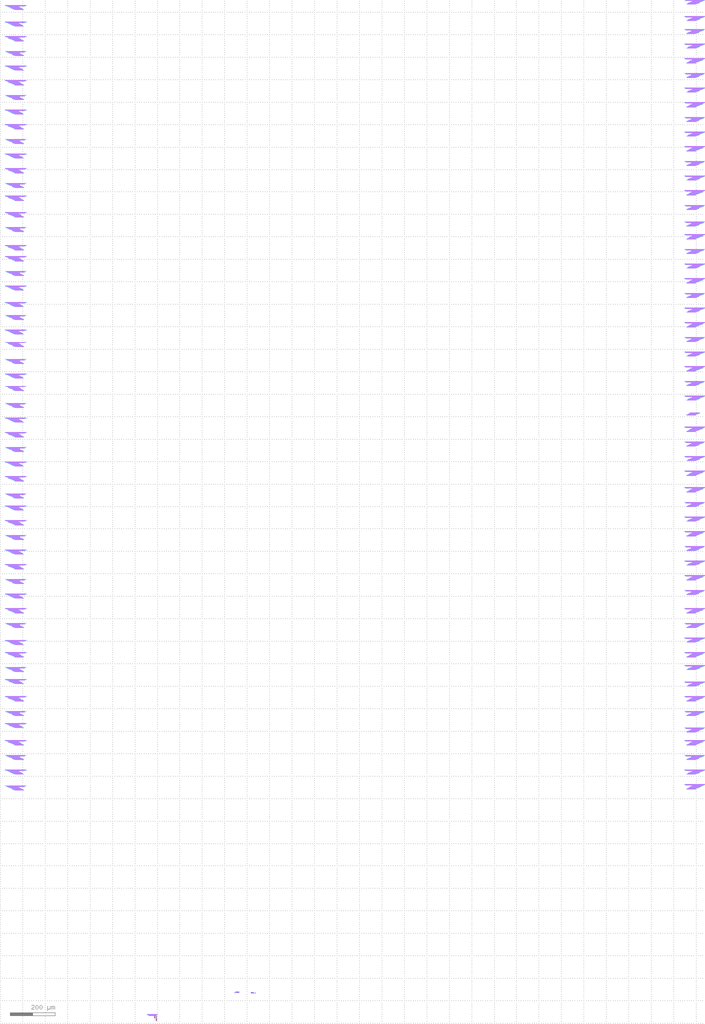
<source format=lef>
VERSION 5.7 ;
  NOWIREEXTENSIONATPIN ON ;
  DIVIDERCHAR "/" ;
  BUSBITCHARS "[]" ;
MACRO manual_power_connections
  CLASS BLOCK ;
  FOREIGN manual_power_connections ;
  ORIGIN 0.000 0.000 ;
  SIZE 0.100 BY 0.100 ;
  OBS
      LAYER met3 ;
        RECT 3048.235 4553.940 3140.235 4555.340 ;
        RECT 3053.000 4551.220 3134.300 4552.620 ;
        RECT 3081.800 4548.500 3128.300 4549.900 ;
        RECT 3077.000 4545.780 3122.300 4547.180 ;
        RECT 3072.250 4543.060 3116.300 4544.460 ;
        RECT 3067.300 4540.340 3110.300 4541.740 ;
        RECT 3062.500 4537.620 3104.300 4539.020 ;
        RECT 3057.800 4534.900 3098.300 4536.300 ;
        RECT 22.865 4529.460 114.865 4530.860 ;
        RECT 28.800 4526.740 110.100 4528.140 ;
        RECT 34.800 4524.020 81.300 4525.420 ;
        RECT 40.800 4521.300 86.100 4522.700 ;
        RECT 46.800 4518.580 90.850 4519.980 ;
        RECT 52.800 4515.860 95.800 4517.260 ;
        RECT 58.800 4513.140 100.600 4514.540 ;
        RECT 64.800 4510.420 105.300 4511.820 ;
        RECT 3048.235 4480.500 3140.235 4481.900 ;
        RECT 3053.000 4477.780 3134.300 4479.180 ;
        RECT 3081.800 4475.060 3128.300 4476.460 ;
        RECT 3077.000 4472.340 3122.300 4473.740 ;
        RECT 3072.250 4469.620 3116.300 4471.020 ;
        RECT 3067.300 4466.900 3110.300 4468.300 ;
        RECT 3062.500 4464.180 3104.300 4465.580 ;
        RECT 3057.800 4461.460 3098.300 4462.860 ;
        RECT 22.865 4456.020 114.865 4457.420 ;
        RECT 28.800 4453.300 110.100 4454.700 ;
        RECT 34.800 4450.580 81.300 4451.980 ;
        RECT 40.800 4447.860 86.100 4449.260 ;
        RECT 46.800 4445.140 90.850 4446.540 ;
        RECT 52.800 4442.420 95.800 4443.820 ;
        RECT 58.800 4439.700 100.600 4441.100 ;
        RECT 64.800 4436.980 105.300 4438.380 ;
        RECT 3048.235 4423.380 3140.235 4424.780 ;
        RECT 3053.000 4420.660 3134.300 4422.060 ;
        RECT 3081.800 4417.940 3128.300 4419.340 ;
        RECT 3077.000 4415.220 3122.300 4416.620 ;
        RECT 3072.250 4412.500 3116.300 4413.900 ;
        RECT 3067.300 4409.780 3110.300 4411.180 ;
        RECT 3062.500 4407.060 3104.300 4408.460 ;
        RECT 3057.800 4404.340 3098.300 4405.740 ;
        RECT 22.865 4390.740 114.865 4392.140 ;
        RECT 28.800 4388.020 110.100 4389.420 ;
        RECT 34.800 4385.300 81.300 4386.700 ;
        RECT 40.800 4382.580 86.100 4383.980 ;
        RECT 46.800 4379.860 90.850 4381.260 ;
        RECT 52.800 4377.140 95.800 4378.540 ;
        RECT 58.800 4374.420 100.600 4375.820 ;
        RECT 64.800 4371.700 105.300 4373.100 ;
        RECT 3048.235 4358.100 3140.235 4359.500 ;
        RECT 3053.000 4355.380 3134.300 4356.780 ;
        RECT 3081.800 4352.660 3128.300 4354.060 ;
        RECT 3077.000 4349.940 3122.300 4351.340 ;
        RECT 3072.250 4347.220 3116.300 4348.620 ;
        RECT 3067.300 4344.500 3110.300 4345.900 ;
        RECT 3062.500 4341.780 3104.300 4343.180 ;
        RECT 3057.800 4339.060 3098.300 4340.460 ;
        RECT 22.865 4325.460 114.865 4326.860 ;
        RECT 28.800 4322.740 110.100 4324.140 ;
        RECT 34.800 4320.020 81.300 4321.420 ;
        RECT 40.800 4317.300 86.100 4318.700 ;
        RECT 46.800 4314.580 90.850 4315.980 ;
        RECT 52.800 4311.860 95.800 4313.260 ;
        RECT 58.800 4309.140 100.600 4310.540 ;
        RECT 64.800 4306.420 105.300 4307.820 ;
        RECT 3048.235 4292.820 3140.235 4294.220 ;
        RECT 3053.000 4290.100 3134.300 4291.500 ;
        RECT 3081.800 4287.380 3128.300 4288.780 ;
        RECT 3077.000 4284.660 3122.300 4286.060 ;
        RECT 3072.250 4281.940 3116.300 4283.340 ;
        RECT 3067.300 4279.220 3110.300 4280.620 ;
        RECT 3062.500 4276.500 3104.300 4277.900 ;
        RECT 3057.800 4273.780 3098.300 4275.180 ;
        RECT 22.865 4260.180 114.865 4261.580 ;
        RECT 28.800 4257.460 110.100 4258.860 ;
        RECT 34.800 4254.740 81.300 4256.140 ;
        RECT 40.800 4252.020 86.100 4253.420 ;
        RECT 46.800 4249.300 90.850 4250.700 ;
        RECT 52.800 4246.580 95.800 4247.980 ;
        RECT 58.800 4243.860 100.600 4245.260 ;
        RECT 64.800 4241.140 105.300 4242.540 ;
        RECT 3048.235 4227.540 3140.235 4228.940 ;
        RECT 3053.000 4224.820 3134.300 4226.220 ;
        RECT 3081.800 4222.100 3128.300 4223.500 ;
        RECT 3077.000 4219.380 3122.300 4220.780 ;
        RECT 3072.250 4216.660 3116.300 4218.060 ;
        RECT 3067.300 4213.940 3110.300 4215.340 ;
        RECT 3062.500 4211.220 3104.300 4212.620 ;
        RECT 3057.800 4208.500 3098.300 4209.900 ;
        RECT 22.865 4194.900 114.865 4196.300 ;
        RECT 28.800 4192.180 110.100 4193.580 ;
        RECT 34.800 4189.460 81.300 4190.860 ;
        RECT 40.800 4186.740 86.100 4188.140 ;
        RECT 46.800 4184.020 90.850 4185.420 ;
        RECT 52.800 4181.300 95.800 4182.700 ;
        RECT 58.800 4178.580 100.600 4179.980 ;
        RECT 64.800 4175.860 105.300 4177.260 ;
        RECT 3048.235 4162.260 3140.235 4163.660 ;
        RECT 3053.000 4159.540 3134.300 4160.940 ;
        RECT 3081.800 4156.820 3128.300 4158.220 ;
        RECT 3077.000 4154.100 3122.300 4155.500 ;
        RECT 3072.250 4151.380 3116.300 4152.780 ;
        RECT 3067.300 4148.660 3110.300 4150.060 ;
        RECT 3062.500 4145.940 3104.300 4147.340 ;
        RECT 3057.800 4143.220 3098.300 4144.620 ;
        RECT 22.865 4129.620 114.865 4131.020 ;
        RECT 28.800 4126.900 110.100 4128.300 ;
        RECT 34.800 4124.180 81.300 4125.580 ;
        RECT 40.800 4121.460 86.100 4122.860 ;
        RECT 46.800 4118.740 90.850 4120.140 ;
        RECT 52.800 4116.020 95.800 4117.420 ;
        RECT 58.800 4113.300 100.600 4114.700 ;
        RECT 64.800 4110.580 105.300 4111.980 ;
        RECT 3048.235 4096.980 3140.235 4098.380 ;
        RECT 3053.000 4094.260 3134.300 4095.660 ;
        RECT 3081.800 4091.540 3128.300 4092.940 ;
        RECT 3077.000 4088.820 3122.300 4090.220 ;
        RECT 3072.250 4086.100 3116.300 4087.500 ;
        RECT 3067.300 4083.380 3110.300 4084.780 ;
        RECT 3062.500 4080.660 3104.300 4082.060 ;
        RECT 3057.800 4077.940 3098.300 4079.340 ;
        RECT 22.865 4064.340 114.865 4065.740 ;
        RECT 28.800 4061.620 110.100 4063.020 ;
        RECT 34.800 4058.900 81.300 4060.300 ;
        RECT 40.800 4056.180 86.100 4057.580 ;
        RECT 46.800 4053.460 90.850 4054.860 ;
        RECT 52.800 4050.740 95.800 4052.140 ;
        RECT 58.800 4048.020 100.600 4049.420 ;
        RECT 64.800 4045.300 105.300 4046.700 ;
        RECT 3048.235 4031.700 3140.235 4033.100 ;
        RECT 3053.000 4028.980 3134.300 4030.380 ;
        RECT 3081.800 4026.260 3128.300 4027.660 ;
        RECT 3077.000 4023.540 3122.300 4024.940 ;
        RECT 3072.250 4020.820 3116.300 4022.220 ;
        RECT 3067.300 4018.100 3110.300 4019.500 ;
        RECT 3062.500 4015.380 3104.300 4016.780 ;
        RECT 3057.800 4012.660 3098.300 4014.060 ;
        RECT 22.865 3999.060 114.865 4000.460 ;
        RECT 28.800 3996.340 110.100 3997.740 ;
        RECT 34.800 3993.620 81.300 3995.020 ;
        RECT 40.800 3990.900 86.100 3992.300 ;
        RECT 46.800 3988.180 90.850 3989.580 ;
        RECT 52.800 3985.460 95.800 3986.860 ;
        RECT 58.800 3982.740 100.600 3984.140 ;
        RECT 64.800 3980.020 105.300 3981.420 ;
        RECT 3048.235 3966.420 3140.235 3967.820 ;
        RECT 3053.000 3963.700 3134.300 3965.100 ;
        RECT 3081.800 3960.980 3128.300 3962.380 ;
        RECT 3077.000 3958.260 3122.300 3959.660 ;
        RECT 3072.250 3955.540 3116.300 3956.940 ;
        RECT 3067.300 3952.820 3110.300 3954.220 ;
        RECT 3062.500 3950.100 3104.300 3951.500 ;
        RECT 3057.800 3947.380 3098.300 3948.780 ;
        RECT 22.865 3933.780 114.865 3935.180 ;
        RECT 28.800 3931.060 110.100 3932.460 ;
        RECT 34.800 3928.340 81.300 3929.740 ;
        RECT 40.800 3925.620 86.100 3927.020 ;
        RECT 46.800 3922.900 90.850 3924.300 ;
        RECT 52.800 3920.180 95.800 3921.580 ;
        RECT 58.800 3917.460 100.600 3918.860 ;
        RECT 64.800 3914.740 105.300 3916.140 ;
        RECT 3048.235 3901.140 3140.235 3902.540 ;
        RECT 3053.000 3898.420 3134.300 3899.820 ;
        RECT 3081.800 3895.700 3128.300 3897.100 ;
        RECT 3077.000 3892.980 3122.300 3894.380 ;
        RECT 3072.250 3890.260 3116.300 3891.660 ;
        RECT 3067.300 3887.540 3110.300 3888.940 ;
        RECT 3062.500 3884.820 3104.300 3886.220 ;
        RECT 3057.800 3882.100 3098.300 3883.500 ;
        RECT 22.865 3868.500 114.865 3869.900 ;
        RECT 28.800 3865.780 110.100 3867.180 ;
        RECT 34.800 3863.060 81.300 3864.460 ;
        RECT 40.800 3860.340 86.100 3861.740 ;
        RECT 46.800 3857.620 90.850 3859.020 ;
        RECT 52.800 3854.900 95.800 3856.300 ;
        RECT 58.800 3852.180 100.600 3853.580 ;
        RECT 64.800 3849.460 105.300 3850.860 ;
        RECT 3048.235 3835.860 3140.235 3837.260 ;
        RECT 3053.000 3833.140 3134.300 3834.540 ;
        RECT 3081.800 3830.420 3128.300 3831.820 ;
        RECT 3077.000 3827.700 3122.300 3829.100 ;
        RECT 3072.250 3824.980 3116.300 3826.380 ;
        RECT 3067.300 3822.260 3110.300 3823.660 ;
        RECT 3062.500 3819.540 3104.300 3820.940 ;
        RECT 3057.800 3816.820 3098.300 3818.220 ;
        RECT 22.865 3803.220 114.865 3804.620 ;
        RECT 28.800 3800.500 110.100 3801.900 ;
        RECT 34.800 3797.780 81.300 3799.180 ;
        RECT 40.800 3795.060 86.100 3796.460 ;
        RECT 46.800 3792.340 90.850 3793.740 ;
        RECT 52.800 3789.620 95.800 3791.020 ;
        RECT 58.800 3786.900 100.600 3788.300 ;
        RECT 64.800 3784.180 105.300 3785.580 ;
        RECT 3048.235 3770.580 3140.235 3771.980 ;
        RECT 3053.000 3767.860 3134.300 3769.260 ;
        RECT 3081.800 3765.140 3128.300 3766.540 ;
        RECT 3077.000 3762.420 3122.300 3763.820 ;
        RECT 3072.250 3759.700 3116.300 3761.100 ;
        RECT 3067.300 3756.980 3110.300 3758.380 ;
        RECT 3062.500 3754.260 3104.300 3755.660 ;
        RECT 3057.800 3751.540 3098.300 3752.940 ;
        RECT 22.865 3737.940 114.865 3739.340 ;
        RECT 28.800 3735.220 110.100 3736.620 ;
        RECT 34.800 3732.500 81.300 3733.900 ;
        RECT 40.800 3729.780 86.100 3731.180 ;
        RECT 46.800 3727.060 90.850 3728.460 ;
        RECT 52.800 3724.340 95.800 3725.740 ;
        RECT 58.800 3721.620 100.600 3723.020 ;
        RECT 64.800 3718.900 105.300 3720.300 ;
        RECT 3048.235 3705.300 3140.235 3706.700 ;
        RECT 3053.000 3702.580 3134.300 3703.980 ;
        RECT 3081.800 3699.860 3128.300 3701.260 ;
        RECT 3077.000 3697.140 3122.300 3698.540 ;
        RECT 3072.250 3694.420 3116.300 3695.820 ;
        RECT 3067.300 3691.700 3110.300 3693.100 ;
        RECT 3062.500 3688.980 3104.300 3690.380 ;
        RECT 3057.800 3686.260 3098.300 3687.660 ;
        RECT 22.865 3680.820 114.865 3682.220 ;
        RECT 28.800 3678.100 110.100 3679.500 ;
        RECT 34.800 3675.380 81.300 3676.780 ;
        RECT 40.800 3672.660 86.100 3674.060 ;
        RECT 46.800 3669.940 90.850 3671.340 ;
        RECT 52.800 3667.220 95.800 3668.620 ;
        RECT 58.800 3664.500 100.600 3665.900 ;
        RECT 64.800 3661.780 105.300 3663.180 ;
        RECT 3048.235 3640.020 3140.235 3641.420 ;
        RECT 3053.000 3637.300 3134.300 3638.700 ;
        RECT 3081.800 3634.580 3128.300 3635.980 ;
        RECT 3077.000 3631.860 3122.300 3633.260 ;
        RECT 3072.250 3629.140 3116.300 3630.540 ;
        RECT 3067.300 3626.420 3110.300 3627.820 ;
        RECT 3062.500 3623.700 3104.300 3625.100 ;
        RECT 3057.800 3620.980 3098.300 3622.380 ;
        RECT 22.865 3607.380 114.865 3608.780 ;
        RECT 28.800 3604.660 110.100 3606.060 ;
        RECT 34.800 3601.940 81.300 3603.340 ;
        RECT 40.800 3599.220 86.100 3600.620 ;
        RECT 46.800 3596.500 90.850 3597.900 ;
        RECT 52.800 3593.780 95.800 3595.180 ;
        RECT 58.800 3591.060 100.600 3592.460 ;
        RECT 64.800 3588.340 105.300 3589.740 ;
        RECT 3048.235 3566.580 3140.235 3567.980 ;
        RECT 3053.000 3563.860 3134.300 3565.260 ;
        RECT 3081.800 3561.140 3128.300 3562.540 ;
        RECT 3077.000 3558.420 3122.300 3559.820 ;
        RECT 3072.250 3555.700 3116.300 3557.100 ;
        RECT 3067.300 3552.980 3110.300 3554.380 ;
        RECT 3062.500 3550.260 3104.300 3551.660 ;
        RECT 3057.800 3547.540 3098.300 3548.940 ;
        RECT 22.865 3542.100 114.865 3543.500 ;
        RECT 28.800 3539.380 110.100 3540.780 ;
        RECT 34.800 3536.660 81.300 3538.060 ;
        RECT 40.800 3533.940 86.100 3535.340 ;
        RECT 46.800 3531.220 90.850 3532.620 ;
        RECT 52.800 3528.500 95.800 3529.900 ;
        RECT 58.800 3525.780 100.600 3527.180 ;
        RECT 64.800 3523.060 105.300 3524.460 ;
        RECT 3048.235 3509.460 3140.235 3510.860 ;
        RECT 3053.000 3506.740 3134.300 3508.140 ;
        RECT 3081.800 3504.020 3128.300 3505.420 ;
        RECT 3077.000 3501.300 3122.300 3502.700 ;
        RECT 3072.250 3498.580 3116.300 3499.980 ;
        RECT 3067.300 3495.860 3110.300 3497.260 ;
        RECT 3062.500 3493.140 3104.300 3494.540 ;
        RECT 3057.800 3490.420 3098.300 3491.820 ;
        RECT 22.865 3460.500 114.865 3461.900 ;
        RECT 28.800 3457.780 110.100 3459.180 ;
        RECT 34.800 3455.060 81.300 3456.460 ;
        RECT 40.800 3452.340 86.100 3453.740 ;
        RECT 46.800 3449.620 90.850 3451.020 ;
        RECT 52.800 3446.900 95.800 3448.300 ;
        RECT 58.800 3444.180 100.600 3445.580 ;
        RECT 3048.235 3444.180 3140.235 3445.580 ;
        RECT 64.800 3441.460 105.300 3442.860 ;
        RECT 3053.000 3441.460 3134.300 3442.860 ;
        RECT 3081.800 3438.740 3128.300 3440.140 ;
        RECT 3077.000 3436.020 3122.300 3437.420 ;
        RECT 3072.250 3433.300 3116.300 3434.700 ;
        RECT 3067.300 3430.580 3110.300 3431.980 ;
        RECT 3062.500 3427.860 3104.300 3429.260 ;
        RECT 3057.800 3425.140 3098.300 3426.540 ;
        RECT 22.865 3411.540 114.865 3412.940 ;
        RECT 28.800 3408.820 110.100 3410.220 ;
        RECT 34.800 3406.100 81.300 3407.500 ;
        RECT 40.800 3403.380 86.100 3404.780 ;
        RECT 46.800 3400.660 90.850 3402.060 ;
        RECT 52.800 3397.940 95.800 3399.340 ;
        RECT 58.800 3395.220 100.600 3396.620 ;
        RECT 64.800 3392.500 105.300 3393.900 ;
        RECT 3048.235 3378.900 3140.235 3380.300 ;
        RECT 3053.000 3376.180 3134.300 3377.580 ;
        RECT 3081.800 3373.460 3128.300 3374.860 ;
        RECT 3077.000 3370.740 3122.300 3372.140 ;
        RECT 3072.250 3368.020 3116.300 3369.420 ;
        RECT 3067.300 3365.300 3110.300 3366.700 ;
        RECT 3062.500 3362.580 3104.300 3363.980 ;
        RECT 3057.800 3359.860 3098.300 3361.260 ;
        RECT 22.865 3346.260 114.865 3347.660 ;
        RECT 28.800 3343.540 110.100 3344.940 ;
        RECT 34.800 3340.820 81.300 3342.220 ;
        RECT 40.800 3338.100 86.100 3339.500 ;
        RECT 46.800 3335.380 90.850 3336.780 ;
        RECT 52.800 3332.660 95.800 3334.060 ;
        RECT 58.800 3329.940 100.600 3331.340 ;
        RECT 64.800 3327.220 105.300 3328.620 ;
        RECT 3048.235 3313.620 3140.235 3315.020 ;
        RECT 3053.000 3310.900 3134.300 3312.300 ;
        RECT 3081.800 3308.180 3128.300 3309.580 ;
        RECT 3077.000 3305.460 3122.300 3306.860 ;
        RECT 3072.250 3302.740 3116.300 3304.140 ;
        RECT 3067.300 3300.020 3110.300 3301.420 ;
        RECT 3062.500 3297.300 3104.300 3298.700 ;
        RECT 3057.800 3294.580 3098.300 3295.980 ;
        RECT 22.865 3280.980 114.865 3282.380 ;
        RECT 28.800 3278.260 110.100 3279.660 ;
        RECT 34.800 3275.540 81.300 3276.940 ;
        RECT 40.800 3272.820 86.100 3274.220 ;
        RECT 46.800 3270.100 90.850 3271.500 ;
        RECT 52.800 3267.380 95.800 3268.780 ;
        RECT 58.800 3264.660 100.600 3266.060 ;
        RECT 64.800 3261.940 105.300 3263.340 ;
        RECT 3048.235 3248.340 3140.235 3249.740 ;
        RECT 3053.000 3245.620 3134.300 3247.020 ;
        RECT 3081.800 3242.900 3128.300 3244.300 ;
        RECT 3077.000 3240.180 3122.300 3241.580 ;
        RECT 3072.250 3237.460 3116.300 3238.860 ;
        RECT 3067.300 3234.740 3110.300 3236.140 ;
        RECT 3062.500 3232.020 3104.300 3233.420 ;
        RECT 3057.800 3229.300 3098.300 3230.700 ;
        RECT 22.865 3207.540 114.865 3208.940 ;
        RECT 28.800 3204.820 110.100 3206.220 ;
        RECT 34.800 3202.100 81.300 3203.500 ;
        RECT 40.800 3199.380 86.100 3200.780 ;
        RECT 46.800 3196.660 90.850 3198.060 ;
        RECT 52.800 3193.940 95.800 3195.340 ;
        RECT 58.800 3191.220 100.600 3192.620 ;
        RECT 64.800 3188.500 105.300 3189.900 ;
        RECT 3048.235 3183.060 3140.235 3184.460 ;
        RECT 3053.000 3180.340 3134.300 3181.740 ;
        RECT 3081.800 3177.620 3128.300 3179.020 ;
        RECT 3077.000 3174.900 3122.300 3176.300 ;
        RECT 3072.250 3172.180 3116.300 3173.580 ;
        RECT 3067.300 3169.460 3110.300 3170.860 ;
        RECT 3062.500 3166.740 3104.300 3168.140 ;
        RECT 3057.800 3164.020 3098.300 3165.420 ;
        RECT 22.865 3150.420 114.865 3151.820 ;
        RECT 28.800 3147.700 110.100 3149.100 ;
        RECT 34.800 3144.980 81.300 3146.380 ;
        RECT 40.800 3142.260 86.100 3143.660 ;
        RECT 46.800 3139.540 90.850 3140.940 ;
        RECT 52.800 3136.820 95.800 3138.220 ;
        RECT 58.800 3134.100 100.600 3135.500 ;
        RECT 64.800 3131.380 105.300 3132.780 ;
        RECT 3048.235 3117.780 3140.235 3119.180 ;
        RECT 3053.000 3115.060 3134.300 3116.460 ;
        RECT 3081.800 3112.340 3128.300 3113.740 ;
        RECT 3077.000 3109.620 3122.300 3111.020 ;
        RECT 3072.250 3106.900 3116.300 3108.300 ;
        RECT 3067.300 3104.180 3110.300 3105.580 ;
        RECT 3062.500 3101.460 3104.300 3102.860 ;
        RECT 3057.800 3098.740 3098.300 3100.140 ;
        RECT 22.865 3085.140 114.865 3086.540 ;
        RECT 28.800 3082.420 110.100 3083.820 ;
        RECT 34.800 3079.700 81.300 3081.100 ;
        RECT 40.800 3076.980 86.100 3078.380 ;
        RECT 46.800 3074.260 90.850 3075.660 ;
        RECT 52.800 3071.540 95.800 3072.940 ;
        RECT 58.800 3068.820 100.600 3070.220 ;
        RECT 64.800 3066.100 105.300 3067.500 ;
        RECT 3048.235 3052.500 3140.235 3053.900 ;
        RECT 3053.000 3049.780 3134.300 3051.180 ;
        RECT 3081.800 3047.060 3128.300 3048.460 ;
        RECT 3077.000 3044.340 3122.300 3045.740 ;
        RECT 3072.250 3041.620 3116.300 3043.020 ;
        RECT 3067.300 3038.900 3110.300 3040.300 ;
        RECT 3062.500 3036.180 3104.300 3037.580 ;
        RECT 3057.800 3033.460 3098.300 3034.860 ;
        RECT 22.865 3030.740 114.865 3032.140 ;
        RECT 28.800 3028.020 110.100 3029.420 ;
        RECT 34.800 3025.300 81.300 3026.700 ;
        RECT 40.800 3022.580 86.100 3023.980 ;
        RECT 46.800 3019.860 90.850 3021.260 ;
        RECT 52.800 3017.140 95.800 3018.540 ;
        RECT 58.800 3014.420 100.600 3015.820 ;
        RECT 64.800 3011.700 105.300 3013.100 ;
        RECT 3048.235 2987.220 3140.235 2988.620 ;
        RECT 3053.000 2984.500 3134.300 2985.900 ;
        RECT 3081.800 2981.780 3128.300 2983.180 ;
        RECT 3077.000 2979.060 3122.300 2980.460 ;
        RECT 3072.250 2976.340 3116.300 2977.740 ;
        RECT 3067.300 2973.620 3110.300 2975.020 ;
        RECT 3062.500 2970.900 3104.300 2972.300 ;
        RECT 3057.800 2968.180 3098.300 2969.580 ;
        RECT 22.865 2954.580 114.865 2955.980 ;
        RECT 28.800 2951.860 110.100 2953.260 ;
        RECT 34.800 2949.140 81.300 2950.540 ;
        RECT 40.800 2946.420 86.100 2947.820 ;
        RECT 46.800 2943.700 90.850 2945.100 ;
        RECT 52.800 2940.980 95.800 2942.380 ;
        RECT 58.800 2938.260 100.600 2939.660 ;
        RECT 64.800 2935.540 105.300 2936.940 ;
        RECT 3048.235 2921.940 3140.235 2923.340 ;
        RECT 3053.000 2919.220 3134.300 2920.620 ;
        RECT 3081.800 2916.500 3128.300 2917.900 ;
        RECT 3077.000 2913.780 3122.300 2915.180 ;
        RECT 3072.250 2911.060 3116.300 2912.460 ;
        RECT 3067.300 2908.340 3110.300 2909.740 ;
        RECT 3062.500 2905.620 3104.300 2907.020 ;
        RECT 3057.800 2902.900 3098.300 2904.300 ;
        RECT 22.865 2889.300 114.865 2890.700 ;
        RECT 28.800 2886.580 110.100 2887.980 ;
        RECT 34.800 2883.860 81.300 2885.260 ;
        RECT 40.800 2881.140 86.100 2882.540 ;
        RECT 46.800 2878.420 90.850 2879.820 ;
        RECT 52.800 2875.700 95.800 2877.100 ;
        RECT 58.800 2872.980 100.600 2874.380 ;
        RECT 64.800 2870.260 105.300 2871.660 ;
        RECT 3048.235 2856.660 3140.235 2858.060 ;
        RECT 3053.000 2853.940 3134.300 2855.340 ;
        RECT 3081.800 2851.220 3128.300 2852.620 ;
        RECT 3077.000 2848.500 3122.300 2849.900 ;
        RECT 3072.250 2845.780 3116.300 2847.180 ;
        RECT 3067.300 2843.060 3110.300 2844.460 ;
        RECT 3062.500 2840.340 3104.300 2841.740 ;
        RECT 3057.800 2837.620 3098.300 2839.020 ;
        RECT 22.865 2834.900 114.865 2836.300 ;
        RECT 28.800 2832.180 110.100 2833.580 ;
        RECT 34.800 2829.460 81.300 2830.860 ;
        RECT 40.800 2826.740 86.100 2828.140 ;
        RECT 46.800 2824.020 90.850 2825.420 ;
        RECT 52.800 2821.300 95.800 2822.700 ;
        RECT 58.800 2818.580 100.600 2819.980 ;
        RECT 64.800 2815.860 105.300 2817.260 ;
        RECT 3048.235 2791.380 3140.235 2792.780 ;
        RECT 3053.000 2788.660 3134.300 2790.060 ;
        RECT 3081.800 2785.940 3128.300 2787.340 ;
        RECT 3077.000 2783.220 3122.300 2784.620 ;
        RECT 3072.250 2780.500 3116.300 2781.900 ;
        RECT 3067.300 2777.780 3110.300 2779.180 ;
        RECT 3062.500 2775.060 3104.300 2776.460 ;
        RECT 3057.800 2772.340 3098.300 2773.740 ;
        RECT 22.865 2758.740 114.865 2760.140 ;
        RECT 28.800 2756.020 110.100 2757.420 ;
        RECT 34.800 2753.300 81.300 2754.700 ;
        RECT 40.800 2750.580 86.100 2751.980 ;
        RECT 46.800 2747.860 90.850 2749.260 ;
        RECT 52.800 2745.140 95.800 2746.540 ;
        RECT 58.800 2742.420 100.600 2743.820 ;
        RECT 64.800 2739.700 105.300 2741.100 ;
        RECT 3072.250 2715.220 3116.300 2716.620 ;
        RECT 3067.300 2712.500 3110.300 2713.900 ;
        RECT 3062.500 2709.780 3104.300 2711.180 ;
        RECT 3057.800 2707.060 3098.300 2708.460 ;
        RECT 22.865 2693.460 114.865 2694.860 ;
        RECT 28.800 2690.740 110.100 2692.140 ;
        RECT 34.800 2688.020 81.300 2689.420 ;
        RECT 40.800 2685.300 86.100 2686.700 ;
        RECT 46.800 2682.580 90.850 2683.980 ;
        RECT 52.800 2679.860 95.800 2681.260 ;
        RECT 58.800 2677.140 100.600 2678.540 ;
        RECT 64.800 2674.420 105.300 2675.820 ;
        RECT 3048.235 2652.660 3140.235 2654.060 ;
        RECT 3053.000 2649.940 3134.300 2651.340 ;
        RECT 3081.800 2647.220 3128.300 2648.620 ;
        RECT 3077.000 2644.500 3122.300 2645.900 ;
        RECT 3072.250 2641.780 3116.300 2643.180 ;
        RECT 3067.300 2639.060 3110.300 2640.460 ;
        RECT 3062.500 2636.340 3104.300 2637.740 ;
        RECT 3057.800 2633.620 3098.300 2635.020 ;
        RECT 22.865 2628.180 114.865 2629.580 ;
        RECT 28.800 2625.460 110.100 2626.860 ;
        RECT 34.800 2622.740 81.300 2624.140 ;
        RECT 40.800 2620.020 86.100 2621.420 ;
        RECT 46.800 2617.300 90.850 2618.700 ;
        RECT 52.800 2614.580 95.800 2615.980 ;
        RECT 58.800 2611.860 100.600 2613.260 ;
        RECT 64.800 2609.140 105.300 2610.540 ;
        RECT 3048.235 2587.380 3140.235 2588.780 ;
        RECT 3053.000 2584.660 3134.300 2586.060 ;
        RECT 3081.800 2581.940 3128.300 2583.340 ;
        RECT 3077.000 2579.220 3122.300 2580.620 ;
        RECT 3072.250 2576.500 3116.300 2577.900 ;
        RECT 3067.300 2573.780 3110.300 2575.180 ;
        RECT 3062.500 2571.060 3104.300 2572.460 ;
        RECT 3057.800 2568.340 3098.300 2569.740 ;
        RECT 22.865 2562.900 114.865 2564.300 ;
        RECT 28.800 2560.180 110.100 2561.580 ;
        RECT 34.800 2557.460 81.300 2558.860 ;
        RECT 40.800 2554.740 86.100 2556.140 ;
        RECT 46.800 2552.020 90.850 2553.420 ;
        RECT 52.800 2549.300 95.800 2550.700 ;
        RECT 58.800 2546.580 100.600 2547.980 ;
        RECT 64.800 2543.860 105.300 2545.260 ;
        RECT 3048.235 2522.100 3140.235 2523.500 ;
        RECT 3053.000 2519.380 3134.300 2520.780 ;
        RECT 3081.800 2516.660 3128.300 2518.060 ;
        RECT 3077.000 2513.940 3122.300 2515.340 ;
        RECT 3072.250 2511.220 3116.300 2512.620 ;
        RECT 3067.300 2508.500 3110.300 2509.900 ;
        RECT 3062.500 2505.780 3104.300 2507.180 ;
        RECT 3057.800 2503.060 3098.300 2504.460 ;
        RECT 22.865 2497.620 114.865 2499.020 ;
        RECT 28.800 2494.900 110.100 2496.300 ;
        RECT 34.800 2492.180 81.300 2493.580 ;
        RECT 40.800 2489.460 86.100 2490.860 ;
        RECT 46.800 2486.740 90.850 2488.140 ;
        RECT 52.800 2484.020 95.800 2485.420 ;
        RECT 58.800 2481.300 100.600 2482.700 ;
        RECT 64.800 2478.580 105.300 2479.980 ;
        RECT 3048.235 2456.820 3140.235 2458.220 ;
        RECT 3053.000 2454.100 3134.300 2455.500 ;
        RECT 3081.800 2451.380 3128.300 2452.780 ;
        RECT 3077.000 2448.660 3122.300 2450.060 ;
        RECT 3072.250 2445.940 3116.300 2447.340 ;
        RECT 3067.300 2443.220 3110.300 2444.620 ;
        RECT 3062.500 2440.500 3104.300 2441.900 ;
        RECT 3057.800 2437.780 3098.300 2439.180 ;
        RECT 22.865 2432.340 114.865 2433.740 ;
        RECT 28.800 2429.620 110.100 2431.020 ;
        RECT 34.800 2426.900 81.300 2428.300 ;
        RECT 40.800 2424.180 86.100 2425.580 ;
        RECT 46.800 2421.460 90.850 2422.860 ;
        RECT 52.800 2418.740 95.800 2420.140 ;
        RECT 58.800 2416.020 100.600 2417.420 ;
        RECT 64.800 2413.300 105.300 2414.700 ;
        RECT 3048.235 2383.380 3140.235 2384.780 ;
        RECT 3053.000 2380.660 3134.300 2382.060 ;
        RECT 3081.800 2377.940 3128.300 2379.340 ;
        RECT 3077.000 2375.220 3122.300 2376.620 ;
        RECT 3072.250 2372.500 3116.300 2373.900 ;
        RECT 3067.300 2369.780 3110.300 2371.180 ;
        RECT 3062.500 2367.060 3104.300 2368.460 ;
        RECT 3057.800 2364.340 3098.300 2365.740 ;
        RECT 22.865 2356.180 114.865 2357.580 ;
        RECT 28.800 2353.460 110.100 2354.860 ;
        RECT 34.800 2350.740 81.300 2352.140 ;
        RECT 40.800 2348.020 86.100 2349.420 ;
        RECT 46.800 2345.300 90.850 2346.700 ;
        RECT 52.800 2342.580 95.800 2343.980 ;
        RECT 58.800 2339.860 100.600 2341.260 ;
        RECT 64.800 2337.140 105.300 2338.540 ;
        RECT 3048.235 2318.100 3140.235 2319.500 ;
        RECT 3053.000 2315.380 3134.300 2316.780 ;
        RECT 3081.800 2312.660 3128.300 2314.060 ;
        RECT 3077.000 2309.940 3122.300 2311.340 ;
        RECT 3072.250 2307.220 3116.300 2308.620 ;
        RECT 3067.300 2304.500 3110.300 2305.900 ;
        RECT 22.865 2301.780 114.865 2303.180 ;
        RECT 3062.500 2301.780 3104.300 2303.180 ;
        RECT 28.800 2299.060 110.100 2300.460 ;
        RECT 3057.800 2299.060 3098.300 2300.460 ;
        RECT 34.800 2296.340 81.300 2297.740 ;
        RECT 40.800 2293.620 86.100 2295.020 ;
        RECT 46.800 2290.900 90.850 2292.300 ;
        RECT 52.800 2288.180 95.800 2289.580 ;
        RECT 58.800 2285.460 100.600 2286.860 ;
        RECT 64.800 2282.740 105.300 2284.140 ;
        RECT 3048.235 2252.820 3140.235 2254.220 ;
        RECT 3053.000 2250.100 3134.300 2251.500 ;
        RECT 3081.800 2247.380 3128.300 2248.780 ;
        RECT 3077.000 2244.660 3122.300 2246.060 ;
        RECT 3072.250 2241.940 3116.300 2243.340 ;
        RECT 3067.300 2239.220 3110.300 2240.620 ;
        RECT 22.865 2236.500 114.865 2237.900 ;
        RECT 3062.500 2236.500 3104.300 2237.900 ;
        RECT 28.800 2233.780 110.100 2235.180 ;
        RECT 3057.800 2233.780 3098.300 2235.180 ;
        RECT 34.800 2231.060 81.300 2232.460 ;
        RECT 40.800 2228.340 86.100 2229.740 ;
        RECT 46.800 2225.620 90.850 2227.020 ;
        RECT 52.800 2222.900 95.800 2224.300 ;
        RECT 58.800 2220.180 100.600 2221.580 ;
        RECT 64.800 2217.460 105.300 2218.860 ;
        RECT 3048.235 2187.540 3140.235 2188.940 ;
        RECT 3053.000 2184.820 3134.300 2186.220 ;
        RECT 3081.800 2182.100 3128.300 2183.500 ;
        RECT 3077.000 2179.380 3122.300 2180.780 ;
        RECT 3072.250 2176.660 3116.300 2178.060 ;
        RECT 3067.300 2173.940 3110.300 2175.340 ;
        RECT 22.865 2171.220 114.865 2172.620 ;
        RECT 3062.500 2171.220 3104.300 2172.620 ;
        RECT 28.800 2168.500 110.100 2169.900 ;
        RECT 3057.800 2168.500 3098.300 2169.900 ;
        RECT 34.800 2165.780 81.300 2167.180 ;
        RECT 40.800 2163.060 86.100 2164.460 ;
        RECT 46.800 2160.340 90.850 2161.740 ;
        RECT 52.800 2157.620 95.800 2159.020 ;
        RECT 58.800 2154.900 100.600 2156.300 ;
        RECT 64.800 2152.180 105.300 2153.580 ;
        RECT 3048.235 2122.260 3140.235 2123.660 ;
        RECT 3053.000 2119.540 3134.300 2120.940 ;
        RECT 3081.800 2116.820 3128.300 2118.220 ;
        RECT 3077.000 2114.100 3122.300 2115.500 ;
        RECT 3072.250 2111.380 3116.300 2112.780 ;
        RECT 3067.300 2108.660 3110.300 2110.060 ;
        RECT 22.865 2105.940 114.865 2107.340 ;
        RECT 3062.500 2105.940 3104.300 2107.340 ;
        RECT 28.800 2103.220 110.100 2104.620 ;
        RECT 3057.800 2103.220 3098.300 2104.620 ;
        RECT 34.800 2100.500 81.300 2101.900 ;
        RECT 40.800 2097.780 86.100 2099.180 ;
        RECT 46.800 2095.060 90.850 2096.460 ;
        RECT 52.800 2092.340 95.800 2093.740 ;
        RECT 58.800 2089.620 100.600 2091.020 ;
        RECT 64.800 2086.900 105.300 2088.300 ;
        RECT 3048.235 2056.980 3140.235 2058.380 ;
        RECT 3053.000 2054.260 3134.300 2055.660 ;
        RECT 3081.800 2051.540 3128.300 2052.940 ;
        RECT 3077.000 2048.820 3122.300 2050.220 ;
        RECT 3072.250 2046.100 3116.300 2047.500 ;
        RECT 3067.300 2043.380 3110.300 2044.780 ;
        RECT 22.865 2040.660 114.865 2042.060 ;
        RECT 3062.500 2040.660 3104.300 2042.060 ;
        RECT 28.800 2037.940 110.100 2039.340 ;
        RECT 3057.800 2037.940 3098.300 2039.340 ;
        RECT 34.800 2035.220 81.300 2036.620 ;
        RECT 40.800 2032.500 86.100 2033.900 ;
        RECT 46.800 2029.780 90.850 2031.180 ;
        RECT 52.800 2027.060 95.800 2028.460 ;
        RECT 58.800 2024.340 100.600 2025.740 ;
        RECT 64.800 2021.620 105.300 2023.020 ;
        RECT 3048.235 1991.700 3140.235 1993.100 ;
        RECT 3053.000 1988.980 3134.300 1990.380 ;
        RECT 3081.800 1986.260 3128.300 1987.660 ;
        RECT 3077.000 1983.540 3122.300 1984.940 ;
        RECT 3072.250 1980.820 3116.300 1982.220 ;
        RECT 3067.300 1978.100 3110.300 1979.500 ;
        RECT 22.865 1975.380 114.865 1976.780 ;
        RECT 3062.500 1975.380 3104.300 1976.780 ;
        RECT 28.800 1972.660 110.100 1974.060 ;
        RECT 3057.800 1972.660 3098.300 1974.060 ;
        RECT 34.800 1969.940 81.300 1971.340 ;
        RECT 40.800 1967.220 86.100 1968.620 ;
        RECT 46.800 1964.500 90.850 1965.900 ;
        RECT 52.800 1961.780 95.800 1963.180 ;
        RECT 58.800 1959.060 100.600 1960.460 ;
        RECT 64.800 1956.340 105.300 1957.740 ;
        RECT 3048.235 1926.420 3140.235 1927.820 ;
        RECT 3053.000 1923.700 3134.300 1925.100 ;
        RECT 3081.800 1920.980 3128.300 1922.380 ;
        RECT 3077.000 1918.260 3122.300 1919.660 ;
        RECT 3072.250 1915.540 3116.300 1916.940 ;
        RECT 3067.300 1912.820 3110.300 1914.220 ;
        RECT 22.865 1910.100 114.865 1911.500 ;
        RECT 3062.500 1910.100 3104.300 1911.500 ;
        RECT 28.800 1907.380 110.100 1908.780 ;
        RECT 3057.800 1907.380 3098.300 1908.780 ;
        RECT 34.800 1904.660 81.300 1906.060 ;
        RECT 40.800 1901.940 86.100 1903.340 ;
        RECT 46.800 1899.220 90.850 1900.620 ;
        RECT 52.800 1896.500 95.800 1897.900 ;
        RECT 58.800 1893.780 100.600 1895.180 ;
        RECT 64.800 1891.060 105.300 1892.460 ;
        RECT 22.865 1844.820 114.865 1846.220 ;
        RECT 3048.235 1844.820 3140.235 1846.220 ;
        RECT 28.800 1842.100 110.100 1843.500 ;
        RECT 3053.000 1842.100 3134.300 1843.500 ;
        RECT 34.800 1839.380 81.300 1840.780 ;
        RECT 3081.800 1839.380 3128.300 1840.780 ;
        RECT 40.800 1836.660 86.100 1838.060 ;
        RECT 3077.000 1836.660 3122.300 1838.060 ;
        RECT 46.800 1833.940 90.850 1835.340 ;
        RECT 3072.250 1833.940 3116.300 1835.340 ;
        RECT 52.800 1831.220 95.800 1832.620 ;
        RECT 3067.300 1831.220 3110.300 1832.620 ;
        RECT 58.800 1828.500 100.600 1829.900 ;
        RECT 3062.500 1828.500 3104.300 1829.900 ;
        RECT 64.800 1825.780 105.300 1827.180 ;
        RECT 3057.800 1825.780 3098.300 1827.180 ;
        RECT 22.865 1779.540 114.865 1780.940 ;
        RECT 3048.235 1779.540 3140.235 1780.940 ;
        RECT 28.800 1776.820 110.100 1778.220 ;
        RECT 3053.000 1776.820 3134.300 1778.220 ;
        RECT 34.800 1774.100 81.300 1775.500 ;
        RECT 3081.800 1774.100 3128.300 1775.500 ;
        RECT 40.800 1771.380 86.100 1772.780 ;
        RECT 3077.000 1771.380 3122.300 1772.780 ;
        RECT 46.800 1768.660 90.850 1770.060 ;
        RECT 3072.250 1768.660 3116.300 1770.060 ;
        RECT 52.800 1765.940 95.800 1767.340 ;
        RECT 3067.300 1765.940 3110.300 1767.340 ;
        RECT 58.800 1763.220 100.600 1764.620 ;
        RECT 3062.500 1763.220 3104.300 1764.620 ;
        RECT 64.800 1760.500 105.300 1761.900 ;
        RECT 3057.800 1760.500 3098.300 1761.900 ;
        RECT 3048.235 1714.260 3140.235 1715.660 ;
        RECT 3053.000 1711.540 3134.300 1712.940 ;
        RECT 3081.800 1708.820 3128.300 1710.220 ;
        RECT 3077.000 1706.100 3122.300 1707.500 ;
        RECT 22.865 1703.380 114.865 1704.780 ;
        RECT 3072.250 1703.380 3116.300 1704.780 ;
        RECT 28.800 1700.660 110.100 1702.060 ;
        RECT 3067.300 1700.660 3110.300 1702.060 ;
        RECT 34.800 1697.940 81.300 1699.340 ;
        RECT 3062.500 1697.940 3104.300 1699.340 ;
        RECT 40.800 1695.220 86.100 1696.620 ;
        RECT 3057.800 1695.220 3098.300 1696.620 ;
        RECT 46.800 1692.500 90.850 1693.900 ;
        RECT 52.800 1689.780 95.800 1691.180 ;
        RECT 58.800 1687.060 100.600 1688.460 ;
        RECT 64.800 1684.340 105.300 1685.740 ;
        RECT 22.865 1648.980 114.865 1650.380 ;
        RECT 3048.235 1648.980 3140.235 1650.380 ;
        RECT 28.800 1646.260 110.100 1647.660 ;
        RECT 3053.000 1646.260 3134.300 1647.660 ;
        RECT 34.800 1643.540 81.300 1644.940 ;
        RECT 3081.800 1643.540 3128.300 1644.940 ;
        RECT 40.800 1640.820 86.100 1642.220 ;
        RECT 3077.000 1640.820 3122.300 1642.220 ;
        RECT 46.800 1638.100 90.850 1639.500 ;
        RECT 3072.250 1638.100 3116.300 1639.500 ;
        RECT 52.800 1635.380 95.800 1636.780 ;
        RECT 3067.300 1635.380 3110.300 1636.780 ;
        RECT 58.800 1632.660 100.600 1634.060 ;
        RECT 3062.500 1632.660 3104.300 1634.060 ;
        RECT 64.800 1629.940 105.300 1631.340 ;
        RECT 3057.800 1629.940 3098.300 1631.340 ;
        RECT 3048.235 1591.860 3140.235 1593.260 ;
        RECT 3053.000 1589.140 3134.300 1590.540 ;
        RECT 3081.800 1586.420 3128.300 1587.820 ;
        RECT 22.865 1583.700 114.865 1585.100 ;
        RECT 3077.000 1583.700 3122.300 1585.100 ;
        RECT 28.800 1580.980 110.100 1582.380 ;
        RECT 3072.250 1580.980 3116.300 1582.380 ;
        RECT 34.800 1578.260 81.300 1579.660 ;
        RECT 3067.300 1578.260 3110.300 1579.660 ;
        RECT 40.800 1575.540 86.100 1576.940 ;
        RECT 3062.500 1575.540 3104.300 1576.940 ;
        RECT 46.800 1572.820 90.850 1574.220 ;
        RECT 3057.800 1572.820 3098.300 1574.220 ;
        RECT 52.800 1570.100 95.800 1571.500 ;
        RECT 58.800 1567.380 100.600 1568.780 ;
        RECT 64.800 1564.660 105.300 1566.060 ;
        RECT 22.865 1529.300 114.865 1530.700 ;
        RECT 28.800 1526.580 110.100 1527.980 ;
        RECT 34.800 1523.860 81.300 1525.260 ;
        RECT 40.800 1521.140 86.100 1522.540 ;
        RECT 46.800 1518.420 90.850 1519.820 ;
        RECT 3048.235 1518.420 3140.235 1519.820 ;
        RECT 52.800 1515.700 95.800 1517.100 ;
        RECT 3053.000 1515.700 3134.300 1517.100 ;
        RECT 58.800 1512.980 100.600 1514.380 ;
        RECT 3081.800 1512.980 3128.300 1514.380 ;
        RECT 64.800 1510.260 105.300 1511.660 ;
        RECT 3077.000 1510.260 3122.300 1511.660 ;
        RECT 3072.250 1507.540 3116.300 1508.940 ;
        RECT 3067.300 1504.820 3110.300 1506.220 ;
        RECT 3062.500 1502.100 3104.300 1503.500 ;
        RECT 3057.800 1499.380 3098.300 1500.780 ;
        RECT 22.865 1453.140 114.865 1454.540 ;
        RECT 3048.235 1453.140 3140.235 1454.540 ;
        RECT 28.800 1450.420 110.100 1451.820 ;
        RECT 3053.000 1450.420 3134.300 1451.820 ;
        RECT 34.800 1447.700 81.300 1449.100 ;
        RECT 3081.800 1447.700 3128.300 1449.100 ;
        RECT 40.800 1444.980 86.100 1446.380 ;
        RECT 3077.000 1444.980 3122.300 1446.380 ;
        RECT 46.800 1442.260 90.850 1443.660 ;
        RECT 3072.250 1442.260 3116.300 1443.660 ;
        RECT 52.800 1439.540 95.800 1440.940 ;
        RECT 3067.300 1439.540 3110.300 1440.940 ;
        RECT 58.800 1436.820 100.600 1438.220 ;
        RECT 3062.500 1436.820 3104.300 1438.220 ;
        RECT 64.800 1434.100 105.300 1435.500 ;
        RECT 3057.800 1434.100 3098.300 1435.500 ;
        RECT 22.865 1387.860 114.865 1389.260 ;
        RECT 3048.235 1387.860 3140.235 1389.260 ;
        RECT 28.800 1385.140 110.100 1386.540 ;
        RECT 3053.000 1385.140 3134.300 1386.540 ;
        RECT 34.800 1382.420 81.300 1383.820 ;
        RECT 3081.800 1382.420 3128.300 1383.820 ;
        RECT 40.800 1379.700 86.100 1381.100 ;
        RECT 3077.000 1379.700 3122.300 1381.100 ;
        RECT 46.800 1376.980 90.850 1378.380 ;
        RECT 3072.250 1376.980 3116.300 1378.380 ;
        RECT 52.800 1374.260 95.800 1375.660 ;
        RECT 3067.300 1374.260 3110.300 1375.660 ;
        RECT 58.800 1371.540 100.600 1372.940 ;
        RECT 3062.500 1371.540 3104.300 1372.940 ;
        RECT 64.800 1368.820 105.300 1370.220 ;
        RECT 3057.800 1368.820 3098.300 1370.220 ;
        RECT 22.865 1333.460 114.865 1334.860 ;
        RECT 28.800 1330.740 110.100 1332.140 ;
        RECT 34.800 1328.020 81.300 1329.420 ;
        RECT 40.800 1325.300 86.100 1326.700 ;
        RECT 46.800 1322.580 90.850 1323.980 ;
        RECT 52.800 1319.860 95.800 1321.260 ;
        RECT 58.800 1317.140 100.600 1318.540 ;
        RECT 64.800 1314.420 105.300 1315.820 ;
        RECT 3048.235 1314.420 3140.235 1315.820 ;
        RECT 3053.000 1311.700 3134.300 1313.100 ;
        RECT 3081.800 1308.980 3128.300 1310.380 ;
        RECT 3077.000 1306.260 3122.300 1307.660 ;
        RECT 3072.250 1303.540 3116.300 1304.940 ;
        RECT 3067.300 1300.820 3110.300 1302.220 ;
        RECT 3062.500 1298.100 3104.300 1299.500 ;
        RECT 3057.800 1295.380 3098.300 1296.780 ;
        RECT 22.865 1257.300 114.865 1258.700 ;
        RECT 3048.235 1257.300 3140.235 1258.700 ;
        RECT 28.800 1254.580 110.100 1255.980 ;
        RECT 3053.000 1254.580 3134.300 1255.980 ;
        RECT 34.800 1251.860 81.300 1253.260 ;
        RECT 3081.800 1251.860 3128.300 1253.260 ;
        RECT 40.800 1249.140 86.100 1250.540 ;
        RECT 3077.000 1249.140 3122.300 1250.540 ;
        RECT 46.800 1246.420 90.850 1247.820 ;
        RECT 3072.250 1246.420 3116.300 1247.820 ;
        RECT 52.800 1243.700 95.800 1245.100 ;
        RECT 3067.300 1243.700 3110.300 1245.100 ;
        RECT 58.800 1240.980 100.600 1242.380 ;
        RECT 3062.500 1240.980 3104.300 1242.380 ;
        RECT 64.800 1238.260 105.300 1239.660 ;
        RECT 3057.800 1238.260 3098.300 1239.660 ;
        RECT 22.865 1192.020 114.865 1193.420 ;
        RECT 3048.235 1192.020 3140.235 1193.420 ;
        RECT 28.800 1189.300 110.100 1190.700 ;
        RECT 3053.000 1189.300 3134.300 1190.700 ;
        RECT 34.800 1186.580 81.300 1187.980 ;
        RECT 3081.800 1186.580 3128.300 1187.980 ;
        RECT 40.800 1183.860 86.100 1185.260 ;
        RECT 3077.000 1183.860 3122.300 1185.260 ;
        RECT 46.800 1181.140 90.850 1182.540 ;
        RECT 3072.250 1181.140 3116.300 1182.540 ;
        RECT 52.800 1178.420 95.800 1179.820 ;
        RECT 3067.300 1178.420 3110.300 1179.820 ;
        RECT 58.800 1175.700 100.600 1177.100 ;
        RECT 3062.500 1175.700 3104.300 1177.100 ;
        RECT 64.800 1172.980 105.300 1174.380 ;
        RECT 3057.800 1172.980 3098.300 1174.380 ;
        RECT 22.865 1126.740 114.865 1128.140 ;
        RECT 3048.235 1126.740 3140.235 1128.140 ;
        RECT 28.800 1124.020 110.100 1125.420 ;
        RECT 3053.000 1124.020 3134.300 1125.420 ;
        RECT 34.800 1121.300 81.300 1122.700 ;
        RECT 3081.800 1121.300 3128.300 1122.700 ;
        RECT 40.800 1118.580 86.100 1119.980 ;
        RECT 3077.000 1118.580 3122.300 1119.980 ;
        RECT 46.800 1115.860 90.850 1117.260 ;
        RECT 3072.250 1115.860 3116.300 1117.260 ;
        RECT 52.800 1113.140 95.800 1114.540 ;
        RECT 3067.300 1113.140 3110.300 1114.540 ;
        RECT 58.800 1110.420 100.600 1111.820 ;
        RECT 3062.500 1110.420 3104.300 1111.820 ;
        RECT 64.800 1107.700 105.300 1109.100 ;
        RECT 3057.800 1107.700 3098.300 1109.100 ;
        RECT 3048.235 1061.460 3140.235 1062.860 ;
        RECT 3053.000 1058.740 3134.300 1060.140 ;
        RECT 22.865 1056.020 114.865 1057.420 ;
        RECT 3081.800 1056.020 3128.300 1057.420 ;
        RECT 28.800 1053.300 110.100 1054.700 ;
        RECT 3077.000 1053.300 3122.300 1054.700 ;
        RECT 34.800 1050.580 81.300 1051.980 ;
        RECT 3072.250 1050.580 3116.300 1051.980 ;
        RECT 40.800 1047.860 86.100 1049.260 ;
        RECT 3067.300 1047.860 3110.300 1049.260 ;
        RECT 46.800 1045.140 90.850 1046.540 ;
        RECT 3062.500 1045.140 3104.300 1046.540 ;
        RECT 52.800 1042.420 95.800 1043.820 ;
        RECT 3057.800 1042.420 3098.300 1043.820 ;
        RECT 58.800 1039.700 100.600 1041.100 ;
        RECT 64.800 1036.980 105.300 1038.380 ;
        RECT 1040.720 135.270 1063.515 136.865 ;
        RECT 1135.120 134.500 1138.320 134.680 ;
        RECT 1117.920 133.265 1138.320 134.500 ;
        RECT 1135.120 133.095 1138.320 133.265 ;
        RECT 654.720 37.800 699.880 39.405 ;
        RECT 661.520 34.470 693.390 36.070 ;
      LAYER via3 ;
        RECT 3048.480 4554.080 3051.200 4555.200 ;
        RECT 3135.320 4554.080 3140.040 4555.200 ;
        RECT 3053.280 4551.360 3056.000 4552.480 ;
        RECT 3129.320 4551.360 3134.040 4552.480 ;
        RECT 3082.080 4548.640 3084.800 4549.760 ;
        RECT 3123.320 4548.640 3128.040 4549.760 ;
        RECT 3077.280 4545.920 3080.000 4547.040 ;
        RECT 3117.320 4545.920 3122.040 4547.040 ;
        RECT 3072.480 4543.200 3075.200 4544.320 ;
        RECT 3111.320 4543.200 3116.040 4544.320 ;
        RECT 3067.680 4540.480 3070.400 4541.600 ;
        RECT 3105.320 4540.480 3110.040 4541.600 ;
        RECT 3062.880 4537.760 3065.600 4538.880 ;
        RECT 3099.320 4537.760 3104.040 4538.880 ;
        RECT 3058.080 4535.040 3060.800 4536.160 ;
        RECT 3093.320 4535.040 3098.040 4536.160 ;
        RECT 23.060 4529.600 27.780 4530.720 ;
        RECT 111.900 4529.600 114.620 4530.720 ;
        RECT 29.060 4526.880 33.780 4528.000 ;
        RECT 107.100 4526.880 109.820 4528.000 ;
        RECT 35.060 4524.160 39.780 4525.280 ;
        RECT 78.300 4524.160 81.020 4525.280 ;
        RECT 41.060 4521.440 45.780 4522.560 ;
        RECT 83.100 4521.440 85.820 4522.560 ;
        RECT 47.060 4518.720 51.780 4519.840 ;
        RECT 87.900 4518.720 90.620 4519.840 ;
        RECT 53.060 4516.000 57.780 4517.120 ;
        RECT 92.700 4516.000 95.420 4517.120 ;
        RECT 59.060 4513.280 63.780 4514.400 ;
        RECT 97.500 4513.280 100.220 4514.400 ;
        RECT 65.060 4510.560 69.780 4511.680 ;
        RECT 102.300 4510.560 105.020 4511.680 ;
        RECT 3048.480 4480.640 3051.200 4481.760 ;
        RECT 3135.320 4480.640 3140.040 4481.760 ;
        RECT 3053.280 4477.920 3056.000 4479.040 ;
        RECT 3129.320 4477.920 3134.040 4479.040 ;
        RECT 3082.080 4475.200 3084.800 4476.320 ;
        RECT 3123.320 4475.200 3128.040 4476.320 ;
        RECT 3077.280 4472.480 3080.000 4473.600 ;
        RECT 3117.320 4472.480 3122.040 4473.600 ;
        RECT 3072.480 4469.760 3075.200 4470.880 ;
        RECT 3111.320 4469.760 3116.040 4470.880 ;
        RECT 3067.680 4467.040 3070.400 4468.160 ;
        RECT 3105.320 4467.040 3110.040 4468.160 ;
        RECT 3062.880 4464.320 3065.600 4465.440 ;
        RECT 3099.320 4464.320 3104.040 4465.440 ;
        RECT 3058.080 4461.600 3060.800 4462.720 ;
        RECT 3093.320 4461.600 3098.040 4462.720 ;
        RECT 23.060 4456.160 27.780 4457.280 ;
        RECT 111.900 4456.160 114.620 4457.280 ;
        RECT 29.060 4453.440 33.780 4454.560 ;
        RECT 107.100 4453.440 109.820 4454.560 ;
        RECT 35.060 4450.720 39.780 4451.840 ;
        RECT 78.300 4450.720 81.020 4451.840 ;
        RECT 41.060 4448.000 45.780 4449.120 ;
        RECT 83.100 4448.000 85.820 4449.120 ;
        RECT 47.060 4445.280 51.780 4446.400 ;
        RECT 87.900 4445.280 90.620 4446.400 ;
        RECT 53.060 4442.560 57.780 4443.680 ;
        RECT 92.700 4442.560 95.420 4443.680 ;
        RECT 59.060 4439.840 63.780 4440.960 ;
        RECT 97.500 4439.840 100.220 4440.960 ;
        RECT 65.060 4437.120 69.780 4438.240 ;
        RECT 102.300 4437.120 105.020 4438.240 ;
        RECT 3048.480 4423.520 3051.200 4424.640 ;
        RECT 3135.320 4423.520 3140.040 4424.640 ;
        RECT 3053.280 4420.800 3056.000 4421.920 ;
        RECT 3129.320 4420.800 3134.040 4421.920 ;
        RECT 3082.080 4418.080 3084.800 4419.200 ;
        RECT 3123.320 4418.080 3128.040 4419.200 ;
        RECT 3077.280 4415.360 3080.000 4416.480 ;
        RECT 3117.320 4415.360 3122.040 4416.480 ;
        RECT 3072.480 4412.640 3075.200 4413.760 ;
        RECT 3111.320 4412.640 3116.040 4413.760 ;
        RECT 3067.680 4409.920 3070.400 4411.040 ;
        RECT 3105.320 4409.920 3110.040 4411.040 ;
        RECT 3062.880 4407.200 3065.600 4408.320 ;
        RECT 3099.320 4407.200 3104.040 4408.320 ;
        RECT 3058.080 4404.480 3060.800 4405.600 ;
        RECT 3093.320 4404.480 3098.040 4405.600 ;
        RECT 23.060 4390.880 27.780 4392.000 ;
        RECT 111.900 4390.880 114.620 4392.000 ;
        RECT 29.060 4388.160 33.780 4389.280 ;
        RECT 107.100 4388.160 109.820 4389.280 ;
        RECT 35.060 4385.440 39.780 4386.560 ;
        RECT 78.300 4385.440 81.020 4386.560 ;
        RECT 41.060 4382.720 45.780 4383.840 ;
        RECT 83.100 4382.720 85.820 4383.840 ;
        RECT 47.060 4380.000 51.780 4381.120 ;
        RECT 87.900 4380.000 90.620 4381.120 ;
        RECT 53.060 4377.280 57.780 4378.400 ;
        RECT 92.700 4377.280 95.420 4378.400 ;
        RECT 59.060 4374.560 63.780 4375.680 ;
        RECT 97.500 4374.560 100.220 4375.680 ;
        RECT 65.060 4371.840 69.780 4372.960 ;
        RECT 102.300 4371.840 105.020 4372.960 ;
        RECT 3048.480 4358.240 3051.200 4359.360 ;
        RECT 3135.320 4358.240 3140.040 4359.360 ;
        RECT 3053.280 4355.520 3056.000 4356.640 ;
        RECT 3129.320 4355.520 3134.040 4356.640 ;
        RECT 3082.080 4352.800 3084.800 4353.920 ;
        RECT 3123.320 4352.800 3128.040 4353.920 ;
        RECT 3077.280 4350.080 3080.000 4351.200 ;
        RECT 3117.320 4350.080 3122.040 4351.200 ;
        RECT 3072.480 4347.360 3075.200 4348.480 ;
        RECT 3111.320 4347.360 3116.040 4348.480 ;
        RECT 3067.680 4344.640 3070.400 4345.760 ;
        RECT 3105.320 4344.640 3110.040 4345.760 ;
        RECT 3062.880 4341.920 3065.600 4343.040 ;
        RECT 3099.320 4341.920 3104.040 4343.040 ;
        RECT 3058.080 4339.200 3060.800 4340.320 ;
        RECT 3093.320 4339.200 3098.040 4340.320 ;
        RECT 23.060 4325.600 27.780 4326.720 ;
        RECT 111.900 4325.600 114.620 4326.720 ;
        RECT 29.060 4322.880 33.780 4324.000 ;
        RECT 107.100 4322.880 109.820 4324.000 ;
        RECT 35.060 4320.160 39.780 4321.280 ;
        RECT 78.300 4320.160 81.020 4321.280 ;
        RECT 41.060 4317.440 45.780 4318.560 ;
        RECT 83.100 4317.440 85.820 4318.560 ;
        RECT 47.060 4314.720 51.780 4315.840 ;
        RECT 87.900 4314.720 90.620 4315.840 ;
        RECT 53.060 4312.000 57.780 4313.120 ;
        RECT 92.700 4312.000 95.420 4313.120 ;
        RECT 59.060 4309.280 63.780 4310.400 ;
        RECT 97.500 4309.280 100.220 4310.400 ;
        RECT 65.060 4306.560 69.780 4307.680 ;
        RECT 102.300 4306.560 105.020 4307.680 ;
        RECT 3048.480 4292.960 3051.200 4294.080 ;
        RECT 3135.320 4292.960 3140.040 4294.080 ;
        RECT 3053.280 4290.240 3056.000 4291.360 ;
        RECT 3129.320 4290.240 3134.040 4291.360 ;
        RECT 3082.080 4287.520 3084.800 4288.640 ;
        RECT 3123.320 4287.520 3128.040 4288.640 ;
        RECT 3077.280 4284.800 3080.000 4285.920 ;
        RECT 3117.320 4284.800 3122.040 4285.920 ;
        RECT 3072.480 4282.080 3075.200 4283.200 ;
        RECT 3111.320 4282.080 3116.040 4283.200 ;
        RECT 3067.680 4279.360 3070.400 4280.480 ;
        RECT 3105.320 4279.360 3110.040 4280.480 ;
        RECT 3062.880 4276.640 3065.600 4277.760 ;
        RECT 3099.320 4276.640 3104.040 4277.760 ;
        RECT 3058.080 4273.920 3060.800 4275.040 ;
        RECT 3093.320 4273.920 3098.040 4275.040 ;
        RECT 23.060 4260.320 27.780 4261.440 ;
        RECT 111.900 4260.320 114.620 4261.440 ;
        RECT 29.060 4257.600 33.780 4258.720 ;
        RECT 107.100 4257.600 109.820 4258.720 ;
        RECT 35.060 4254.880 39.780 4256.000 ;
        RECT 78.300 4254.880 81.020 4256.000 ;
        RECT 41.060 4252.160 45.780 4253.280 ;
        RECT 83.100 4252.160 85.820 4253.280 ;
        RECT 47.060 4249.440 51.780 4250.560 ;
        RECT 87.900 4249.440 90.620 4250.560 ;
        RECT 53.060 4246.720 57.780 4247.840 ;
        RECT 92.700 4246.720 95.420 4247.840 ;
        RECT 59.060 4244.000 63.780 4245.120 ;
        RECT 97.500 4244.000 100.220 4245.120 ;
        RECT 65.060 4241.280 69.780 4242.400 ;
        RECT 102.300 4241.280 105.020 4242.400 ;
        RECT 3048.480 4227.680 3051.200 4228.800 ;
        RECT 3135.320 4227.680 3140.040 4228.800 ;
        RECT 3053.280 4224.960 3056.000 4226.080 ;
        RECT 3129.320 4224.960 3134.040 4226.080 ;
        RECT 3082.080 4222.240 3084.800 4223.360 ;
        RECT 3123.320 4222.240 3128.040 4223.360 ;
        RECT 3077.280 4219.520 3080.000 4220.640 ;
        RECT 3117.320 4219.520 3122.040 4220.640 ;
        RECT 3072.480 4216.800 3075.200 4217.920 ;
        RECT 3111.320 4216.800 3116.040 4217.920 ;
        RECT 3067.680 4214.080 3070.400 4215.200 ;
        RECT 3105.320 4214.080 3110.040 4215.200 ;
        RECT 3062.880 4211.360 3065.600 4212.480 ;
        RECT 3099.320 4211.360 3104.040 4212.480 ;
        RECT 3058.080 4208.640 3060.800 4209.760 ;
        RECT 3093.320 4208.640 3098.040 4209.760 ;
        RECT 23.060 4195.040 27.780 4196.160 ;
        RECT 111.900 4195.040 114.620 4196.160 ;
        RECT 29.060 4192.320 33.780 4193.440 ;
        RECT 107.100 4192.320 109.820 4193.440 ;
        RECT 35.060 4189.600 39.780 4190.720 ;
        RECT 78.300 4189.600 81.020 4190.720 ;
        RECT 41.060 4186.880 45.780 4188.000 ;
        RECT 83.100 4186.880 85.820 4188.000 ;
        RECT 47.060 4184.160 51.780 4185.280 ;
        RECT 87.900 4184.160 90.620 4185.280 ;
        RECT 53.060 4181.440 57.780 4182.560 ;
        RECT 92.700 4181.440 95.420 4182.560 ;
        RECT 59.060 4178.720 63.780 4179.840 ;
        RECT 97.500 4178.720 100.220 4179.840 ;
        RECT 65.060 4176.000 69.780 4177.120 ;
        RECT 102.300 4176.000 105.020 4177.120 ;
        RECT 3048.480 4162.400 3051.200 4163.520 ;
        RECT 3135.320 4162.400 3140.040 4163.520 ;
        RECT 3053.280 4159.680 3056.000 4160.800 ;
        RECT 3129.320 4159.680 3134.040 4160.800 ;
        RECT 3082.080 4156.960 3084.800 4158.080 ;
        RECT 3123.320 4156.960 3128.040 4158.080 ;
        RECT 3077.280 4154.240 3080.000 4155.360 ;
        RECT 3117.320 4154.240 3122.040 4155.360 ;
        RECT 3072.480 4151.520 3075.200 4152.640 ;
        RECT 3111.320 4151.520 3116.040 4152.640 ;
        RECT 3067.680 4148.800 3070.400 4149.920 ;
        RECT 3105.320 4148.800 3110.040 4149.920 ;
        RECT 3062.880 4146.080 3065.600 4147.200 ;
        RECT 3099.320 4146.080 3104.040 4147.200 ;
        RECT 3058.080 4143.360 3060.800 4144.480 ;
        RECT 3093.320 4143.360 3098.040 4144.480 ;
        RECT 23.060 4129.760 27.780 4130.880 ;
        RECT 111.900 4129.760 114.620 4130.880 ;
        RECT 29.060 4127.040 33.780 4128.160 ;
        RECT 107.100 4127.040 109.820 4128.160 ;
        RECT 35.060 4124.320 39.780 4125.440 ;
        RECT 78.300 4124.320 81.020 4125.440 ;
        RECT 41.060 4121.600 45.780 4122.720 ;
        RECT 83.100 4121.600 85.820 4122.720 ;
        RECT 47.060 4118.880 51.780 4120.000 ;
        RECT 87.900 4118.880 90.620 4120.000 ;
        RECT 53.060 4116.160 57.780 4117.280 ;
        RECT 92.700 4116.160 95.420 4117.280 ;
        RECT 59.060 4113.440 63.780 4114.560 ;
        RECT 97.500 4113.440 100.220 4114.560 ;
        RECT 65.060 4110.720 69.780 4111.840 ;
        RECT 102.300 4110.720 105.020 4111.840 ;
        RECT 3048.480 4097.120 3051.200 4098.240 ;
        RECT 3135.320 4097.120 3140.040 4098.240 ;
        RECT 3053.280 4094.400 3056.000 4095.520 ;
        RECT 3129.320 4094.400 3134.040 4095.520 ;
        RECT 3082.080 4091.680 3084.800 4092.800 ;
        RECT 3123.320 4091.680 3128.040 4092.800 ;
        RECT 3077.280 4088.960 3080.000 4090.080 ;
        RECT 3117.320 4088.960 3122.040 4090.080 ;
        RECT 3072.480 4086.240 3075.200 4087.360 ;
        RECT 3111.320 4086.240 3116.040 4087.360 ;
        RECT 3067.680 4083.520 3070.400 4084.640 ;
        RECT 3105.320 4083.520 3110.040 4084.640 ;
        RECT 3062.880 4080.800 3065.600 4081.920 ;
        RECT 3099.320 4080.800 3104.040 4081.920 ;
        RECT 3058.080 4078.080 3060.800 4079.200 ;
        RECT 3093.320 4078.080 3098.040 4079.200 ;
        RECT 23.060 4064.480 27.780 4065.600 ;
        RECT 111.900 4064.480 114.620 4065.600 ;
        RECT 29.060 4061.760 33.780 4062.880 ;
        RECT 107.100 4061.760 109.820 4062.880 ;
        RECT 35.060 4059.040 39.780 4060.160 ;
        RECT 78.300 4059.040 81.020 4060.160 ;
        RECT 41.060 4056.320 45.780 4057.440 ;
        RECT 83.100 4056.320 85.820 4057.440 ;
        RECT 47.060 4053.600 51.780 4054.720 ;
        RECT 87.900 4053.600 90.620 4054.720 ;
        RECT 53.060 4050.880 57.780 4052.000 ;
        RECT 92.700 4050.880 95.420 4052.000 ;
        RECT 59.060 4048.160 63.780 4049.280 ;
        RECT 97.500 4048.160 100.220 4049.280 ;
        RECT 65.060 4045.440 69.780 4046.560 ;
        RECT 102.300 4045.440 105.020 4046.560 ;
        RECT 3048.480 4031.840 3051.200 4032.960 ;
        RECT 3135.320 4031.840 3140.040 4032.960 ;
        RECT 3053.280 4029.120 3056.000 4030.240 ;
        RECT 3129.320 4029.120 3134.040 4030.240 ;
        RECT 3082.080 4026.400 3084.800 4027.520 ;
        RECT 3123.320 4026.400 3128.040 4027.520 ;
        RECT 3077.280 4023.680 3080.000 4024.800 ;
        RECT 3117.320 4023.680 3122.040 4024.800 ;
        RECT 3072.480 4020.960 3075.200 4022.080 ;
        RECT 3111.320 4020.960 3116.040 4022.080 ;
        RECT 3067.680 4018.240 3070.400 4019.360 ;
        RECT 3105.320 4018.240 3110.040 4019.360 ;
        RECT 3062.880 4015.520 3065.600 4016.640 ;
        RECT 3099.320 4015.520 3104.040 4016.640 ;
        RECT 3058.080 4012.800 3060.800 4013.920 ;
        RECT 3093.320 4012.800 3098.040 4013.920 ;
        RECT 23.060 3999.200 27.780 4000.320 ;
        RECT 111.900 3999.200 114.620 4000.320 ;
        RECT 29.060 3996.480 33.780 3997.600 ;
        RECT 107.100 3996.480 109.820 3997.600 ;
        RECT 35.060 3993.760 39.780 3994.880 ;
        RECT 78.300 3993.760 81.020 3994.880 ;
        RECT 41.060 3991.040 45.780 3992.160 ;
        RECT 83.100 3991.040 85.820 3992.160 ;
        RECT 47.060 3988.320 51.780 3989.440 ;
        RECT 87.900 3988.320 90.620 3989.440 ;
        RECT 53.060 3985.600 57.780 3986.720 ;
        RECT 92.700 3985.600 95.420 3986.720 ;
        RECT 59.060 3982.880 63.780 3984.000 ;
        RECT 97.500 3982.880 100.220 3984.000 ;
        RECT 65.060 3980.160 69.780 3981.280 ;
        RECT 102.300 3980.160 105.020 3981.280 ;
        RECT 3048.480 3966.560 3051.200 3967.680 ;
        RECT 3135.320 3966.560 3140.040 3967.680 ;
        RECT 3053.280 3963.840 3056.000 3964.960 ;
        RECT 3129.320 3963.840 3134.040 3964.960 ;
        RECT 3082.080 3961.120 3084.800 3962.240 ;
        RECT 3123.320 3961.120 3128.040 3962.240 ;
        RECT 3077.280 3958.400 3080.000 3959.520 ;
        RECT 3117.320 3958.400 3122.040 3959.520 ;
        RECT 3072.480 3955.680 3075.200 3956.800 ;
        RECT 3111.320 3955.680 3116.040 3956.800 ;
        RECT 3067.680 3952.960 3070.400 3954.080 ;
        RECT 3105.320 3952.960 3110.040 3954.080 ;
        RECT 3062.880 3950.240 3065.600 3951.360 ;
        RECT 3099.320 3950.240 3104.040 3951.360 ;
        RECT 3058.080 3947.520 3060.800 3948.640 ;
        RECT 3093.320 3947.520 3098.040 3948.640 ;
        RECT 23.060 3933.920 27.780 3935.040 ;
        RECT 111.900 3933.920 114.620 3935.040 ;
        RECT 29.060 3931.200 33.780 3932.320 ;
        RECT 107.100 3931.200 109.820 3932.320 ;
        RECT 35.060 3928.480 39.780 3929.600 ;
        RECT 78.300 3928.480 81.020 3929.600 ;
        RECT 41.060 3925.760 45.780 3926.880 ;
        RECT 83.100 3925.760 85.820 3926.880 ;
        RECT 47.060 3923.040 51.780 3924.160 ;
        RECT 87.900 3923.040 90.620 3924.160 ;
        RECT 53.060 3920.320 57.780 3921.440 ;
        RECT 92.700 3920.320 95.420 3921.440 ;
        RECT 59.060 3917.600 63.780 3918.720 ;
        RECT 97.500 3917.600 100.220 3918.720 ;
        RECT 65.060 3914.880 69.780 3916.000 ;
        RECT 102.300 3914.880 105.020 3916.000 ;
        RECT 3048.480 3901.280 3051.200 3902.400 ;
        RECT 3135.320 3901.280 3140.040 3902.400 ;
        RECT 3053.280 3898.560 3056.000 3899.680 ;
        RECT 3129.320 3898.560 3134.040 3899.680 ;
        RECT 3082.080 3895.840 3084.800 3896.960 ;
        RECT 3123.320 3895.840 3128.040 3896.960 ;
        RECT 3077.280 3893.120 3080.000 3894.240 ;
        RECT 3117.320 3893.120 3122.040 3894.240 ;
        RECT 3072.480 3890.400 3075.200 3891.520 ;
        RECT 3111.320 3890.400 3116.040 3891.520 ;
        RECT 3067.680 3887.680 3070.400 3888.800 ;
        RECT 3105.320 3887.680 3110.040 3888.800 ;
        RECT 3062.880 3884.960 3065.600 3886.080 ;
        RECT 3099.320 3884.960 3104.040 3886.080 ;
        RECT 3058.080 3882.240 3060.800 3883.360 ;
        RECT 3093.320 3882.240 3098.040 3883.360 ;
        RECT 23.060 3868.640 27.780 3869.760 ;
        RECT 111.900 3868.640 114.620 3869.760 ;
        RECT 29.060 3865.920 33.780 3867.040 ;
        RECT 107.100 3865.920 109.820 3867.040 ;
        RECT 35.060 3863.200 39.780 3864.320 ;
        RECT 78.300 3863.200 81.020 3864.320 ;
        RECT 41.060 3860.480 45.780 3861.600 ;
        RECT 83.100 3860.480 85.820 3861.600 ;
        RECT 47.060 3857.760 51.780 3858.880 ;
        RECT 87.900 3857.760 90.620 3858.880 ;
        RECT 53.060 3855.040 57.780 3856.160 ;
        RECT 92.700 3855.040 95.420 3856.160 ;
        RECT 59.060 3852.320 63.780 3853.440 ;
        RECT 97.500 3852.320 100.220 3853.440 ;
        RECT 65.060 3849.600 69.780 3850.720 ;
        RECT 102.300 3849.600 105.020 3850.720 ;
        RECT 3048.480 3836.000 3051.200 3837.120 ;
        RECT 3135.320 3836.000 3140.040 3837.120 ;
        RECT 3053.280 3833.280 3056.000 3834.400 ;
        RECT 3129.320 3833.280 3134.040 3834.400 ;
        RECT 3082.080 3830.560 3084.800 3831.680 ;
        RECT 3123.320 3830.560 3128.040 3831.680 ;
        RECT 3077.280 3827.840 3080.000 3828.960 ;
        RECT 3117.320 3827.840 3122.040 3828.960 ;
        RECT 3072.480 3825.120 3075.200 3826.240 ;
        RECT 3111.320 3825.120 3116.040 3826.240 ;
        RECT 3067.680 3822.400 3070.400 3823.520 ;
        RECT 3105.320 3822.400 3110.040 3823.520 ;
        RECT 3062.880 3819.680 3065.600 3820.800 ;
        RECT 3099.320 3819.680 3104.040 3820.800 ;
        RECT 3058.080 3816.960 3060.800 3818.080 ;
        RECT 3093.320 3816.960 3098.040 3818.080 ;
        RECT 23.060 3803.360 27.780 3804.480 ;
        RECT 111.900 3803.360 114.620 3804.480 ;
        RECT 29.060 3800.640 33.780 3801.760 ;
        RECT 107.100 3800.640 109.820 3801.760 ;
        RECT 35.060 3797.920 39.780 3799.040 ;
        RECT 78.300 3797.920 81.020 3799.040 ;
        RECT 41.060 3795.200 45.780 3796.320 ;
        RECT 83.100 3795.200 85.820 3796.320 ;
        RECT 47.060 3792.480 51.780 3793.600 ;
        RECT 87.900 3792.480 90.620 3793.600 ;
        RECT 53.060 3789.760 57.780 3790.880 ;
        RECT 92.700 3789.760 95.420 3790.880 ;
        RECT 59.060 3787.040 63.780 3788.160 ;
        RECT 97.500 3787.040 100.220 3788.160 ;
        RECT 65.060 3784.320 69.780 3785.440 ;
        RECT 102.300 3784.320 105.020 3785.440 ;
        RECT 3048.480 3770.720 3051.200 3771.840 ;
        RECT 3135.320 3770.720 3140.040 3771.840 ;
        RECT 3053.280 3768.000 3056.000 3769.120 ;
        RECT 3129.320 3768.000 3134.040 3769.120 ;
        RECT 3082.080 3765.280 3084.800 3766.400 ;
        RECT 3123.320 3765.280 3128.040 3766.400 ;
        RECT 3077.280 3762.560 3080.000 3763.680 ;
        RECT 3117.320 3762.560 3122.040 3763.680 ;
        RECT 3072.480 3759.840 3075.200 3760.960 ;
        RECT 3111.320 3759.840 3116.040 3760.960 ;
        RECT 3067.680 3757.120 3070.400 3758.240 ;
        RECT 3105.320 3757.120 3110.040 3758.240 ;
        RECT 3062.880 3754.400 3065.600 3755.520 ;
        RECT 3099.320 3754.400 3104.040 3755.520 ;
        RECT 3058.080 3751.680 3060.800 3752.800 ;
        RECT 3093.320 3751.680 3098.040 3752.800 ;
        RECT 23.060 3738.080 27.780 3739.200 ;
        RECT 111.900 3738.080 114.620 3739.200 ;
        RECT 29.060 3735.360 33.780 3736.480 ;
        RECT 107.100 3735.360 109.820 3736.480 ;
        RECT 35.060 3732.640 39.780 3733.760 ;
        RECT 78.300 3732.640 81.020 3733.760 ;
        RECT 41.060 3729.920 45.780 3731.040 ;
        RECT 83.100 3729.920 85.820 3731.040 ;
        RECT 47.060 3727.200 51.780 3728.320 ;
        RECT 87.900 3727.200 90.620 3728.320 ;
        RECT 53.060 3724.480 57.780 3725.600 ;
        RECT 92.700 3724.480 95.420 3725.600 ;
        RECT 59.060 3721.760 63.780 3722.880 ;
        RECT 97.500 3721.760 100.220 3722.880 ;
        RECT 65.060 3719.040 69.780 3720.160 ;
        RECT 102.300 3719.040 105.020 3720.160 ;
        RECT 3048.480 3705.440 3051.200 3706.560 ;
        RECT 3135.320 3705.440 3140.040 3706.560 ;
        RECT 3053.280 3702.720 3056.000 3703.840 ;
        RECT 3129.320 3702.720 3134.040 3703.840 ;
        RECT 3082.080 3700.000 3084.800 3701.120 ;
        RECT 3123.320 3700.000 3128.040 3701.120 ;
        RECT 3077.280 3697.280 3080.000 3698.400 ;
        RECT 3117.320 3697.280 3122.040 3698.400 ;
        RECT 3072.480 3694.560 3075.200 3695.680 ;
        RECT 3111.320 3694.560 3116.040 3695.680 ;
        RECT 3067.680 3691.840 3070.400 3692.960 ;
        RECT 3105.320 3691.840 3110.040 3692.960 ;
        RECT 3062.880 3689.120 3065.600 3690.240 ;
        RECT 3099.320 3689.120 3104.040 3690.240 ;
        RECT 3058.080 3686.400 3060.800 3687.520 ;
        RECT 3093.320 3686.400 3098.040 3687.520 ;
        RECT 23.060 3680.960 27.780 3682.080 ;
        RECT 111.900 3680.960 114.620 3682.080 ;
        RECT 29.060 3678.240 33.780 3679.360 ;
        RECT 107.100 3678.240 109.820 3679.360 ;
        RECT 35.060 3675.520 39.780 3676.640 ;
        RECT 78.300 3675.520 81.020 3676.640 ;
        RECT 41.060 3672.800 45.780 3673.920 ;
        RECT 83.100 3672.800 85.820 3673.920 ;
        RECT 47.060 3670.080 51.780 3671.200 ;
        RECT 87.900 3670.080 90.620 3671.200 ;
        RECT 53.060 3667.360 57.780 3668.480 ;
        RECT 92.700 3667.360 95.420 3668.480 ;
        RECT 59.060 3664.640 63.780 3665.760 ;
        RECT 97.500 3664.640 100.220 3665.760 ;
        RECT 65.060 3661.920 69.780 3663.040 ;
        RECT 102.300 3661.920 105.020 3663.040 ;
        RECT 3048.480 3640.160 3051.200 3641.280 ;
        RECT 3135.320 3640.160 3140.040 3641.280 ;
        RECT 3053.280 3637.440 3056.000 3638.560 ;
        RECT 3129.320 3637.440 3134.040 3638.560 ;
        RECT 3082.080 3634.720 3084.800 3635.840 ;
        RECT 3123.320 3634.720 3128.040 3635.840 ;
        RECT 3077.280 3632.000 3080.000 3633.120 ;
        RECT 3117.320 3632.000 3122.040 3633.120 ;
        RECT 3072.480 3629.280 3075.200 3630.400 ;
        RECT 3111.320 3629.280 3116.040 3630.400 ;
        RECT 3067.680 3626.560 3070.400 3627.680 ;
        RECT 3105.320 3626.560 3110.040 3627.680 ;
        RECT 3062.880 3623.840 3065.600 3624.960 ;
        RECT 3099.320 3623.840 3104.040 3624.960 ;
        RECT 3058.080 3621.120 3060.800 3622.240 ;
        RECT 3093.320 3621.120 3098.040 3622.240 ;
        RECT 23.060 3607.520 27.780 3608.640 ;
        RECT 111.900 3607.520 114.620 3608.640 ;
        RECT 29.060 3604.800 33.780 3605.920 ;
        RECT 107.100 3604.800 109.820 3605.920 ;
        RECT 35.060 3602.080 39.780 3603.200 ;
        RECT 78.300 3602.080 81.020 3603.200 ;
        RECT 41.060 3599.360 45.780 3600.480 ;
        RECT 83.100 3599.360 85.820 3600.480 ;
        RECT 47.060 3596.640 51.780 3597.760 ;
        RECT 87.900 3596.640 90.620 3597.760 ;
        RECT 53.060 3593.920 57.780 3595.040 ;
        RECT 92.700 3593.920 95.420 3595.040 ;
        RECT 59.060 3591.200 63.780 3592.320 ;
        RECT 97.500 3591.200 100.220 3592.320 ;
        RECT 65.060 3588.480 69.780 3589.600 ;
        RECT 102.300 3588.480 105.020 3589.600 ;
        RECT 3048.480 3566.720 3051.200 3567.840 ;
        RECT 3135.320 3566.720 3140.040 3567.840 ;
        RECT 3053.280 3564.000 3056.000 3565.120 ;
        RECT 3129.320 3564.000 3134.040 3565.120 ;
        RECT 3082.080 3561.280 3084.800 3562.400 ;
        RECT 3123.320 3561.280 3128.040 3562.400 ;
        RECT 3077.280 3558.560 3080.000 3559.680 ;
        RECT 3117.320 3558.560 3122.040 3559.680 ;
        RECT 3072.480 3555.840 3075.200 3556.960 ;
        RECT 3111.320 3555.840 3116.040 3556.960 ;
        RECT 3067.680 3553.120 3070.400 3554.240 ;
        RECT 3105.320 3553.120 3110.040 3554.240 ;
        RECT 3062.880 3550.400 3065.600 3551.520 ;
        RECT 3099.320 3550.400 3104.040 3551.520 ;
        RECT 3058.080 3547.680 3060.800 3548.800 ;
        RECT 3093.320 3547.680 3098.040 3548.800 ;
        RECT 23.060 3542.240 27.780 3543.360 ;
        RECT 111.900 3542.240 114.620 3543.360 ;
        RECT 29.060 3539.520 33.780 3540.640 ;
        RECT 107.100 3539.520 109.820 3540.640 ;
        RECT 35.060 3536.800 39.780 3537.920 ;
        RECT 78.300 3536.800 81.020 3537.920 ;
        RECT 41.060 3534.080 45.780 3535.200 ;
        RECT 83.100 3534.080 85.820 3535.200 ;
        RECT 47.060 3531.360 51.780 3532.480 ;
        RECT 87.900 3531.360 90.620 3532.480 ;
        RECT 53.060 3528.640 57.780 3529.760 ;
        RECT 92.700 3528.640 95.420 3529.760 ;
        RECT 59.060 3525.920 63.780 3527.040 ;
        RECT 97.500 3525.920 100.220 3527.040 ;
        RECT 65.060 3523.200 69.780 3524.320 ;
        RECT 102.300 3523.200 105.020 3524.320 ;
        RECT 3048.480 3509.600 3051.200 3510.720 ;
        RECT 3135.320 3509.600 3140.040 3510.720 ;
        RECT 3053.280 3506.880 3056.000 3508.000 ;
        RECT 3129.320 3506.880 3134.040 3508.000 ;
        RECT 3082.080 3504.160 3084.800 3505.280 ;
        RECT 3123.320 3504.160 3128.040 3505.280 ;
        RECT 3077.280 3501.440 3080.000 3502.560 ;
        RECT 3117.320 3501.440 3122.040 3502.560 ;
        RECT 3072.480 3498.720 3075.200 3499.840 ;
        RECT 3111.320 3498.720 3116.040 3499.840 ;
        RECT 3067.680 3496.000 3070.400 3497.120 ;
        RECT 3105.320 3496.000 3110.040 3497.120 ;
        RECT 3062.880 3493.280 3065.600 3494.400 ;
        RECT 3099.320 3493.280 3104.040 3494.400 ;
        RECT 3058.080 3490.560 3060.800 3491.680 ;
        RECT 3093.320 3490.560 3098.040 3491.680 ;
        RECT 23.060 3460.640 27.780 3461.760 ;
        RECT 111.900 3460.640 114.620 3461.760 ;
        RECT 29.060 3457.920 33.780 3459.040 ;
        RECT 107.100 3457.920 109.820 3459.040 ;
        RECT 35.060 3455.200 39.780 3456.320 ;
        RECT 78.300 3455.200 81.020 3456.320 ;
        RECT 41.060 3452.480 45.780 3453.600 ;
        RECT 83.100 3452.480 85.820 3453.600 ;
        RECT 47.060 3449.760 51.780 3450.880 ;
        RECT 87.900 3449.760 90.620 3450.880 ;
        RECT 53.060 3447.040 57.780 3448.160 ;
        RECT 92.700 3447.040 95.420 3448.160 ;
        RECT 59.060 3444.320 63.780 3445.440 ;
        RECT 97.500 3444.320 100.220 3445.440 ;
        RECT 3048.480 3444.320 3051.200 3445.440 ;
        RECT 3135.320 3444.320 3140.040 3445.440 ;
        RECT 65.060 3441.600 69.780 3442.720 ;
        RECT 102.300 3441.600 105.020 3442.720 ;
        RECT 3053.280 3441.600 3056.000 3442.720 ;
        RECT 3129.320 3441.600 3134.040 3442.720 ;
        RECT 3082.080 3438.880 3084.800 3440.000 ;
        RECT 3123.320 3438.880 3128.040 3440.000 ;
        RECT 3077.280 3436.160 3080.000 3437.280 ;
        RECT 3117.320 3436.160 3122.040 3437.280 ;
        RECT 3072.480 3433.440 3075.200 3434.560 ;
        RECT 3111.320 3433.440 3116.040 3434.560 ;
        RECT 3067.680 3430.720 3070.400 3431.840 ;
        RECT 3105.320 3430.720 3110.040 3431.840 ;
        RECT 3062.880 3428.000 3065.600 3429.120 ;
        RECT 3099.320 3428.000 3104.040 3429.120 ;
        RECT 3058.080 3425.280 3060.800 3426.400 ;
        RECT 3093.320 3425.280 3098.040 3426.400 ;
        RECT 23.060 3411.680 27.780 3412.800 ;
        RECT 111.900 3411.680 114.620 3412.800 ;
        RECT 29.060 3408.960 33.780 3410.080 ;
        RECT 107.100 3408.960 109.820 3410.080 ;
        RECT 35.060 3406.240 39.780 3407.360 ;
        RECT 78.300 3406.240 81.020 3407.360 ;
        RECT 41.060 3403.520 45.780 3404.640 ;
        RECT 83.100 3403.520 85.820 3404.640 ;
        RECT 47.060 3400.800 51.780 3401.920 ;
        RECT 87.900 3400.800 90.620 3401.920 ;
        RECT 53.060 3398.080 57.780 3399.200 ;
        RECT 92.700 3398.080 95.420 3399.200 ;
        RECT 59.060 3395.360 63.780 3396.480 ;
        RECT 97.500 3395.360 100.220 3396.480 ;
        RECT 65.060 3392.640 69.780 3393.760 ;
        RECT 102.300 3392.640 105.020 3393.760 ;
        RECT 3048.480 3379.040 3051.200 3380.160 ;
        RECT 3135.320 3379.040 3140.040 3380.160 ;
        RECT 3053.280 3376.320 3056.000 3377.440 ;
        RECT 3129.320 3376.320 3134.040 3377.440 ;
        RECT 3082.080 3373.600 3084.800 3374.720 ;
        RECT 3123.320 3373.600 3128.040 3374.720 ;
        RECT 3077.280 3370.880 3080.000 3372.000 ;
        RECT 3117.320 3370.880 3122.040 3372.000 ;
        RECT 3072.480 3368.160 3075.200 3369.280 ;
        RECT 3111.320 3368.160 3116.040 3369.280 ;
        RECT 3067.680 3365.440 3070.400 3366.560 ;
        RECT 3105.320 3365.440 3110.040 3366.560 ;
        RECT 3062.880 3362.720 3065.600 3363.840 ;
        RECT 3099.320 3362.720 3104.040 3363.840 ;
        RECT 3058.080 3360.000 3060.800 3361.120 ;
        RECT 3093.320 3360.000 3098.040 3361.120 ;
        RECT 23.060 3346.400 27.780 3347.520 ;
        RECT 111.900 3346.400 114.620 3347.520 ;
        RECT 29.060 3343.680 33.780 3344.800 ;
        RECT 107.100 3343.680 109.820 3344.800 ;
        RECT 35.060 3340.960 39.780 3342.080 ;
        RECT 78.300 3340.960 81.020 3342.080 ;
        RECT 41.060 3338.240 45.780 3339.360 ;
        RECT 83.100 3338.240 85.820 3339.360 ;
        RECT 47.060 3335.520 51.780 3336.640 ;
        RECT 87.900 3335.520 90.620 3336.640 ;
        RECT 53.060 3332.800 57.780 3333.920 ;
        RECT 92.700 3332.800 95.420 3333.920 ;
        RECT 59.060 3330.080 63.780 3331.200 ;
        RECT 97.500 3330.080 100.220 3331.200 ;
        RECT 65.060 3327.360 69.780 3328.480 ;
        RECT 102.300 3327.360 105.020 3328.480 ;
        RECT 3048.480 3313.760 3051.200 3314.880 ;
        RECT 3135.320 3313.760 3140.040 3314.880 ;
        RECT 3053.280 3311.040 3056.000 3312.160 ;
        RECT 3129.320 3311.040 3134.040 3312.160 ;
        RECT 3082.080 3308.320 3084.800 3309.440 ;
        RECT 3123.320 3308.320 3128.040 3309.440 ;
        RECT 3077.280 3305.600 3080.000 3306.720 ;
        RECT 3117.320 3305.600 3122.040 3306.720 ;
        RECT 3072.480 3302.880 3075.200 3304.000 ;
        RECT 3111.320 3302.880 3116.040 3304.000 ;
        RECT 3067.680 3300.160 3070.400 3301.280 ;
        RECT 3105.320 3300.160 3110.040 3301.280 ;
        RECT 3062.880 3297.440 3065.600 3298.560 ;
        RECT 3099.320 3297.440 3104.040 3298.560 ;
        RECT 3058.080 3294.720 3060.800 3295.840 ;
        RECT 3093.320 3294.720 3098.040 3295.840 ;
        RECT 23.060 3281.120 27.780 3282.240 ;
        RECT 111.900 3281.120 114.620 3282.240 ;
        RECT 29.060 3278.400 33.780 3279.520 ;
        RECT 107.100 3278.400 109.820 3279.520 ;
        RECT 35.060 3275.680 39.780 3276.800 ;
        RECT 78.300 3275.680 81.020 3276.800 ;
        RECT 41.060 3272.960 45.780 3274.080 ;
        RECT 83.100 3272.960 85.820 3274.080 ;
        RECT 47.060 3270.240 51.780 3271.360 ;
        RECT 87.900 3270.240 90.620 3271.360 ;
        RECT 53.060 3267.520 57.780 3268.640 ;
        RECT 92.700 3267.520 95.420 3268.640 ;
        RECT 59.060 3264.800 63.780 3265.920 ;
        RECT 97.500 3264.800 100.220 3265.920 ;
        RECT 65.060 3262.080 69.780 3263.200 ;
        RECT 102.300 3262.080 105.020 3263.200 ;
        RECT 3048.480 3248.480 3051.200 3249.600 ;
        RECT 3135.320 3248.480 3140.040 3249.600 ;
        RECT 3053.280 3245.760 3056.000 3246.880 ;
        RECT 3129.320 3245.760 3134.040 3246.880 ;
        RECT 3082.080 3243.040 3084.800 3244.160 ;
        RECT 3123.320 3243.040 3128.040 3244.160 ;
        RECT 3077.280 3240.320 3080.000 3241.440 ;
        RECT 3117.320 3240.320 3122.040 3241.440 ;
        RECT 3072.480 3237.600 3075.200 3238.720 ;
        RECT 3111.320 3237.600 3116.040 3238.720 ;
        RECT 3067.680 3234.880 3070.400 3236.000 ;
        RECT 3105.320 3234.880 3110.040 3236.000 ;
        RECT 3062.880 3232.160 3065.600 3233.280 ;
        RECT 3099.320 3232.160 3104.040 3233.280 ;
        RECT 3058.080 3229.440 3060.800 3230.560 ;
        RECT 3093.320 3229.440 3098.040 3230.560 ;
        RECT 23.060 3207.680 27.780 3208.800 ;
        RECT 111.900 3207.680 114.620 3208.800 ;
        RECT 29.060 3204.960 33.780 3206.080 ;
        RECT 107.100 3204.960 109.820 3206.080 ;
        RECT 35.060 3202.240 39.780 3203.360 ;
        RECT 78.300 3202.240 81.020 3203.360 ;
        RECT 41.060 3199.520 45.780 3200.640 ;
        RECT 83.100 3199.520 85.820 3200.640 ;
        RECT 47.060 3196.800 51.780 3197.920 ;
        RECT 87.900 3196.800 90.620 3197.920 ;
        RECT 53.060 3194.080 57.780 3195.200 ;
        RECT 92.700 3194.080 95.420 3195.200 ;
        RECT 59.060 3191.360 63.780 3192.480 ;
        RECT 97.500 3191.360 100.220 3192.480 ;
        RECT 65.060 3188.640 69.780 3189.760 ;
        RECT 102.300 3188.640 105.020 3189.760 ;
        RECT 3048.480 3183.200 3051.200 3184.320 ;
        RECT 3135.320 3183.200 3140.040 3184.320 ;
        RECT 3053.280 3180.480 3056.000 3181.600 ;
        RECT 3129.320 3180.480 3134.040 3181.600 ;
        RECT 3082.080 3177.760 3084.800 3178.880 ;
        RECT 3123.320 3177.760 3128.040 3178.880 ;
        RECT 3077.280 3175.040 3080.000 3176.160 ;
        RECT 3117.320 3175.040 3122.040 3176.160 ;
        RECT 3072.480 3172.320 3075.200 3173.440 ;
        RECT 3111.320 3172.320 3116.040 3173.440 ;
        RECT 3067.680 3169.600 3070.400 3170.720 ;
        RECT 3105.320 3169.600 3110.040 3170.720 ;
        RECT 3062.880 3166.880 3065.600 3168.000 ;
        RECT 3099.320 3166.880 3104.040 3168.000 ;
        RECT 3058.080 3164.160 3060.800 3165.280 ;
        RECT 3093.320 3164.160 3098.040 3165.280 ;
        RECT 23.060 3150.560 27.780 3151.680 ;
        RECT 111.900 3150.560 114.620 3151.680 ;
        RECT 29.060 3147.840 33.780 3148.960 ;
        RECT 107.100 3147.840 109.820 3148.960 ;
        RECT 35.060 3145.120 39.780 3146.240 ;
        RECT 78.300 3145.120 81.020 3146.240 ;
        RECT 41.060 3142.400 45.780 3143.520 ;
        RECT 83.100 3142.400 85.820 3143.520 ;
        RECT 47.060 3139.680 51.780 3140.800 ;
        RECT 87.900 3139.680 90.620 3140.800 ;
        RECT 53.060 3136.960 57.780 3138.080 ;
        RECT 92.700 3136.960 95.420 3138.080 ;
        RECT 59.060 3134.240 63.780 3135.360 ;
        RECT 97.500 3134.240 100.220 3135.360 ;
        RECT 65.060 3131.520 69.780 3132.640 ;
        RECT 102.300 3131.520 105.020 3132.640 ;
        RECT 3048.480 3117.920 3051.200 3119.040 ;
        RECT 3135.320 3117.920 3140.040 3119.040 ;
        RECT 3053.280 3115.200 3056.000 3116.320 ;
        RECT 3129.320 3115.200 3134.040 3116.320 ;
        RECT 3082.080 3112.480 3084.800 3113.600 ;
        RECT 3123.320 3112.480 3128.040 3113.600 ;
        RECT 3077.280 3109.760 3080.000 3110.880 ;
        RECT 3117.320 3109.760 3122.040 3110.880 ;
        RECT 3072.480 3107.040 3075.200 3108.160 ;
        RECT 3111.320 3107.040 3116.040 3108.160 ;
        RECT 3067.680 3104.320 3070.400 3105.440 ;
        RECT 3105.320 3104.320 3110.040 3105.440 ;
        RECT 3062.880 3101.600 3065.600 3102.720 ;
        RECT 3099.320 3101.600 3104.040 3102.720 ;
        RECT 3058.080 3098.880 3060.800 3100.000 ;
        RECT 3093.320 3098.880 3098.040 3100.000 ;
        RECT 23.060 3085.280 27.780 3086.400 ;
        RECT 111.900 3085.280 114.620 3086.400 ;
        RECT 29.060 3082.560 33.780 3083.680 ;
        RECT 107.100 3082.560 109.820 3083.680 ;
        RECT 35.060 3079.840 39.780 3080.960 ;
        RECT 78.300 3079.840 81.020 3080.960 ;
        RECT 41.060 3077.120 45.780 3078.240 ;
        RECT 83.100 3077.120 85.820 3078.240 ;
        RECT 47.060 3074.400 51.780 3075.520 ;
        RECT 87.900 3074.400 90.620 3075.520 ;
        RECT 53.060 3071.680 57.780 3072.800 ;
        RECT 92.700 3071.680 95.420 3072.800 ;
        RECT 59.060 3068.960 63.780 3070.080 ;
        RECT 97.500 3068.960 100.220 3070.080 ;
        RECT 65.060 3066.240 69.780 3067.360 ;
        RECT 102.300 3066.240 105.020 3067.360 ;
        RECT 3048.480 3052.640 3051.200 3053.760 ;
        RECT 3135.320 3052.640 3140.040 3053.760 ;
        RECT 3053.280 3049.920 3056.000 3051.040 ;
        RECT 3129.320 3049.920 3134.040 3051.040 ;
        RECT 3082.080 3047.200 3084.800 3048.320 ;
        RECT 3123.320 3047.200 3128.040 3048.320 ;
        RECT 3077.280 3044.480 3080.000 3045.600 ;
        RECT 3117.320 3044.480 3122.040 3045.600 ;
        RECT 3072.480 3041.760 3075.200 3042.880 ;
        RECT 3111.320 3041.760 3116.040 3042.880 ;
        RECT 3067.680 3039.040 3070.400 3040.160 ;
        RECT 3105.320 3039.040 3110.040 3040.160 ;
        RECT 3062.880 3036.320 3065.600 3037.440 ;
        RECT 3099.320 3036.320 3104.040 3037.440 ;
        RECT 3058.080 3033.600 3060.800 3034.720 ;
        RECT 3093.320 3033.600 3098.040 3034.720 ;
        RECT 23.060 3030.880 27.780 3032.000 ;
        RECT 111.900 3030.880 114.620 3032.000 ;
        RECT 29.060 3028.160 33.780 3029.280 ;
        RECT 107.100 3028.160 109.820 3029.280 ;
        RECT 35.060 3025.440 39.780 3026.560 ;
        RECT 78.300 3025.440 81.020 3026.560 ;
        RECT 41.060 3022.720 45.780 3023.840 ;
        RECT 83.100 3022.720 85.820 3023.840 ;
        RECT 47.060 3020.000 51.780 3021.120 ;
        RECT 87.900 3020.000 90.620 3021.120 ;
        RECT 53.060 3017.280 57.780 3018.400 ;
        RECT 92.700 3017.280 95.420 3018.400 ;
        RECT 59.060 3014.560 63.780 3015.680 ;
        RECT 97.500 3014.560 100.220 3015.680 ;
        RECT 65.060 3011.840 69.780 3012.960 ;
        RECT 102.300 3011.840 105.020 3012.960 ;
        RECT 3048.480 2987.360 3051.200 2988.480 ;
        RECT 3135.320 2987.360 3140.040 2988.480 ;
        RECT 3053.280 2984.640 3056.000 2985.760 ;
        RECT 3129.320 2984.640 3134.040 2985.760 ;
        RECT 3082.080 2981.920 3084.800 2983.040 ;
        RECT 3123.320 2981.920 3128.040 2983.040 ;
        RECT 3077.280 2979.200 3080.000 2980.320 ;
        RECT 3117.320 2979.200 3122.040 2980.320 ;
        RECT 3072.480 2976.480 3075.200 2977.600 ;
        RECT 3111.320 2976.480 3116.040 2977.600 ;
        RECT 3067.680 2973.760 3070.400 2974.880 ;
        RECT 3105.320 2973.760 3110.040 2974.880 ;
        RECT 3062.880 2971.040 3065.600 2972.160 ;
        RECT 3099.320 2971.040 3104.040 2972.160 ;
        RECT 3058.080 2968.320 3060.800 2969.440 ;
        RECT 3093.320 2968.320 3098.040 2969.440 ;
        RECT 23.060 2954.720 27.780 2955.840 ;
        RECT 111.900 2954.720 114.620 2955.840 ;
        RECT 29.060 2952.000 33.780 2953.120 ;
        RECT 107.100 2952.000 109.820 2953.120 ;
        RECT 35.060 2949.280 39.780 2950.400 ;
        RECT 78.300 2949.280 81.020 2950.400 ;
        RECT 41.060 2946.560 45.780 2947.680 ;
        RECT 83.100 2946.560 85.820 2947.680 ;
        RECT 47.060 2943.840 51.780 2944.960 ;
        RECT 87.900 2943.840 90.620 2944.960 ;
        RECT 53.060 2941.120 57.780 2942.240 ;
        RECT 92.700 2941.120 95.420 2942.240 ;
        RECT 59.060 2938.400 63.780 2939.520 ;
        RECT 97.500 2938.400 100.220 2939.520 ;
        RECT 65.060 2935.680 69.780 2936.800 ;
        RECT 102.300 2935.680 105.020 2936.800 ;
        RECT 3048.480 2922.080 3051.200 2923.200 ;
        RECT 3135.320 2922.080 3140.040 2923.200 ;
        RECT 3053.280 2919.360 3056.000 2920.480 ;
        RECT 3129.320 2919.360 3134.040 2920.480 ;
        RECT 3082.080 2916.640 3084.800 2917.760 ;
        RECT 3123.320 2916.640 3128.040 2917.760 ;
        RECT 3077.280 2913.920 3080.000 2915.040 ;
        RECT 3117.320 2913.920 3122.040 2915.040 ;
        RECT 3072.480 2911.200 3075.200 2912.320 ;
        RECT 3111.320 2911.200 3116.040 2912.320 ;
        RECT 3067.680 2908.480 3070.400 2909.600 ;
        RECT 3105.320 2908.480 3110.040 2909.600 ;
        RECT 3062.880 2905.760 3065.600 2906.880 ;
        RECT 3099.320 2905.760 3104.040 2906.880 ;
        RECT 3058.080 2903.040 3060.800 2904.160 ;
        RECT 3093.320 2903.040 3098.040 2904.160 ;
        RECT 23.060 2889.440 27.780 2890.560 ;
        RECT 111.900 2889.440 114.620 2890.560 ;
        RECT 29.060 2886.720 33.780 2887.840 ;
        RECT 107.100 2886.720 109.820 2887.840 ;
        RECT 35.060 2884.000 39.780 2885.120 ;
        RECT 78.300 2884.000 81.020 2885.120 ;
        RECT 41.060 2881.280 45.780 2882.400 ;
        RECT 83.100 2881.280 85.820 2882.400 ;
        RECT 47.060 2878.560 51.780 2879.680 ;
        RECT 87.900 2878.560 90.620 2879.680 ;
        RECT 53.060 2875.840 57.780 2876.960 ;
        RECT 92.700 2875.840 95.420 2876.960 ;
        RECT 59.060 2873.120 63.780 2874.240 ;
        RECT 97.500 2873.120 100.220 2874.240 ;
        RECT 65.060 2870.400 69.780 2871.520 ;
        RECT 102.300 2870.400 105.020 2871.520 ;
        RECT 3048.480 2856.800 3051.200 2857.920 ;
        RECT 3135.320 2856.800 3140.040 2857.920 ;
        RECT 3053.280 2854.080 3056.000 2855.200 ;
        RECT 3129.320 2854.080 3134.040 2855.200 ;
        RECT 3082.080 2851.360 3084.800 2852.480 ;
        RECT 3123.320 2851.360 3128.040 2852.480 ;
        RECT 3077.280 2848.640 3080.000 2849.760 ;
        RECT 3117.320 2848.640 3122.040 2849.760 ;
        RECT 3072.480 2845.920 3075.200 2847.040 ;
        RECT 3111.320 2845.920 3116.040 2847.040 ;
        RECT 3067.680 2843.200 3070.400 2844.320 ;
        RECT 3105.320 2843.200 3110.040 2844.320 ;
        RECT 3062.880 2840.480 3065.600 2841.600 ;
        RECT 3099.320 2840.480 3104.040 2841.600 ;
        RECT 3058.080 2837.760 3060.800 2838.880 ;
        RECT 3093.320 2837.760 3098.040 2838.880 ;
        RECT 23.060 2835.040 27.780 2836.160 ;
        RECT 111.900 2835.040 114.620 2836.160 ;
        RECT 29.060 2832.320 33.780 2833.440 ;
        RECT 107.100 2832.320 109.820 2833.440 ;
        RECT 35.060 2829.600 39.780 2830.720 ;
        RECT 78.300 2829.600 81.020 2830.720 ;
        RECT 41.060 2826.880 45.780 2828.000 ;
        RECT 83.100 2826.880 85.820 2828.000 ;
        RECT 47.060 2824.160 51.780 2825.280 ;
        RECT 87.900 2824.160 90.620 2825.280 ;
        RECT 53.060 2821.440 57.780 2822.560 ;
        RECT 92.700 2821.440 95.420 2822.560 ;
        RECT 59.060 2818.720 63.780 2819.840 ;
        RECT 97.500 2818.720 100.220 2819.840 ;
        RECT 65.060 2816.000 69.780 2817.120 ;
        RECT 102.300 2816.000 105.020 2817.120 ;
        RECT 3048.480 2791.520 3051.200 2792.640 ;
        RECT 3135.320 2791.520 3140.040 2792.640 ;
        RECT 3053.280 2788.800 3056.000 2789.920 ;
        RECT 3129.320 2788.800 3134.040 2789.920 ;
        RECT 3082.080 2786.080 3084.800 2787.200 ;
        RECT 3123.320 2786.080 3128.040 2787.200 ;
        RECT 3077.280 2783.360 3080.000 2784.480 ;
        RECT 3117.320 2783.360 3122.040 2784.480 ;
        RECT 3072.480 2780.640 3075.200 2781.760 ;
        RECT 3111.320 2780.640 3116.040 2781.760 ;
        RECT 3067.680 2777.920 3070.400 2779.040 ;
        RECT 3105.320 2777.920 3110.040 2779.040 ;
        RECT 3062.880 2775.200 3065.600 2776.320 ;
        RECT 3099.320 2775.200 3104.040 2776.320 ;
        RECT 3058.080 2772.480 3060.800 2773.600 ;
        RECT 3093.320 2772.480 3098.040 2773.600 ;
        RECT 23.060 2758.880 27.780 2760.000 ;
        RECT 111.900 2758.880 114.620 2760.000 ;
        RECT 29.060 2756.160 33.780 2757.280 ;
        RECT 107.100 2756.160 109.820 2757.280 ;
        RECT 35.060 2753.440 39.780 2754.560 ;
        RECT 78.300 2753.440 81.020 2754.560 ;
        RECT 41.060 2750.720 45.780 2751.840 ;
        RECT 83.100 2750.720 85.820 2751.840 ;
        RECT 47.060 2748.000 51.780 2749.120 ;
        RECT 87.900 2748.000 90.620 2749.120 ;
        RECT 53.060 2745.280 57.780 2746.400 ;
        RECT 92.700 2745.280 95.420 2746.400 ;
        RECT 59.060 2742.560 63.780 2743.680 ;
        RECT 97.500 2742.560 100.220 2743.680 ;
        RECT 65.060 2739.840 69.780 2740.960 ;
        RECT 102.300 2739.840 105.020 2740.960 ;
        RECT 3072.480 2715.360 3075.200 2716.480 ;
        RECT 3111.320 2715.360 3116.040 2716.480 ;
        RECT 3067.680 2712.640 3070.400 2713.760 ;
        RECT 3105.320 2712.640 3110.040 2713.760 ;
        RECT 3062.880 2709.920 3065.600 2711.040 ;
        RECT 3099.320 2709.920 3104.040 2711.040 ;
        RECT 3058.080 2707.200 3060.800 2708.320 ;
        RECT 3093.320 2707.200 3098.040 2708.320 ;
        RECT 23.060 2693.600 27.780 2694.720 ;
        RECT 111.900 2693.600 114.620 2694.720 ;
        RECT 29.060 2690.880 33.780 2692.000 ;
        RECT 107.100 2690.880 109.820 2692.000 ;
        RECT 35.060 2688.160 39.780 2689.280 ;
        RECT 78.300 2688.160 81.020 2689.280 ;
        RECT 41.060 2685.440 45.780 2686.560 ;
        RECT 83.100 2685.440 85.820 2686.560 ;
        RECT 47.060 2682.720 51.780 2683.840 ;
        RECT 87.900 2682.720 90.620 2683.840 ;
        RECT 53.060 2680.000 57.780 2681.120 ;
        RECT 92.700 2680.000 95.420 2681.120 ;
        RECT 59.060 2677.280 63.780 2678.400 ;
        RECT 97.500 2677.280 100.220 2678.400 ;
        RECT 65.060 2674.560 69.780 2675.680 ;
        RECT 102.300 2674.560 105.020 2675.680 ;
        RECT 3048.480 2652.800 3051.200 2653.920 ;
        RECT 3135.320 2652.800 3140.040 2653.920 ;
        RECT 3053.280 2650.080 3056.000 2651.200 ;
        RECT 3129.320 2650.080 3134.040 2651.200 ;
        RECT 3082.080 2647.360 3084.800 2648.480 ;
        RECT 3123.320 2647.360 3128.040 2648.480 ;
        RECT 3077.280 2644.640 3080.000 2645.760 ;
        RECT 3117.320 2644.640 3122.040 2645.760 ;
        RECT 3072.480 2641.920 3075.200 2643.040 ;
        RECT 3111.320 2641.920 3116.040 2643.040 ;
        RECT 3067.680 2639.200 3070.400 2640.320 ;
        RECT 3105.320 2639.200 3110.040 2640.320 ;
        RECT 3062.880 2636.480 3065.600 2637.600 ;
        RECT 3099.320 2636.480 3104.040 2637.600 ;
        RECT 3058.080 2633.760 3060.800 2634.880 ;
        RECT 3093.320 2633.760 3098.040 2634.880 ;
        RECT 23.060 2628.320 27.780 2629.440 ;
        RECT 111.900 2628.320 114.620 2629.440 ;
        RECT 29.060 2625.600 33.780 2626.720 ;
        RECT 107.100 2625.600 109.820 2626.720 ;
        RECT 35.060 2622.880 39.780 2624.000 ;
        RECT 78.300 2622.880 81.020 2624.000 ;
        RECT 41.060 2620.160 45.780 2621.280 ;
        RECT 83.100 2620.160 85.820 2621.280 ;
        RECT 47.060 2617.440 51.780 2618.560 ;
        RECT 87.900 2617.440 90.620 2618.560 ;
        RECT 53.060 2614.720 57.780 2615.840 ;
        RECT 92.700 2614.720 95.420 2615.840 ;
        RECT 59.060 2612.000 63.780 2613.120 ;
        RECT 97.500 2612.000 100.220 2613.120 ;
        RECT 65.060 2609.280 69.780 2610.400 ;
        RECT 102.300 2609.280 105.020 2610.400 ;
        RECT 3048.480 2587.520 3051.200 2588.640 ;
        RECT 3135.320 2587.520 3140.040 2588.640 ;
        RECT 3053.280 2584.800 3056.000 2585.920 ;
        RECT 3129.320 2584.800 3134.040 2585.920 ;
        RECT 3082.080 2582.080 3084.800 2583.200 ;
        RECT 3123.320 2582.080 3128.040 2583.200 ;
        RECT 3077.280 2579.360 3080.000 2580.480 ;
        RECT 3117.320 2579.360 3122.040 2580.480 ;
        RECT 3072.480 2576.640 3075.200 2577.760 ;
        RECT 3111.320 2576.640 3116.040 2577.760 ;
        RECT 3067.680 2573.920 3070.400 2575.040 ;
        RECT 3105.320 2573.920 3110.040 2575.040 ;
        RECT 3062.880 2571.200 3065.600 2572.320 ;
        RECT 3099.320 2571.200 3104.040 2572.320 ;
        RECT 3058.080 2568.480 3060.800 2569.600 ;
        RECT 3093.320 2568.480 3098.040 2569.600 ;
        RECT 23.060 2563.040 27.780 2564.160 ;
        RECT 111.900 2563.040 114.620 2564.160 ;
        RECT 29.060 2560.320 33.780 2561.440 ;
        RECT 107.100 2560.320 109.820 2561.440 ;
        RECT 35.060 2557.600 39.780 2558.720 ;
        RECT 78.300 2557.600 81.020 2558.720 ;
        RECT 41.060 2554.880 45.780 2556.000 ;
        RECT 83.100 2554.880 85.820 2556.000 ;
        RECT 47.060 2552.160 51.780 2553.280 ;
        RECT 87.900 2552.160 90.620 2553.280 ;
        RECT 53.060 2549.440 57.780 2550.560 ;
        RECT 92.700 2549.440 95.420 2550.560 ;
        RECT 59.060 2546.720 63.780 2547.840 ;
        RECT 97.500 2546.720 100.220 2547.840 ;
        RECT 65.060 2544.000 69.780 2545.120 ;
        RECT 102.300 2544.000 105.020 2545.120 ;
        RECT 3048.480 2522.240 3051.200 2523.360 ;
        RECT 3135.320 2522.240 3140.040 2523.360 ;
        RECT 3053.280 2519.520 3056.000 2520.640 ;
        RECT 3129.320 2519.520 3134.040 2520.640 ;
        RECT 3082.080 2516.800 3084.800 2517.920 ;
        RECT 3123.320 2516.800 3128.040 2517.920 ;
        RECT 3077.280 2514.080 3080.000 2515.200 ;
        RECT 3117.320 2514.080 3122.040 2515.200 ;
        RECT 3072.480 2511.360 3075.200 2512.480 ;
        RECT 3111.320 2511.360 3116.040 2512.480 ;
        RECT 3067.680 2508.640 3070.400 2509.760 ;
        RECT 3105.320 2508.640 3110.040 2509.760 ;
        RECT 3062.880 2505.920 3065.600 2507.040 ;
        RECT 3099.320 2505.920 3104.040 2507.040 ;
        RECT 3058.080 2503.200 3060.800 2504.320 ;
        RECT 3093.320 2503.200 3098.040 2504.320 ;
        RECT 23.060 2497.760 27.780 2498.880 ;
        RECT 111.900 2497.760 114.620 2498.880 ;
        RECT 29.060 2495.040 33.780 2496.160 ;
        RECT 107.100 2495.040 109.820 2496.160 ;
        RECT 35.060 2492.320 39.780 2493.440 ;
        RECT 78.300 2492.320 81.020 2493.440 ;
        RECT 41.060 2489.600 45.780 2490.720 ;
        RECT 83.100 2489.600 85.820 2490.720 ;
        RECT 47.060 2486.880 51.780 2488.000 ;
        RECT 87.900 2486.880 90.620 2488.000 ;
        RECT 53.060 2484.160 57.780 2485.280 ;
        RECT 92.700 2484.160 95.420 2485.280 ;
        RECT 59.060 2481.440 63.780 2482.560 ;
        RECT 97.500 2481.440 100.220 2482.560 ;
        RECT 65.060 2478.720 69.780 2479.840 ;
        RECT 102.300 2478.720 105.020 2479.840 ;
        RECT 3048.480 2456.960 3051.200 2458.080 ;
        RECT 3135.320 2456.960 3140.040 2458.080 ;
        RECT 3053.280 2454.240 3056.000 2455.360 ;
        RECT 3129.320 2454.240 3134.040 2455.360 ;
        RECT 3082.080 2451.520 3084.800 2452.640 ;
        RECT 3123.320 2451.520 3128.040 2452.640 ;
        RECT 3077.280 2448.800 3080.000 2449.920 ;
        RECT 3117.320 2448.800 3122.040 2449.920 ;
        RECT 3072.480 2446.080 3075.200 2447.200 ;
        RECT 3111.320 2446.080 3116.040 2447.200 ;
        RECT 3067.680 2443.360 3070.400 2444.480 ;
        RECT 3105.320 2443.360 3110.040 2444.480 ;
        RECT 3062.880 2440.640 3065.600 2441.760 ;
        RECT 3099.320 2440.640 3104.040 2441.760 ;
        RECT 3058.080 2437.920 3060.800 2439.040 ;
        RECT 3093.320 2437.920 3098.040 2439.040 ;
        RECT 23.060 2432.480 27.780 2433.600 ;
        RECT 111.900 2432.480 114.620 2433.600 ;
        RECT 29.060 2429.760 33.780 2430.880 ;
        RECT 107.100 2429.760 109.820 2430.880 ;
        RECT 35.060 2427.040 39.780 2428.160 ;
        RECT 78.300 2427.040 81.020 2428.160 ;
        RECT 41.060 2424.320 45.780 2425.440 ;
        RECT 83.100 2424.320 85.820 2425.440 ;
        RECT 47.060 2421.600 51.780 2422.720 ;
        RECT 87.900 2421.600 90.620 2422.720 ;
        RECT 53.060 2418.880 57.780 2420.000 ;
        RECT 92.700 2418.880 95.420 2420.000 ;
        RECT 59.060 2416.160 63.780 2417.280 ;
        RECT 97.500 2416.160 100.220 2417.280 ;
        RECT 65.060 2413.440 69.780 2414.560 ;
        RECT 102.300 2413.440 105.020 2414.560 ;
        RECT 3048.480 2383.520 3051.200 2384.640 ;
        RECT 3135.320 2383.520 3140.040 2384.640 ;
        RECT 3053.280 2380.800 3056.000 2381.920 ;
        RECT 3129.320 2380.800 3134.040 2381.920 ;
        RECT 3082.080 2378.080 3084.800 2379.200 ;
        RECT 3123.320 2378.080 3128.040 2379.200 ;
        RECT 3077.280 2375.360 3080.000 2376.480 ;
        RECT 3117.320 2375.360 3122.040 2376.480 ;
        RECT 3072.480 2372.640 3075.200 2373.760 ;
        RECT 3111.320 2372.640 3116.040 2373.760 ;
        RECT 3067.680 2369.920 3070.400 2371.040 ;
        RECT 3105.320 2369.920 3110.040 2371.040 ;
        RECT 3062.880 2367.200 3065.600 2368.320 ;
        RECT 3099.320 2367.200 3104.040 2368.320 ;
        RECT 3058.080 2364.480 3060.800 2365.600 ;
        RECT 3093.320 2364.480 3098.040 2365.600 ;
        RECT 23.060 2356.320 27.780 2357.440 ;
        RECT 111.900 2356.320 114.620 2357.440 ;
        RECT 29.060 2353.600 33.780 2354.720 ;
        RECT 107.100 2353.600 109.820 2354.720 ;
        RECT 35.060 2350.880 39.780 2352.000 ;
        RECT 78.300 2350.880 81.020 2352.000 ;
        RECT 41.060 2348.160 45.780 2349.280 ;
        RECT 83.100 2348.160 85.820 2349.280 ;
        RECT 47.060 2345.440 51.780 2346.560 ;
        RECT 87.900 2345.440 90.620 2346.560 ;
        RECT 53.060 2342.720 57.780 2343.840 ;
        RECT 92.700 2342.720 95.420 2343.840 ;
        RECT 59.060 2340.000 63.780 2341.120 ;
        RECT 97.500 2340.000 100.220 2341.120 ;
        RECT 65.060 2337.280 69.780 2338.400 ;
        RECT 102.300 2337.280 105.020 2338.400 ;
        RECT 3048.480 2318.240 3051.200 2319.360 ;
        RECT 3135.320 2318.240 3140.040 2319.360 ;
        RECT 3053.280 2315.520 3056.000 2316.640 ;
        RECT 3129.320 2315.520 3134.040 2316.640 ;
        RECT 3082.080 2312.800 3084.800 2313.920 ;
        RECT 3123.320 2312.800 3128.040 2313.920 ;
        RECT 3077.280 2310.080 3080.000 2311.200 ;
        RECT 3117.320 2310.080 3122.040 2311.200 ;
        RECT 3072.480 2307.360 3075.200 2308.480 ;
        RECT 3111.320 2307.360 3116.040 2308.480 ;
        RECT 3067.680 2304.640 3070.400 2305.760 ;
        RECT 3105.320 2304.640 3110.040 2305.760 ;
        RECT 23.060 2301.920 27.780 2303.040 ;
        RECT 111.900 2301.920 114.620 2303.040 ;
        RECT 3062.880 2301.920 3065.600 2303.040 ;
        RECT 3099.320 2301.920 3104.040 2303.040 ;
        RECT 29.060 2299.200 33.780 2300.320 ;
        RECT 107.100 2299.200 109.820 2300.320 ;
        RECT 3058.080 2299.200 3060.800 2300.320 ;
        RECT 3093.320 2299.200 3098.040 2300.320 ;
        RECT 35.060 2296.480 39.780 2297.600 ;
        RECT 78.300 2296.480 81.020 2297.600 ;
        RECT 41.060 2293.760 45.780 2294.880 ;
        RECT 83.100 2293.760 85.820 2294.880 ;
        RECT 47.060 2291.040 51.780 2292.160 ;
        RECT 87.900 2291.040 90.620 2292.160 ;
        RECT 53.060 2288.320 57.780 2289.440 ;
        RECT 92.700 2288.320 95.420 2289.440 ;
        RECT 59.060 2285.600 63.780 2286.720 ;
        RECT 97.500 2285.600 100.220 2286.720 ;
        RECT 65.060 2282.880 69.780 2284.000 ;
        RECT 102.300 2282.880 105.020 2284.000 ;
        RECT 3048.480 2252.960 3051.200 2254.080 ;
        RECT 3135.320 2252.960 3140.040 2254.080 ;
        RECT 3053.280 2250.240 3056.000 2251.360 ;
        RECT 3129.320 2250.240 3134.040 2251.360 ;
        RECT 3082.080 2247.520 3084.800 2248.640 ;
        RECT 3123.320 2247.520 3128.040 2248.640 ;
        RECT 3077.280 2244.800 3080.000 2245.920 ;
        RECT 3117.320 2244.800 3122.040 2245.920 ;
        RECT 3072.480 2242.080 3075.200 2243.200 ;
        RECT 3111.320 2242.080 3116.040 2243.200 ;
        RECT 3067.680 2239.360 3070.400 2240.480 ;
        RECT 3105.320 2239.360 3110.040 2240.480 ;
        RECT 23.060 2236.640 27.780 2237.760 ;
        RECT 111.900 2236.640 114.620 2237.760 ;
        RECT 3062.880 2236.640 3065.600 2237.760 ;
        RECT 3099.320 2236.640 3104.040 2237.760 ;
        RECT 29.060 2233.920 33.780 2235.040 ;
        RECT 107.100 2233.920 109.820 2235.040 ;
        RECT 3058.080 2233.920 3060.800 2235.040 ;
        RECT 3093.320 2233.920 3098.040 2235.040 ;
        RECT 35.060 2231.200 39.780 2232.320 ;
        RECT 78.300 2231.200 81.020 2232.320 ;
        RECT 41.060 2228.480 45.780 2229.600 ;
        RECT 83.100 2228.480 85.820 2229.600 ;
        RECT 47.060 2225.760 51.780 2226.880 ;
        RECT 87.900 2225.760 90.620 2226.880 ;
        RECT 53.060 2223.040 57.780 2224.160 ;
        RECT 92.700 2223.040 95.420 2224.160 ;
        RECT 59.060 2220.320 63.780 2221.440 ;
        RECT 97.500 2220.320 100.220 2221.440 ;
        RECT 65.060 2217.600 69.780 2218.720 ;
        RECT 102.300 2217.600 105.020 2218.720 ;
        RECT 3048.480 2187.680 3051.200 2188.800 ;
        RECT 3135.320 2187.680 3140.040 2188.800 ;
        RECT 3053.280 2184.960 3056.000 2186.080 ;
        RECT 3129.320 2184.960 3134.040 2186.080 ;
        RECT 3082.080 2182.240 3084.800 2183.360 ;
        RECT 3123.320 2182.240 3128.040 2183.360 ;
        RECT 3077.280 2179.520 3080.000 2180.640 ;
        RECT 3117.320 2179.520 3122.040 2180.640 ;
        RECT 3072.480 2176.800 3075.200 2177.920 ;
        RECT 3111.320 2176.800 3116.040 2177.920 ;
        RECT 3067.680 2174.080 3070.400 2175.200 ;
        RECT 3105.320 2174.080 3110.040 2175.200 ;
        RECT 23.060 2171.360 27.780 2172.480 ;
        RECT 111.900 2171.360 114.620 2172.480 ;
        RECT 3062.880 2171.360 3065.600 2172.480 ;
        RECT 3099.320 2171.360 3104.040 2172.480 ;
        RECT 29.060 2168.640 33.780 2169.760 ;
        RECT 107.100 2168.640 109.820 2169.760 ;
        RECT 3058.080 2168.640 3060.800 2169.760 ;
        RECT 3093.320 2168.640 3098.040 2169.760 ;
        RECT 35.060 2165.920 39.780 2167.040 ;
        RECT 78.300 2165.920 81.020 2167.040 ;
        RECT 41.060 2163.200 45.780 2164.320 ;
        RECT 83.100 2163.200 85.820 2164.320 ;
        RECT 47.060 2160.480 51.780 2161.600 ;
        RECT 87.900 2160.480 90.620 2161.600 ;
        RECT 53.060 2157.760 57.780 2158.880 ;
        RECT 92.700 2157.760 95.420 2158.880 ;
        RECT 59.060 2155.040 63.780 2156.160 ;
        RECT 97.500 2155.040 100.220 2156.160 ;
        RECT 65.060 2152.320 69.780 2153.440 ;
        RECT 102.300 2152.320 105.020 2153.440 ;
        RECT 3048.480 2122.400 3051.200 2123.520 ;
        RECT 3135.320 2122.400 3140.040 2123.520 ;
        RECT 3053.280 2119.680 3056.000 2120.800 ;
        RECT 3129.320 2119.680 3134.040 2120.800 ;
        RECT 3082.080 2116.960 3084.800 2118.080 ;
        RECT 3123.320 2116.960 3128.040 2118.080 ;
        RECT 3077.280 2114.240 3080.000 2115.360 ;
        RECT 3117.320 2114.240 3122.040 2115.360 ;
        RECT 3072.480 2111.520 3075.200 2112.640 ;
        RECT 3111.320 2111.520 3116.040 2112.640 ;
        RECT 3067.680 2108.800 3070.400 2109.920 ;
        RECT 3105.320 2108.800 3110.040 2109.920 ;
        RECT 23.060 2106.080 27.780 2107.200 ;
        RECT 111.900 2106.080 114.620 2107.200 ;
        RECT 3062.880 2106.080 3065.600 2107.200 ;
        RECT 3099.320 2106.080 3104.040 2107.200 ;
        RECT 29.060 2103.360 33.780 2104.480 ;
        RECT 107.100 2103.360 109.820 2104.480 ;
        RECT 3058.080 2103.360 3060.800 2104.480 ;
        RECT 3093.320 2103.360 3098.040 2104.480 ;
        RECT 35.060 2100.640 39.780 2101.760 ;
        RECT 78.300 2100.640 81.020 2101.760 ;
        RECT 41.060 2097.920 45.780 2099.040 ;
        RECT 83.100 2097.920 85.820 2099.040 ;
        RECT 47.060 2095.200 51.780 2096.320 ;
        RECT 87.900 2095.200 90.620 2096.320 ;
        RECT 53.060 2092.480 57.780 2093.600 ;
        RECT 92.700 2092.480 95.420 2093.600 ;
        RECT 59.060 2089.760 63.780 2090.880 ;
        RECT 97.500 2089.760 100.220 2090.880 ;
        RECT 65.060 2087.040 69.780 2088.160 ;
        RECT 102.300 2087.040 105.020 2088.160 ;
        RECT 3048.480 2057.120 3051.200 2058.240 ;
        RECT 3135.320 2057.120 3140.040 2058.240 ;
        RECT 3053.280 2054.400 3056.000 2055.520 ;
        RECT 3129.320 2054.400 3134.040 2055.520 ;
        RECT 3082.080 2051.680 3084.800 2052.800 ;
        RECT 3123.320 2051.680 3128.040 2052.800 ;
        RECT 3077.280 2048.960 3080.000 2050.080 ;
        RECT 3117.320 2048.960 3122.040 2050.080 ;
        RECT 3072.480 2046.240 3075.200 2047.360 ;
        RECT 3111.320 2046.240 3116.040 2047.360 ;
        RECT 3067.680 2043.520 3070.400 2044.640 ;
        RECT 3105.320 2043.520 3110.040 2044.640 ;
        RECT 23.060 2040.800 27.780 2041.920 ;
        RECT 111.900 2040.800 114.620 2041.920 ;
        RECT 3062.880 2040.800 3065.600 2041.920 ;
        RECT 3099.320 2040.800 3104.040 2041.920 ;
        RECT 29.060 2038.080 33.780 2039.200 ;
        RECT 107.100 2038.080 109.820 2039.200 ;
        RECT 3058.080 2038.080 3060.800 2039.200 ;
        RECT 3093.320 2038.080 3098.040 2039.200 ;
        RECT 35.060 2035.360 39.780 2036.480 ;
        RECT 78.300 2035.360 81.020 2036.480 ;
        RECT 41.060 2032.640 45.780 2033.760 ;
        RECT 83.100 2032.640 85.820 2033.760 ;
        RECT 47.060 2029.920 51.780 2031.040 ;
        RECT 87.900 2029.920 90.620 2031.040 ;
        RECT 53.060 2027.200 57.780 2028.320 ;
        RECT 92.700 2027.200 95.420 2028.320 ;
        RECT 59.060 2024.480 63.780 2025.600 ;
        RECT 97.500 2024.480 100.220 2025.600 ;
        RECT 65.060 2021.760 69.780 2022.880 ;
        RECT 102.300 2021.760 105.020 2022.880 ;
        RECT 3048.480 1991.840 3051.200 1992.960 ;
        RECT 3135.320 1991.840 3140.040 1992.960 ;
        RECT 3053.280 1989.120 3056.000 1990.240 ;
        RECT 3129.320 1989.120 3134.040 1990.240 ;
        RECT 3082.080 1986.400 3084.800 1987.520 ;
        RECT 3123.320 1986.400 3128.040 1987.520 ;
        RECT 3077.280 1983.680 3080.000 1984.800 ;
        RECT 3117.320 1983.680 3122.040 1984.800 ;
        RECT 3072.480 1980.960 3075.200 1982.080 ;
        RECT 3111.320 1980.960 3116.040 1982.080 ;
        RECT 3067.680 1978.240 3070.400 1979.360 ;
        RECT 3105.320 1978.240 3110.040 1979.360 ;
        RECT 23.060 1975.520 27.780 1976.640 ;
        RECT 111.900 1975.520 114.620 1976.640 ;
        RECT 3062.880 1975.520 3065.600 1976.640 ;
        RECT 3099.320 1975.520 3104.040 1976.640 ;
        RECT 29.060 1972.800 33.780 1973.920 ;
        RECT 107.100 1972.800 109.820 1973.920 ;
        RECT 3058.080 1972.800 3060.800 1973.920 ;
        RECT 3093.320 1972.800 3098.040 1973.920 ;
        RECT 35.060 1970.080 39.780 1971.200 ;
        RECT 78.300 1970.080 81.020 1971.200 ;
        RECT 41.060 1967.360 45.780 1968.480 ;
        RECT 83.100 1967.360 85.820 1968.480 ;
        RECT 47.060 1964.640 51.780 1965.760 ;
        RECT 87.900 1964.640 90.620 1965.760 ;
        RECT 53.060 1961.920 57.780 1963.040 ;
        RECT 92.700 1961.920 95.420 1963.040 ;
        RECT 59.060 1959.200 63.780 1960.320 ;
        RECT 97.500 1959.200 100.220 1960.320 ;
        RECT 65.060 1956.480 69.780 1957.600 ;
        RECT 102.300 1956.480 105.020 1957.600 ;
        RECT 3048.480 1926.560 3051.200 1927.680 ;
        RECT 3135.320 1926.560 3140.040 1927.680 ;
        RECT 3053.280 1923.840 3056.000 1924.960 ;
        RECT 3129.320 1923.840 3134.040 1924.960 ;
        RECT 3082.080 1921.120 3084.800 1922.240 ;
        RECT 3123.320 1921.120 3128.040 1922.240 ;
        RECT 3077.280 1918.400 3080.000 1919.520 ;
        RECT 3117.320 1918.400 3122.040 1919.520 ;
        RECT 3072.480 1915.680 3075.200 1916.800 ;
        RECT 3111.320 1915.680 3116.040 1916.800 ;
        RECT 3067.680 1912.960 3070.400 1914.080 ;
        RECT 3105.320 1912.960 3110.040 1914.080 ;
        RECT 23.060 1910.240 27.780 1911.360 ;
        RECT 111.900 1910.240 114.620 1911.360 ;
        RECT 3062.880 1910.240 3065.600 1911.360 ;
        RECT 3099.320 1910.240 3104.040 1911.360 ;
        RECT 29.060 1907.520 33.780 1908.640 ;
        RECT 107.100 1907.520 109.820 1908.640 ;
        RECT 3058.080 1907.520 3060.800 1908.640 ;
        RECT 3093.320 1907.520 3098.040 1908.640 ;
        RECT 35.060 1904.800 39.780 1905.920 ;
        RECT 78.300 1904.800 81.020 1905.920 ;
        RECT 41.060 1902.080 45.780 1903.200 ;
        RECT 83.100 1902.080 85.820 1903.200 ;
        RECT 47.060 1899.360 51.780 1900.480 ;
        RECT 87.900 1899.360 90.620 1900.480 ;
        RECT 53.060 1896.640 57.780 1897.760 ;
        RECT 92.700 1896.640 95.420 1897.760 ;
        RECT 59.060 1893.920 63.780 1895.040 ;
        RECT 97.500 1893.920 100.220 1895.040 ;
        RECT 65.060 1891.200 69.780 1892.320 ;
        RECT 102.300 1891.200 105.020 1892.320 ;
        RECT 23.060 1844.960 27.780 1846.080 ;
        RECT 111.900 1844.960 114.620 1846.080 ;
        RECT 3048.480 1844.960 3051.200 1846.080 ;
        RECT 3135.320 1844.960 3140.040 1846.080 ;
        RECT 29.060 1842.240 33.780 1843.360 ;
        RECT 107.100 1842.240 109.820 1843.360 ;
        RECT 3053.280 1842.240 3056.000 1843.360 ;
        RECT 3129.320 1842.240 3134.040 1843.360 ;
        RECT 35.060 1839.520 39.780 1840.640 ;
        RECT 78.300 1839.520 81.020 1840.640 ;
        RECT 3082.080 1839.520 3084.800 1840.640 ;
        RECT 3123.320 1839.520 3128.040 1840.640 ;
        RECT 41.060 1836.800 45.780 1837.920 ;
        RECT 83.100 1836.800 85.820 1837.920 ;
        RECT 3077.280 1836.800 3080.000 1837.920 ;
        RECT 3117.320 1836.800 3122.040 1837.920 ;
        RECT 47.060 1834.080 51.780 1835.200 ;
        RECT 87.900 1834.080 90.620 1835.200 ;
        RECT 3072.480 1834.080 3075.200 1835.200 ;
        RECT 3111.320 1834.080 3116.040 1835.200 ;
        RECT 53.060 1831.360 57.780 1832.480 ;
        RECT 92.700 1831.360 95.420 1832.480 ;
        RECT 3067.680 1831.360 3070.400 1832.480 ;
        RECT 3105.320 1831.360 3110.040 1832.480 ;
        RECT 59.060 1828.640 63.780 1829.760 ;
        RECT 97.500 1828.640 100.220 1829.760 ;
        RECT 3062.880 1828.640 3065.600 1829.760 ;
        RECT 3099.320 1828.640 3104.040 1829.760 ;
        RECT 65.060 1825.920 69.780 1827.040 ;
        RECT 102.300 1825.920 105.020 1827.040 ;
        RECT 3058.080 1825.920 3060.800 1827.040 ;
        RECT 3093.320 1825.920 3098.040 1827.040 ;
        RECT 23.060 1779.680 27.780 1780.800 ;
        RECT 111.900 1779.680 114.620 1780.800 ;
        RECT 3048.480 1779.680 3051.200 1780.800 ;
        RECT 3135.320 1779.680 3140.040 1780.800 ;
        RECT 29.060 1776.960 33.780 1778.080 ;
        RECT 107.100 1776.960 109.820 1778.080 ;
        RECT 3053.280 1776.960 3056.000 1778.080 ;
        RECT 3129.320 1776.960 3134.040 1778.080 ;
        RECT 35.060 1774.240 39.780 1775.360 ;
        RECT 78.300 1774.240 81.020 1775.360 ;
        RECT 3082.080 1774.240 3084.800 1775.360 ;
        RECT 3123.320 1774.240 3128.040 1775.360 ;
        RECT 41.060 1771.520 45.780 1772.640 ;
        RECT 83.100 1771.520 85.820 1772.640 ;
        RECT 3077.280 1771.520 3080.000 1772.640 ;
        RECT 3117.320 1771.520 3122.040 1772.640 ;
        RECT 47.060 1768.800 51.780 1769.920 ;
        RECT 87.900 1768.800 90.620 1769.920 ;
        RECT 3072.480 1768.800 3075.200 1769.920 ;
        RECT 3111.320 1768.800 3116.040 1769.920 ;
        RECT 53.060 1766.080 57.780 1767.200 ;
        RECT 92.700 1766.080 95.420 1767.200 ;
        RECT 3067.680 1766.080 3070.400 1767.200 ;
        RECT 3105.320 1766.080 3110.040 1767.200 ;
        RECT 59.060 1763.360 63.780 1764.480 ;
        RECT 97.500 1763.360 100.220 1764.480 ;
        RECT 3062.880 1763.360 3065.600 1764.480 ;
        RECT 3099.320 1763.360 3104.040 1764.480 ;
        RECT 65.060 1760.640 69.780 1761.760 ;
        RECT 102.300 1760.640 105.020 1761.760 ;
        RECT 3058.080 1760.640 3060.800 1761.760 ;
        RECT 3093.320 1760.640 3098.040 1761.760 ;
        RECT 3048.480 1714.400 3051.200 1715.520 ;
        RECT 3135.320 1714.400 3140.040 1715.520 ;
        RECT 3053.280 1711.680 3056.000 1712.800 ;
        RECT 3129.320 1711.680 3134.040 1712.800 ;
        RECT 3082.080 1708.960 3084.800 1710.080 ;
        RECT 3123.320 1708.960 3128.040 1710.080 ;
        RECT 3077.280 1706.240 3080.000 1707.360 ;
        RECT 3117.320 1706.240 3122.040 1707.360 ;
        RECT 23.060 1703.520 27.780 1704.640 ;
        RECT 111.900 1703.520 114.620 1704.640 ;
        RECT 3072.480 1703.520 3075.200 1704.640 ;
        RECT 3111.320 1703.520 3116.040 1704.640 ;
        RECT 29.060 1700.800 33.780 1701.920 ;
        RECT 107.100 1700.800 109.820 1701.920 ;
        RECT 3067.680 1700.800 3070.400 1701.920 ;
        RECT 3105.320 1700.800 3110.040 1701.920 ;
        RECT 35.060 1698.080 39.780 1699.200 ;
        RECT 78.300 1698.080 81.020 1699.200 ;
        RECT 3062.880 1698.080 3065.600 1699.200 ;
        RECT 3099.320 1698.080 3104.040 1699.200 ;
        RECT 41.060 1695.360 45.780 1696.480 ;
        RECT 83.100 1695.360 85.820 1696.480 ;
        RECT 3058.080 1695.360 3060.800 1696.480 ;
        RECT 3093.320 1695.360 3098.040 1696.480 ;
        RECT 47.060 1692.640 51.780 1693.760 ;
        RECT 87.900 1692.640 90.620 1693.760 ;
        RECT 53.060 1689.920 57.780 1691.040 ;
        RECT 92.700 1689.920 95.420 1691.040 ;
        RECT 59.060 1687.200 63.780 1688.320 ;
        RECT 97.500 1687.200 100.220 1688.320 ;
        RECT 65.060 1684.480 69.780 1685.600 ;
        RECT 102.300 1684.480 105.020 1685.600 ;
        RECT 23.060 1649.120 27.780 1650.240 ;
        RECT 111.900 1649.120 114.620 1650.240 ;
        RECT 3048.480 1649.120 3051.200 1650.240 ;
        RECT 3135.320 1649.120 3140.040 1650.240 ;
        RECT 29.060 1646.400 33.780 1647.520 ;
        RECT 107.100 1646.400 109.820 1647.520 ;
        RECT 3053.280 1646.400 3056.000 1647.520 ;
        RECT 3129.320 1646.400 3134.040 1647.520 ;
        RECT 35.060 1643.680 39.780 1644.800 ;
        RECT 78.300 1643.680 81.020 1644.800 ;
        RECT 3082.080 1643.680 3084.800 1644.800 ;
        RECT 3123.320 1643.680 3128.040 1644.800 ;
        RECT 41.060 1640.960 45.780 1642.080 ;
        RECT 83.100 1640.960 85.820 1642.080 ;
        RECT 3077.280 1640.960 3080.000 1642.080 ;
        RECT 3117.320 1640.960 3122.040 1642.080 ;
        RECT 47.060 1638.240 51.780 1639.360 ;
        RECT 87.900 1638.240 90.620 1639.360 ;
        RECT 3072.480 1638.240 3075.200 1639.360 ;
        RECT 3111.320 1638.240 3116.040 1639.360 ;
        RECT 53.060 1635.520 57.780 1636.640 ;
        RECT 92.700 1635.520 95.420 1636.640 ;
        RECT 3067.680 1635.520 3070.400 1636.640 ;
        RECT 3105.320 1635.520 3110.040 1636.640 ;
        RECT 59.060 1632.800 63.780 1633.920 ;
        RECT 97.500 1632.800 100.220 1633.920 ;
        RECT 3062.880 1632.800 3065.600 1633.920 ;
        RECT 3099.320 1632.800 3104.040 1633.920 ;
        RECT 65.060 1630.080 69.780 1631.200 ;
        RECT 102.300 1630.080 105.020 1631.200 ;
        RECT 3058.080 1630.080 3060.800 1631.200 ;
        RECT 3093.320 1630.080 3098.040 1631.200 ;
        RECT 3048.480 1592.000 3051.200 1593.120 ;
        RECT 3135.320 1592.000 3140.040 1593.120 ;
        RECT 3053.280 1589.280 3056.000 1590.400 ;
        RECT 3129.320 1589.280 3134.040 1590.400 ;
        RECT 3082.080 1586.560 3084.800 1587.680 ;
        RECT 3123.320 1586.560 3128.040 1587.680 ;
        RECT 23.060 1583.840 27.780 1584.960 ;
        RECT 111.900 1583.840 114.620 1584.960 ;
        RECT 3077.280 1583.840 3080.000 1584.960 ;
        RECT 3117.320 1583.840 3122.040 1584.960 ;
        RECT 29.060 1581.120 33.780 1582.240 ;
        RECT 107.100 1581.120 109.820 1582.240 ;
        RECT 3072.480 1581.120 3075.200 1582.240 ;
        RECT 3111.320 1581.120 3116.040 1582.240 ;
        RECT 35.060 1578.400 39.780 1579.520 ;
        RECT 78.300 1578.400 81.020 1579.520 ;
        RECT 3067.680 1578.400 3070.400 1579.520 ;
        RECT 3105.320 1578.400 3110.040 1579.520 ;
        RECT 41.060 1575.680 45.780 1576.800 ;
        RECT 83.100 1575.680 85.820 1576.800 ;
        RECT 3062.880 1575.680 3065.600 1576.800 ;
        RECT 3099.320 1575.680 3104.040 1576.800 ;
        RECT 47.060 1572.960 51.780 1574.080 ;
        RECT 87.900 1572.960 90.620 1574.080 ;
        RECT 3058.080 1572.960 3060.800 1574.080 ;
        RECT 3093.320 1572.960 3098.040 1574.080 ;
        RECT 53.060 1570.240 57.780 1571.360 ;
        RECT 92.700 1570.240 95.420 1571.360 ;
        RECT 59.060 1567.520 63.780 1568.640 ;
        RECT 97.500 1567.520 100.220 1568.640 ;
        RECT 65.060 1564.800 69.780 1565.920 ;
        RECT 102.300 1564.800 105.020 1565.920 ;
        RECT 23.060 1529.440 27.780 1530.560 ;
        RECT 111.900 1529.440 114.620 1530.560 ;
        RECT 29.060 1526.720 33.780 1527.840 ;
        RECT 107.100 1526.720 109.820 1527.840 ;
        RECT 35.060 1524.000 39.780 1525.120 ;
        RECT 78.300 1524.000 81.020 1525.120 ;
        RECT 41.060 1521.280 45.780 1522.400 ;
        RECT 83.100 1521.280 85.820 1522.400 ;
        RECT 47.060 1518.560 51.780 1519.680 ;
        RECT 87.900 1518.560 90.620 1519.680 ;
        RECT 3048.480 1518.560 3051.200 1519.680 ;
        RECT 3135.320 1518.560 3140.040 1519.680 ;
        RECT 53.060 1515.840 57.780 1516.960 ;
        RECT 92.700 1515.840 95.420 1516.960 ;
        RECT 3053.280 1515.840 3056.000 1516.960 ;
        RECT 3129.320 1515.840 3134.040 1516.960 ;
        RECT 59.060 1513.120 63.780 1514.240 ;
        RECT 97.500 1513.120 100.220 1514.240 ;
        RECT 3082.080 1513.120 3084.800 1514.240 ;
        RECT 3123.320 1513.120 3128.040 1514.240 ;
        RECT 65.060 1510.400 69.780 1511.520 ;
        RECT 102.300 1510.400 105.020 1511.520 ;
        RECT 3077.280 1510.400 3080.000 1511.520 ;
        RECT 3117.320 1510.400 3122.040 1511.520 ;
        RECT 3072.480 1507.680 3075.200 1508.800 ;
        RECT 3111.320 1507.680 3116.040 1508.800 ;
        RECT 3067.680 1504.960 3070.400 1506.080 ;
        RECT 3105.320 1504.960 3110.040 1506.080 ;
        RECT 3062.880 1502.240 3065.600 1503.360 ;
        RECT 3099.320 1502.240 3104.040 1503.360 ;
        RECT 3058.080 1499.520 3060.800 1500.640 ;
        RECT 3093.320 1499.520 3098.040 1500.640 ;
        RECT 23.060 1453.280 27.780 1454.400 ;
        RECT 111.900 1453.280 114.620 1454.400 ;
        RECT 3048.480 1453.280 3051.200 1454.400 ;
        RECT 3135.320 1453.280 3140.040 1454.400 ;
        RECT 29.060 1450.560 33.780 1451.680 ;
        RECT 107.100 1450.560 109.820 1451.680 ;
        RECT 3053.280 1450.560 3056.000 1451.680 ;
        RECT 3129.320 1450.560 3134.040 1451.680 ;
        RECT 35.060 1447.840 39.780 1448.960 ;
        RECT 78.300 1447.840 81.020 1448.960 ;
        RECT 3082.080 1447.840 3084.800 1448.960 ;
        RECT 3123.320 1447.840 3128.040 1448.960 ;
        RECT 41.060 1445.120 45.780 1446.240 ;
        RECT 83.100 1445.120 85.820 1446.240 ;
        RECT 3077.280 1445.120 3080.000 1446.240 ;
        RECT 3117.320 1445.120 3122.040 1446.240 ;
        RECT 47.060 1442.400 51.780 1443.520 ;
        RECT 87.900 1442.400 90.620 1443.520 ;
        RECT 3072.480 1442.400 3075.200 1443.520 ;
        RECT 3111.320 1442.400 3116.040 1443.520 ;
        RECT 53.060 1439.680 57.780 1440.800 ;
        RECT 92.700 1439.680 95.420 1440.800 ;
        RECT 3067.680 1439.680 3070.400 1440.800 ;
        RECT 3105.320 1439.680 3110.040 1440.800 ;
        RECT 59.060 1436.960 63.780 1438.080 ;
        RECT 97.500 1436.960 100.220 1438.080 ;
        RECT 3062.880 1436.960 3065.600 1438.080 ;
        RECT 3099.320 1436.960 3104.040 1438.080 ;
        RECT 65.060 1434.240 69.780 1435.360 ;
        RECT 102.300 1434.240 105.020 1435.360 ;
        RECT 3058.080 1434.240 3060.800 1435.360 ;
        RECT 3093.320 1434.240 3098.040 1435.360 ;
        RECT 23.060 1388.000 27.780 1389.120 ;
        RECT 111.900 1388.000 114.620 1389.120 ;
        RECT 3048.480 1388.000 3051.200 1389.120 ;
        RECT 3135.320 1388.000 3140.040 1389.120 ;
        RECT 29.060 1385.280 33.780 1386.400 ;
        RECT 107.100 1385.280 109.820 1386.400 ;
        RECT 3053.280 1385.280 3056.000 1386.400 ;
        RECT 3129.320 1385.280 3134.040 1386.400 ;
        RECT 35.060 1382.560 39.780 1383.680 ;
        RECT 78.300 1382.560 81.020 1383.680 ;
        RECT 3082.080 1382.560 3084.800 1383.680 ;
        RECT 3123.320 1382.560 3128.040 1383.680 ;
        RECT 41.060 1379.840 45.780 1380.960 ;
        RECT 83.100 1379.840 85.820 1380.960 ;
        RECT 3077.280 1379.840 3080.000 1380.960 ;
        RECT 3117.320 1379.840 3122.040 1380.960 ;
        RECT 47.060 1377.120 51.780 1378.240 ;
        RECT 87.900 1377.120 90.620 1378.240 ;
        RECT 3072.480 1377.120 3075.200 1378.240 ;
        RECT 3111.320 1377.120 3116.040 1378.240 ;
        RECT 53.060 1374.400 57.780 1375.520 ;
        RECT 92.700 1374.400 95.420 1375.520 ;
        RECT 3067.680 1374.400 3070.400 1375.520 ;
        RECT 3105.320 1374.400 3110.040 1375.520 ;
        RECT 59.060 1371.680 63.780 1372.800 ;
        RECT 97.500 1371.680 100.220 1372.800 ;
        RECT 3062.880 1371.680 3065.600 1372.800 ;
        RECT 3099.320 1371.680 3104.040 1372.800 ;
        RECT 65.060 1368.960 69.780 1370.080 ;
        RECT 102.300 1368.960 105.020 1370.080 ;
        RECT 3058.080 1368.960 3060.800 1370.080 ;
        RECT 3093.320 1368.960 3098.040 1370.080 ;
        RECT 23.060 1333.600 27.780 1334.720 ;
        RECT 111.900 1333.600 114.620 1334.720 ;
        RECT 29.060 1330.880 33.780 1332.000 ;
        RECT 107.100 1330.880 109.820 1332.000 ;
        RECT 35.060 1328.160 39.780 1329.280 ;
        RECT 78.300 1328.160 81.020 1329.280 ;
        RECT 41.060 1325.440 45.780 1326.560 ;
        RECT 83.100 1325.440 85.820 1326.560 ;
        RECT 47.060 1322.720 51.780 1323.840 ;
        RECT 87.900 1322.720 90.620 1323.840 ;
        RECT 53.060 1320.000 57.780 1321.120 ;
        RECT 92.700 1320.000 95.420 1321.120 ;
        RECT 59.060 1317.280 63.780 1318.400 ;
        RECT 97.500 1317.280 100.220 1318.400 ;
        RECT 65.060 1314.560 69.780 1315.680 ;
        RECT 102.300 1314.560 105.020 1315.680 ;
        RECT 3048.480 1314.560 3051.200 1315.680 ;
        RECT 3135.320 1314.560 3140.040 1315.680 ;
        RECT 3053.280 1311.840 3056.000 1312.960 ;
        RECT 3129.320 1311.840 3134.040 1312.960 ;
        RECT 3082.080 1309.120 3084.800 1310.240 ;
        RECT 3123.320 1309.120 3128.040 1310.240 ;
        RECT 3077.280 1306.400 3080.000 1307.520 ;
        RECT 3117.320 1306.400 3122.040 1307.520 ;
        RECT 3072.480 1303.680 3075.200 1304.800 ;
        RECT 3111.320 1303.680 3116.040 1304.800 ;
        RECT 3067.680 1300.960 3070.400 1302.080 ;
        RECT 3105.320 1300.960 3110.040 1302.080 ;
        RECT 3062.880 1298.240 3065.600 1299.360 ;
        RECT 3099.320 1298.240 3104.040 1299.360 ;
        RECT 3058.080 1295.520 3060.800 1296.640 ;
        RECT 3093.320 1295.520 3098.040 1296.640 ;
        RECT 23.060 1257.440 27.780 1258.560 ;
        RECT 111.900 1257.440 114.620 1258.560 ;
        RECT 3048.480 1257.440 3051.200 1258.560 ;
        RECT 3135.320 1257.440 3140.040 1258.560 ;
        RECT 29.060 1254.720 33.780 1255.840 ;
        RECT 107.100 1254.720 109.820 1255.840 ;
        RECT 3053.280 1254.720 3056.000 1255.840 ;
        RECT 3129.320 1254.720 3134.040 1255.840 ;
        RECT 35.060 1252.000 39.780 1253.120 ;
        RECT 78.300 1252.000 81.020 1253.120 ;
        RECT 3082.080 1252.000 3084.800 1253.120 ;
        RECT 3123.320 1252.000 3128.040 1253.120 ;
        RECT 41.060 1249.280 45.780 1250.400 ;
        RECT 83.100 1249.280 85.820 1250.400 ;
        RECT 3077.280 1249.280 3080.000 1250.400 ;
        RECT 3117.320 1249.280 3122.040 1250.400 ;
        RECT 47.060 1246.560 51.780 1247.680 ;
        RECT 87.900 1246.560 90.620 1247.680 ;
        RECT 3072.480 1246.560 3075.200 1247.680 ;
        RECT 3111.320 1246.560 3116.040 1247.680 ;
        RECT 53.060 1243.840 57.780 1244.960 ;
        RECT 92.700 1243.840 95.420 1244.960 ;
        RECT 3067.680 1243.840 3070.400 1244.960 ;
        RECT 3105.320 1243.840 3110.040 1244.960 ;
        RECT 59.060 1241.120 63.780 1242.240 ;
        RECT 97.500 1241.120 100.220 1242.240 ;
        RECT 3062.880 1241.120 3065.600 1242.240 ;
        RECT 3099.320 1241.120 3104.040 1242.240 ;
        RECT 65.060 1238.400 69.780 1239.520 ;
        RECT 102.300 1238.400 105.020 1239.520 ;
        RECT 3058.080 1238.400 3060.800 1239.520 ;
        RECT 3093.320 1238.400 3098.040 1239.520 ;
        RECT 23.060 1192.160 27.780 1193.280 ;
        RECT 111.900 1192.160 114.620 1193.280 ;
        RECT 3048.480 1192.160 3051.200 1193.280 ;
        RECT 3135.320 1192.160 3140.040 1193.280 ;
        RECT 29.060 1189.440 33.780 1190.560 ;
        RECT 107.100 1189.440 109.820 1190.560 ;
        RECT 3053.280 1189.440 3056.000 1190.560 ;
        RECT 3129.320 1189.440 3134.040 1190.560 ;
        RECT 35.060 1186.720 39.780 1187.840 ;
        RECT 78.300 1186.720 81.020 1187.840 ;
        RECT 3082.080 1186.720 3084.800 1187.840 ;
        RECT 3123.320 1186.720 3128.040 1187.840 ;
        RECT 41.060 1184.000 45.780 1185.120 ;
        RECT 83.100 1184.000 85.820 1185.120 ;
        RECT 3077.280 1184.000 3080.000 1185.120 ;
        RECT 3117.320 1184.000 3122.040 1185.120 ;
        RECT 47.060 1181.280 51.780 1182.400 ;
        RECT 87.900 1181.280 90.620 1182.400 ;
        RECT 3072.480 1181.280 3075.200 1182.400 ;
        RECT 3111.320 1181.280 3116.040 1182.400 ;
        RECT 53.060 1178.560 57.780 1179.680 ;
        RECT 92.700 1178.560 95.420 1179.680 ;
        RECT 3067.680 1178.560 3070.400 1179.680 ;
        RECT 3105.320 1178.560 3110.040 1179.680 ;
        RECT 59.060 1175.840 63.780 1176.960 ;
        RECT 97.500 1175.840 100.220 1176.960 ;
        RECT 3062.880 1175.840 3065.600 1176.960 ;
        RECT 3099.320 1175.840 3104.040 1176.960 ;
        RECT 65.060 1173.120 69.780 1174.240 ;
        RECT 102.300 1173.120 105.020 1174.240 ;
        RECT 3058.080 1173.120 3060.800 1174.240 ;
        RECT 3093.320 1173.120 3098.040 1174.240 ;
        RECT 23.060 1126.880 27.780 1128.000 ;
        RECT 111.900 1126.880 114.620 1128.000 ;
        RECT 3048.480 1126.880 3051.200 1128.000 ;
        RECT 3135.320 1126.880 3140.040 1128.000 ;
        RECT 29.060 1124.160 33.780 1125.280 ;
        RECT 107.100 1124.160 109.820 1125.280 ;
        RECT 3053.280 1124.160 3056.000 1125.280 ;
        RECT 3129.320 1124.160 3134.040 1125.280 ;
        RECT 35.060 1121.440 39.780 1122.560 ;
        RECT 78.300 1121.440 81.020 1122.560 ;
        RECT 3082.080 1121.440 3084.800 1122.560 ;
        RECT 3123.320 1121.440 3128.040 1122.560 ;
        RECT 41.060 1118.720 45.780 1119.840 ;
        RECT 83.100 1118.720 85.820 1119.840 ;
        RECT 3077.280 1118.720 3080.000 1119.840 ;
        RECT 3117.320 1118.720 3122.040 1119.840 ;
        RECT 47.060 1116.000 51.780 1117.120 ;
        RECT 87.900 1116.000 90.620 1117.120 ;
        RECT 3072.480 1116.000 3075.200 1117.120 ;
        RECT 3111.320 1116.000 3116.040 1117.120 ;
        RECT 53.060 1113.280 57.780 1114.400 ;
        RECT 92.700 1113.280 95.420 1114.400 ;
        RECT 3067.680 1113.280 3070.400 1114.400 ;
        RECT 3105.320 1113.280 3110.040 1114.400 ;
        RECT 59.060 1110.560 63.780 1111.680 ;
        RECT 97.500 1110.560 100.220 1111.680 ;
        RECT 3062.880 1110.560 3065.600 1111.680 ;
        RECT 3099.320 1110.560 3104.040 1111.680 ;
        RECT 65.060 1107.840 69.780 1108.960 ;
        RECT 102.300 1107.840 105.020 1108.960 ;
        RECT 3058.080 1107.840 3060.800 1108.960 ;
        RECT 3093.320 1107.840 3098.040 1108.960 ;
        RECT 3048.480 1061.600 3051.200 1062.720 ;
        RECT 3135.320 1061.600 3140.040 1062.720 ;
        RECT 3053.280 1058.880 3056.000 1060.000 ;
        RECT 3129.320 1058.880 3134.040 1060.000 ;
        RECT 23.060 1056.160 27.780 1057.280 ;
        RECT 111.900 1056.160 114.620 1057.280 ;
        RECT 3082.080 1056.160 3084.800 1057.280 ;
        RECT 3123.320 1056.160 3128.040 1057.280 ;
        RECT 29.060 1053.440 33.780 1054.560 ;
        RECT 107.100 1053.440 109.820 1054.560 ;
        RECT 3077.280 1053.440 3080.000 1054.560 ;
        RECT 3117.320 1053.440 3122.040 1054.560 ;
        RECT 35.060 1050.720 39.780 1051.840 ;
        RECT 78.300 1050.720 81.020 1051.840 ;
        RECT 3072.480 1050.720 3075.200 1051.840 ;
        RECT 3111.320 1050.720 3116.040 1051.840 ;
        RECT 41.060 1048.000 45.780 1049.120 ;
        RECT 83.100 1048.000 85.820 1049.120 ;
        RECT 3067.680 1048.000 3070.400 1049.120 ;
        RECT 3105.320 1048.000 3110.040 1049.120 ;
        RECT 47.060 1045.280 51.780 1046.400 ;
        RECT 87.900 1045.280 90.620 1046.400 ;
        RECT 3062.880 1045.280 3065.600 1046.400 ;
        RECT 3099.320 1045.280 3104.040 1046.400 ;
        RECT 53.060 1042.560 57.780 1043.680 ;
        RECT 92.700 1042.560 95.420 1043.680 ;
        RECT 3058.080 1042.560 3060.800 1043.680 ;
        RECT 3093.320 1042.560 3098.040 1043.680 ;
        RECT 59.060 1039.840 63.780 1040.960 ;
        RECT 97.500 1039.840 100.220 1040.960 ;
        RECT 65.060 1037.120 69.780 1038.240 ;
        RECT 102.300 1037.120 105.020 1038.240 ;
        RECT 1040.955 135.520 1045.275 136.640 ;
        RECT 1135.355 133.320 1138.075 134.440 ;
        RECT 654.975 38.040 659.295 39.160 ;
        RECT 698.860 37.945 699.580 38.665 ;
        RECT 661.735 34.720 666.055 35.840 ;
        RECT 692.360 35.125 693.080 35.845 ;
      LAYER met4 ;
        RECT 3048.480 4554.080 3051.200 4555.200 ;
        RECT 3135.320 4554.080 3140.040 4555.200 ;
        RECT 3053.280 4551.360 3056.000 4552.480 ;
        RECT 3129.320 4551.360 3134.040 4552.480 ;
        RECT 3082.080 4548.640 3084.800 4549.760 ;
        RECT 3123.320 4548.640 3128.040 4549.760 ;
        RECT 3077.280 4545.920 3080.000 4547.040 ;
        RECT 3117.320 4545.920 3122.040 4547.040 ;
        RECT 3072.480 4543.200 3075.200 4544.320 ;
        RECT 3111.320 4543.200 3116.040 4544.320 ;
        RECT 3067.680 4540.480 3070.400 4541.600 ;
        RECT 3105.320 4540.480 3110.040 4541.600 ;
        RECT 3062.880 4537.760 3065.600 4538.880 ;
        RECT 3099.320 4537.760 3104.040 4538.880 ;
        RECT 3058.080 4535.040 3060.800 4536.160 ;
        RECT 3093.320 4535.040 3098.040 4536.160 ;
        RECT 23.060 4529.600 27.780 4530.720 ;
        RECT 111.900 4529.600 114.620 4530.720 ;
        RECT 29.060 4526.880 33.780 4528.000 ;
        RECT 107.100 4526.880 109.820 4528.000 ;
        RECT 35.060 4524.160 39.780 4525.280 ;
        RECT 78.300 4524.160 81.020 4525.280 ;
        RECT 41.060 4521.440 45.780 4522.560 ;
        RECT 83.100 4521.440 85.820 4522.560 ;
        RECT 47.060 4518.720 51.780 4519.840 ;
        RECT 87.900 4518.720 90.620 4519.840 ;
        RECT 53.060 4516.000 57.780 4517.120 ;
        RECT 92.700 4516.000 95.420 4517.120 ;
        RECT 59.060 4513.280 63.780 4514.400 ;
        RECT 97.500 4513.280 100.220 4514.400 ;
        RECT 65.060 4510.560 69.780 4511.680 ;
        RECT 102.300 4510.560 105.020 4511.680 ;
        RECT 3048.480 4480.640 3051.200 4481.760 ;
        RECT 3135.320 4480.640 3140.040 4481.760 ;
        RECT 3053.280 4477.920 3056.000 4479.040 ;
        RECT 3129.320 4477.920 3134.040 4479.040 ;
        RECT 3082.080 4475.200 3084.800 4476.320 ;
        RECT 3123.320 4475.200 3128.040 4476.320 ;
        RECT 3077.280 4472.480 3080.000 4473.600 ;
        RECT 3117.320 4472.480 3122.040 4473.600 ;
        RECT 3072.480 4469.760 3075.200 4470.880 ;
        RECT 3111.320 4469.760 3116.040 4470.880 ;
        RECT 3067.680 4467.040 3070.400 4468.160 ;
        RECT 3105.320 4467.040 3110.040 4468.160 ;
        RECT 3062.880 4464.320 3065.600 4465.440 ;
        RECT 3099.320 4464.320 3104.040 4465.440 ;
        RECT 3058.080 4461.600 3060.800 4462.720 ;
        RECT 3093.320 4461.600 3098.040 4462.720 ;
        RECT 23.060 4456.160 27.780 4457.280 ;
        RECT 111.900 4456.160 114.620 4457.280 ;
        RECT 29.060 4453.440 33.780 4454.560 ;
        RECT 107.100 4453.440 109.820 4454.560 ;
        RECT 35.060 4450.720 39.780 4451.840 ;
        RECT 78.300 4450.720 81.020 4451.840 ;
        RECT 41.060 4448.000 45.780 4449.120 ;
        RECT 83.100 4448.000 85.820 4449.120 ;
        RECT 47.060 4445.280 51.780 4446.400 ;
        RECT 87.900 4445.280 90.620 4446.400 ;
        RECT 53.060 4442.560 57.780 4443.680 ;
        RECT 92.700 4442.560 95.420 4443.680 ;
        RECT 59.060 4439.840 63.780 4440.960 ;
        RECT 97.500 4439.840 100.220 4440.960 ;
        RECT 65.060 4437.120 69.780 4438.240 ;
        RECT 102.300 4437.120 105.020 4438.240 ;
        RECT 3048.480 4423.520 3051.200 4424.640 ;
        RECT 3135.320 4423.520 3140.040 4424.640 ;
        RECT 3053.280 4420.800 3056.000 4421.920 ;
        RECT 3129.320 4420.800 3134.040 4421.920 ;
        RECT 3082.080 4418.080 3084.800 4419.200 ;
        RECT 3123.320 4418.080 3128.040 4419.200 ;
        RECT 3077.280 4415.360 3080.000 4416.480 ;
        RECT 3117.320 4415.360 3122.040 4416.480 ;
        RECT 3072.480 4412.640 3075.200 4413.760 ;
        RECT 3111.320 4412.640 3116.040 4413.760 ;
        RECT 3067.680 4409.920 3070.400 4411.040 ;
        RECT 3105.320 4409.920 3110.040 4411.040 ;
        RECT 3062.880 4407.200 3065.600 4408.320 ;
        RECT 3099.320 4407.200 3104.040 4408.320 ;
        RECT 3058.080 4404.480 3060.800 4405.600 ;
        RECT 3093.320 4404.480 3098.040 4405.600 ;
        RECT 23.060 4390.880 27.780 4392.000 ;
        RECT 111.900 4390.880 114.620 4392.000 ;
        RECT 29.060 4388.160 33.780 4389.280 ;
        RECT 107.100 4388.160 109.820 4389.280 ;
        RECT 35.060 4385.440 39.780 4386.560 ;
        RECT 78.300 4385.440 81.020 4386.560 ;
        RECT 41.060 4382.720 45.780 4383.840 ;
        RECT 83.100 4382.720 85.820 4383.840 ;
        RECT 47.060 4380.000 51.780 4381.120 ;
        RECT 87.900 4380.000 90.620 4381.120 ;
        RECT 53.060 4377.280 57.780 4378.400 ;
        RECT 92.700 4377.280 95.420 4378.400 ;
        RECT 59.060 4374.560 63.780 4375.680 ;
        RECT 97.500 4374.560 100.220 4375.680 ;
        RECT 65.060 4371.840 69.780 4372.960 ;
        RECT 102.300 4371.840 105.020 4372.960 ;
        RECT 3048.480 4358.240 3051.200 4359.360 ;
        RECT 3135.320 4358.240 3140.040 4359.360 ;
        RECT 3053.280 4355.520 3056.000 4356.640 ;
        RECT 3129.320 4355.520 3134.040 4356.640 ;
        RECT 3082.080 4352.800 3084.800 4353.920 ;
        RECT 3123.320 4352.800 3128.040 4353.920 ;
        RECT 3077.280 4350.080 3080.000 4351.200 ;
        RECT 3117.320 4350.080 3122.040 4351.200 ;
        RECT 3072.480 4347.360 3075.200 4348.480 ;
        RECT 3111.320 4347.360 3116.040 4348.480 ;
        RECT 3067.680 4344.640 3070.400 4345.760 ;
        RECT 3105.320 4344.640 3110.040 4345.760 ;
        RECT 3062.880 4341.920 3065.600 4343.040 ;
        RECT 3099.320 4341.920 3104.040 4343.040 ;
        RECT 3058.080 4339.200 3060.800 4340.320 ;
        RECT 3093.320 4339.200 3098.040 4340.320 ;
        RECT 23.060 4325.600 27.780 4326.720 ;
        RECT 111.900 4325.600 114.620 4326.720 ;
        RECT 29.060 4322.880 33.780 4324.000 ;
        RECT 107.100 4322.880 109.820 4324.000 ;
        RECT 35.060 4320.160 39.780 4321.280 ;
        RECT 78.300 4320.160 81.020 4321.280 ;
        RECT 41.060 4317.440 45.780 4318.560 ;
        RECT 83.100 4317.440 85.820 4318.560 ;
        RECT 47.060 4314.720 51.780 4315.840 ;
        RECT 87.900 4314.720 90.620 4315.840 ;
        RECT 53.060 4312.000 57.780 4313.120 ;
        RECT 92.700 4312.000 95.420 4313.120 ;
        RECT 59.060 4309.280 63.780 4310.400 ;
        RECT 97.500 4309.280 100.220 4310.400 ;
        RECT 65.060 4306.560 69.780 4307.680 ;
        RECT 102.300 4306.560 105.020 4307.680 ;
        RECT 3048.480 4292.960 3051.200 4294.080 ;
        RECT 3135.320 4292.960 3140.040 4294.080 ;
        RECT 3053.280 4290.240 3056.000 4291.360 ;
        RECT 3129.320 4290.240 3134.040 4291.360 ;
        RECT 3082.080 4287.520 3084.800 4288.640 ;
        RECT 3123.320 4287.520 3128.040 4288.640 ;
        RECT 3077.280 4284.800 3080.000 4285.920 ;
        RECT 3117.320 4284.800 3122.040 4285.920 ;
        RECT 3072.480 4282.080 3075.200 4283.200 ;
        RECT 3111.320 4282.080 3116.040 4283.200 ;
        RECT 3067.680 4279.360 3070.400 4280.480 ;
        RECT 3105.320 4279.360 3110.040 4280.480 ;
        RECT 3062.880 4276.640 3065.600 4277.760 ;
        RECT 3099.320 4276.640 3104.040 4277.760 ;
        RECT 3058.080 4273.920 3060.800 4275.040 ;
        RECT 3093.320 4273.920 3098.040 4275.040 ;
        RECT 23.060 4260.320 27.780 4261.440 ;
        RECT 111.900 4260.320 114.620 4261.440 ;
        RECT 29.060 4257.600 33.780 4258.720 ;
        RECT 107.100 4257.600 109.820 4258.720 ;
        RECT 35.060 4254.880 39.780 4256.000 ;
        RECT 78.300 4254.880 81.020 4256.000 ;
        RECT 41.060 4252.160 45.780 4253.280 ;
        RECT 83.100 4252.160 85.820 4253.280 ;
        RECT 47.060 4249.440 51.780 4250.560 ;
        RECT 87.900 4249.440 90.620 4250.560 ;
        RECT 53.060 4246.720 57.780 4247.840 ;
        RECT 92.700 4246.720 95.420 4247.840 ;
        RECT 59.060 4244.000 63.780 4245.120 ;
        RECT 97.500 4244.000 100.220 4245.120 ;
        RECT 65.060 4241.280 69.780 4242.400 ;
        RECT 102.300 4241.280 105.020 4242.400 ;
        RECT 3048.480 4227.680 3051.200 4228.800 ;
        RECT 3135.320 4227.680 3140.040 4228.800 ;
        RECT 3053.280 4224.960 3056.000 4226.080 ;
        RECT 3129.320 4224.960 3134.040 4226.080 ;
        RECT 3082.080 4222.240 3084.800 4223.360 ;
        RECT 3123.320 4222.240 3128.040 4223.360 ;
        RECT 3077.280 4219.520 3080.000 4220.640 ;
        RECT 3117.320 4219.520 3122.040 4220.640 ;
        RECT 3072.480 4216.800 3075.200 4217.920 ;
        RECT 3111.320 4216.800 3116.040 4217.920 ;
        RECT 3067.680 4214.080 3070.400 4215.200 ;
        RECT 3105.320 4214.080 3110.040 4215.200 ;
        RECT 3062.880 4211.360 3065.600 4212.480 ;
        RECT 3099.320 4211.360 3104.040 4212.480 ;
        RECT 3058.080 4208.640 3060.800 4209.760 ;
        RECT 3093.320 4208.640 3098.040 4209.760 ;
        RECT 23.060 4195.040 27.780 4196.160 ;
        RECT 111.900 4195.040 114.620 4196.160 ;
        RECT 29.060 4192.320 33.780 4193.440 ;
        RECT 107.100 4192.320 109.820 4193.440 ;
        RECT 35.060 4189.600 39.780 4190.720 ;
        RECT 78.300 4189.600 81.020 4190.720 ;
        RECT 41.060 4186.880 45.780 4188.000 ;
        RECT 83.100 4186.880 85.820 4188.000 ;
        RECT 47.060 4184.160 51.780 4185.280 ;
        RECT 87.900 4184.160 90.620 4185.280 ;
        RECT 53.060 4181.440 57.780 4182.560 ;
        RECT 92.700 4181.440 95.420 4182.560 ;
        RECT 59.060 4178.720 63.780 4179.840 ;
        RECT 97.500 4178.720 100.220 4179.840 ;
        RECT 65.060 4176.000 69.780 4177.120 ;
        RECT 102.300 4176.000 105.020 4177.120 ;
        RECT 3048.480 4162.400 3051.200 4163.520 ;
        RECT 3135.320 4162.400 3140.040 4163.520 ;
        RECT 3053.280 4159.680 3056.000 4160.800 ;
        RECT 3129.320 4159.680 3134.040 4160.800 ;
        RECT 3082.080 4156.960 3084.800 4158.080 ;
        RECT 3123.320 4156.960 3128.040 4158.080 ;
        RECT 3077.280 4154.240 3080.000 4155.360 ;
        RECT 3117.320 4154.240 3122.040 4155.360 ;
        RECT 3072.480 4151.520 3075.200 4152.640 ;
        RECT 3111.320 4151.520 3116.040 4152.640 ;
        RECT 3067.680 4148.800 3070.400 4149.920 ;
        RECT 3105.320 4148.800 3110.040 4149.920 ;
        RECT 3062.880 4146.080 3065.600 4147.200 ;
        RECT 3099.320 4146.080 3104.040 4147.200 ;
        RECT 3058.080 4143.360 3060.800 4144.480 ;
        RECT 3093.320 4143.360 3098.040 4144.480 ;
        RECT 23.060 4129.760 27.780 4130.880 ;
        RECT 111.900 4129.760 114.620 4130.880 ;
        RECT 29.060 4127.040 33.780 4128.160 ;
        RECT 107.100 4127.040 109.820 4128.160 ;
        RECT 35.060 4124.320 39.780 4125.440 ;
        RECT 78.300 4124.320 81.020 4125.440 ;
        RECT 41.060 4121.600 45.780 4122.720 ;
        RECT 83.100 4121.600 85.820 4122.720 ;
        RECT 47.060 4118.880 51.780 4120.000 ;
        RECT 87.900 4118.880 90.620 4120.000 ;
        RECT 53.060 4116.160 57.780 4117.280 ;
        RECT 92.700 4116.160 95.420 4117.280 ;
        RECT 59.060 4113.440 63.780 4114.560 ;
        RECT 97.500 4113.440 100.220 4114.560 ;
        RECT 65.060 4110.720 69.780 4111.840 ;
        RECT 102.300 4110.720 105.020 4111.840 ;
        RECT 3048.480 4097.120 3051.200 4098.240 ;
        RECT 3135.320 4097.120 3140.040 4098.240 ;
        RECT 3053.280 4094.400 3056.000 4095.520 ;
        RECT 3129.320 4094.400 3134.040 4095.520 ;
        RECT 3082.080 4091.680 3084.800 4092.800 ;
        RECT 3123.320 4091.680 3128.040 4092.800 ;
        RECT 3077.280 4088.960 3080.000 4090.080 ;
        RECT 3117.320 4088.960 3122.040 4090.080 ;
        RECT 3072.480 4086.240 3075.200 4087.360 ;
        RECT 3111.320 4086.240 3116.040 4087.360 ;
        RECT 3067.680 4083.520 3070.400 4084.640 ;
        RECT 3105.320 4083.520 3110.040 4084.640 ;
        RECT 3062.880 4080.800 3065.600 4081.920 ;
        RECT 3099.320 4080.800 3104.040 4081.920 ;
        RECT 3058.080 4078.080 3060.800 4079.200 ;
        RECT 3093.320 4078.080 3098.040 4079.200 ;
        RECT 23.060 4064.480 27.780 4065.600 ;
        RECT 111.900 4064.480 114.620 4065.600 ;
        RECT 29.060 4061.760 33.780 4062.880 ;
        RECT 107.100 4061.760 109.820 4062.880 ;
        RECT 35.060 4059.040 39.780 4060.160 ;
        RECT 78.300 4059.040 81.020 4060.160 ;
        RECT 41.060 4056.320 45.780 4057.440 ;
        RECT 83.100 4056.320 85.820 4057.440 ;
        RECT 47.060 4053.600 51.780 4054.720 ;
        RECT 87.900 4053.600 90.620 4054.720 ;
        RECT 53.060 4050.880 57.780 4052.000 ;
        RECT 92.700 4050.880 95.420 4052.000 ;
        RECT 59.060 4048.160 63.780 4049.280 ;
        RECT 97.500 4048.160 100.220 4049.280 ;
        RECT 65.060 4045.440 69.780 4046.560 ;
        RECT 102.300 4045.440 105.020 4046.560 ;
        RECT 3048.480 4031.840 3051.200 4032.960 ;
        RECT 3135.320 4031.840 3140.040 4032.960 ;
        RECT 3053.280 4029.120 3056.000 4030.240 ;
        RECT 3129.320 4029.120 3134.040 4030.240 ;
        RECT 3082.080 4026.400 3084.800 4027.520 ;
        RECT 3123.320 4026.400 3128.040 4027.520 ;
        RECT 3077.280 4023.680 3080.000 4024.800 ;
        RECT 3117.320 4023.680 3122.040 4024.800 ;
        RECT 3072.480 4020.960 3075.200 4022.080 ;
        RECT 3111.320 4020.960 3116.040 4022.080 ;
        RECT 3067.680 4018.240 3070.400 4019.360 ;
        RECT 3105.320 4018.240 3110.040 4019.360 ;
        RECT 3062.880 4015.520 3065.600 4016.640 ;
        RECT 3099.320 4015.520 3104.040 4016.640 ;
        RECT 3058.080 4012.800 3060.800 4013.920 ;
        RECT 3093.320 4012.800 3098.040 4013.920 ;
        RECT 23.060 3999.200 27.780 4000.320 ;
        RECT 111.900 3999.200 114.620 4000.320 ;
        RECT 29.060 3996.480 33.780 3997.600 ;
        RECT 107.100 3996.480 109.820 3997.600 ;
        RECT 35.060 3993.760 39.780 3994.880 ;
        RECT 78.300 3993.760 81.020 3994.880 ;
        RECT 41.060 3991.040 45.780 3992.160 ;
        RECT 83.100 3991.040 85.820 3992.160 ;
        RECT 47.060 3988.320 51.780 3989.440 ;
        RECT 87.900 3988.320 90.620 3989.440 ;
        RECT 53.060 3985.600 57.780 3986.720 ;
        RECT 92.700 3985.600 95.420 3986.720 ;
        RECT 59.060 3982.880 63.780 3984.000 ;
        RECT 97.500 3982.880 100.220 3984.000 ;
        RECT 65.060 3980.160 69.780 3981.280 ;
        RECT 102.300 3980.160 105.020 3981.280 ;
        RECT 3048.480 3966.560 3051.200 3967.680 ;
        RECT 3135.320 3966.560 3140.040 3967.680 ;
        RECT 3053.280 3963.840 3056.000 3964.960 ;
        RECT 3129.320 3963.840 3134.040 3964.960 ;
        RECT 3082.080 3961.120 3084.800 3962.240 ;
        RECT 3123.320 3961.120 3128.040 3962.240 ;
        RECT 3077.280 3958.400 3080.000 3959.520 ;
        RECT 3117.320 3958.400 3122.040 3959.520 ;
        RECT 3072.480 3955.680 3075.200 3956.800 ;
        RECT 3111.320 3955.680 3116.040 3956.800 ;
        RECT 3067.680 3952.960 3070.400 3954.080 ;
        RECT 3105.320 3952.960 3110.040 3954.080 ;
        RECT 3062.880 3950.240 3065.600 3951.360 ;
        RECT 3099.320 3950.240 3104.040 3951.360 ;
        RECT 3058.080 3947.520 3060.800 3948.640 ;
        RECT 3093.320 3947.520 3098.040 3948.640 ;
        RECT 23.060 3933.920 27.780 3935.040 ;
        RECT 111.900 3933.920 114.620 3935.040 ;
        RECT 29.060 3931.200 33.780 3932.320 ;
        RECT 107.100 3931.200 109.820 3932.320 ;
        RECT 35.060 3928.480 39.780 3929.600 ;
        RECT 78.300 3928.480 81.020 3929.600 ;
        RECT 41.060 3925.760 45.780 3926.880 ;
        RECT 83.100 3925.760 85.820 3926.880 ;
        RECT 47.060 3923.040 51.780 3924.160 ;
        RECT 87.900 3923.040 90.620 3924.160 ;
        RECT 53.060 3920.320 57.780 3921.440 ;
        RECT 92.700 3920.320 95.420 3921.440 ;
        RECT 59.060 3917.600 63.780 3918.720 ;
        RECT 97.500 3917.600 100.220 3918.720 ;
        RECT 65.060 3914.880 69.780 3916.000 ;
        RECT 102.300 3914.880 105.020 3916.000 ;
        RECT 3048.480 3901.280 3051.200 3902.400 ;
        RECT 3135.320 3901.280 3140.040 3902.400 ;
        RECT 3053.280 3898.560 3056.000 3899.680 ;
        RECT 3129.320 3898.560 3134.040 3899.680 ;
        RECT 3082.080 3895.840 3084.800 3896.960 ;
        RECT 3123.320 3895.840 3128.040 3896.960 ;
        RECT 3077.280 3893.120 3080.000 3894.240 ;
        RECT 3117.320 3893.120 3122.040 3894.240 ;
        RECT 3072.480 3890.400 3075.200 3891.520 ;
        RECT 3111.320 3890.400 3116.040 3891.520 ;
        RECT 3067.680 3887.680 3070.400 3888.800 ;
        RECT 3105.320 3887.680 3110.040 3888.800 ;
        RECT 3062.880 3884.960 3065.600 3886.080 ;
        RECT 3099.320 3884.960 3104.040 3886.080 ;
        RECT 3058.080 3882.240 3060.800 3883.360 ;
        RECT 3093.320 3882.240 3098.040 3883.360 ;
        RECT 23.060 3868.640 27.780 3869.760 ;
        RECT 111.900 3868.640 114.620 3869.760 ;
        RECT 29.060 3865.920 33.780 3867.040 ;
        RECT 107.100 3865.920 109.820 3867.040 ;
        RECT 35.060 3863.200 39.780 3864.320 ;
        RECT 78.300 3863.200 81.020 3864.320 ;
        RECT 41.060 3860.480 45.780 3861.600 ;
        RECT 83.100 3860.480 85.820 3861.600 ;
        RECT 47.060 3857.760 51.780 3858.880 ;
        RECT 87.900 3857.760 90.620 3858.880 ;
        RECT 53.060 3855.040 57.780 3856.160 ;
        RECT 92.700 3855.040 95.420 3856.160 ;
        RECT 59.060 3852.320 63.780 3853.440 ;
        RECT 97.500 3852.320 100.220 3853.440 ;
        RECT 65.060 3849.600 69.780 3850.720 ;
        RECT 102.300 3849.600 105.020 3850.720 ;
        RECT 3048.480 3836.000 3051.200 3837.120 ;
        RECT 3135.320 3836.000 3140.040 3837.120 ;
        RECT 3053.280 3833.280 3056.000 3834.400 ;
        RECT 3129.320 3833.280 3134.040 3834.400 ;
        RECT 3082.080 3830.560 3084.800 3831.680 ;
        RECT 3123.320 3830.560 3128.040 3831.680 ;
        RECT 3077.280 3827.840 3080.000 3828.960 ;
        RECT 3117.320 3827.840 3122.040 3828.960 ;
        RECT 3072.480 3825.120 3075.200 3826.240 ;
        RECT 3111.320 3825.120 3116.040 3826.240 ;
        RECT 3067.680 3822.400 3070.400 3823.520 ;
        RECT 3105.320 3822.400 3110.040 3823.520 ;
        RECT 3062.880 3819.680 3065.600 3820.800 ;
        RECT 3099.320 3819.680 3104.040 3820.800 ;
        RECT 3058.080 3816.960 3060.800 3818.080 ;
        RECT 3093.320 3816.960 3098.040 3818.080 ;
        RECT 23.060 3803.360 27.780 3804.480 ;
        RECT 111.900 3803.360 114.620 3804.480 ;
        RECT 29.060 3800.640 33.780 3801.760 ;
        RECT 107.100 3800.640 109.820 3801.760 ;
        RECT 35.060 3797.920 39.780 3799.040 ;
        RECT 78.300 3797.920 81.020 3799.040 ;
        RECT 41.060 3795.200 45.780 3796.320 ;
        RECT 83.100 3795.200 85.820 3796.320 ;
        RECT 47.060 3792.480 51.780 3793.600 ;
        RECT 87.900 3792.480 90.620 3793.600 ;
        RECT 53.060 3789.760 57.780 3790.880 ;
        RECT 92.700 3789.760 95.420 3790.880 ;
        RECT 59.060 3787.040 63.780 3788.160 ;
        RECT 97.500 3787.040 100.220 3788.160 ;
        RECT 65.060 3784.320 69.780 3785.440 ;
        RECT 102.300 3784.320 105.020 3785.440 ;
        RECT 3048.480 3770.720 3051.200 3771.840 ;
        RECT 3135.320 3770.720 3140.040 3771.840 ;
        RECT 3053.280 3768.000 3056.000 3769.120 ;
        RECT 3129.320 3768.000 3134.040 3769.120 ;
        RECT 3082.080 3765.280 3084.800 3766.400 ;
        RECT 3123.320 3765.280 3128.040 3766.400 ;
        RECT 3077.280 3762.560 3080.000 3763.680 ;
        RECT 3117.320 3762.560 3122.040 3763.680 ;
        RECT 3072.480 3759.840 3075.200 3760.960 ;
        RECT 3111.320 3759.840 3116.040 3760.960 ;
        RECT 3067.680 3757.120 3070.400 3758.240 ;
        RECT 3105.320 3757.120 3110.040 3758.240 ;
        RECT 3062.880 3754.400 3065.600 3755.520 ;
        RECT 3099.320 3754.400 3104.040 3755.520 ;
        RECT 3058.080 3751.680 3060.800 3752.800 ;
        RECT 3093.320 3751.680 3098.040 3752.800 ;
        RECT 23.060 3738.080 27.780 3739.200 ;
        RECT 111.900 3738.080 114.620 3739.200 ;
        RECT 29.060 3735.360 33.780 3736.480 ;
        RECT 107.100 3735.360 109.820 3736.480 ;
        RECT 35.060 3732.640 39.780 3733.760 ;
        RECT 78.300 3732.640 81.020 3733.760 ;
        RECT 41.060 3729.920 45.780 3731.040 ;
        RECT 83.100 3729.920 85.820 3731.040 ;
        RECT 47.060 3727.200 51.780 3728.320 ;
        RECT 87.900 3727.200 90.620 3728.320 ;
        RECT 53.060 3724.480 57.780 3725.600 ;
        RECT 92.700 3724.480 95.420 3725.600 ;
        RECT 59.060 3721.760 63.780 3722.880 ;
        RECT 97.500 3721.760 100.220 3722.880 ;
        RECT 65.060 3719.040 69.780 3720.160 ;
        RECT 102.300 3719.040 105.020 3720.160 ;
        RECT 3048.480 3705.440 3051.200 3706.560 ;
        RECT 3135.320 3705.440 3140.040 3706.560 ;
        RECT 3053.280 3702.720 3056.000 3703.840 ;
        RECT 3129.320 3702.720 3134.040 3703.840 ;
        RECT 3082.080 3700.000 3084.800 3701.120 ;
        RECT 3123.320 3700.000 3128.040 3701.120 ;
        RECT 3077.280 3697.280 3080.000 3698.400 ;
        RECT 3117.320 3697.280 3122.040 3698.400 ;
        RECT 3072.480 3694.560 3075.200 3695.680 ;
        RECT 3111.320 3694.560 3116.040 3695.680 ;
        RECT 3067.680 3691.840 3070.400 3692.960 ;
        RECT 3105.320 3691.840 3110.040 3692.960 ;
        RECT 3062.880 3689.120 3065.600 3690.240 ;
        RECT 3099.320 3689.120 3104.040 3690.240 ;
        RECT 3058.080 3686.400 3060.800 3687.520 ;
        RECT 3093.320 3686.400 3098.040 3687.520 ;
        RECT 23.060 3680.960 27.780 3682.080 ;
        RECT 111.900 3680.960 114.620 3682.080 ;
        RECT 29.060 3678.240 33.780 3679.360 ;
        RECT 107.100 3678.240 109.820 3679.360 ;
        RECT 35.060 3675.520 39.780 3676.640 ;
        RECT 78.300 3675.520 81.020 3676.640 ;
        RECT 41.060 3672.800 45.780 3673.920 ;
        RECT 83.100 3672.800 85.820 3673.920 ;
        RECT 47.060 3670.080 51.780 3671.200 ;
        RECT 87.900 3670.080 90.620 3671.200 ;
        RECT 53.060 3667.360 57.780 3668.480 ;
        RECT 92.700 3667.360 95.420 3668.480 ;
        RECT 59.060 3664.640 63.780 3665.760 ;
        RECT 97.500 3664.640 100.220 3665.760 ;
        RECT 65.060 3661.920 69.780 3663.040 ;
        RECT 102.300 3661.920 105.020 3663.040 ;
        RECT 3048.480 3640.160 3051.200 3641.280 ;
        RECT 3135.320 3640.160 3140.040 3641.280 ;
        RECT 3053.280 3637.440 3056.000 3638.560 ;
        RECT 3129.320 3637.440 3134.040 3638.560 ;
        RECT 3082.080 3634.720 3084.800 3635.840 ;
        RECT 3123.320 3634.720 3128.040 3635.840 ;
        RECT 3077.280 3632.000 3080.000 3633.120 ;
        RECT 3117.320 3632.000 3122.040 3633.120 ;
        RECT 3072.480 3629.280 3075.200 3630.400 ;
        RECT 3111.320 3629.280 3116.040 3630.400 ;
        RECT 3067.680 3626.560 3070.400 3627.680 ;
        RECT 3105.320 3626.560 3110.040 3627.680 ;
        RECT 3062.880 3623.840 3065.600 3624.960 ;
        RECT 3099.320 3623.840 3104.040 3624.960 ;
        RECT 3058.080 3621.120 3060.800 3622.240 ;
        RECT 3093.320 3621.120 3098.040 3622.240 ;
        RECT 23.060 3607.520 27.780 3608.640 ;
        RECT 111.900 3607.520 114.620 3608.640 ;
        RECT 29.060 3604.800 33.780 3605.920 ;
        RECT 107.100 3604.800 109.820 3605.920 ;
        RECT 35.060 3602.080 39.780 3603.200 ;
        RECT 78.300 3602.080 81.020 3603.200 ;
        RECT 41.060 3599.360 45.780 3600.480 ;
        RECT 83.100 3599.360 85.820 3600.480 ;
        RECT 47.060 3596.640 51.780 3597.760 ;
        RECT 87.900 3596.640 90.620 3597.760 ;
        RECT 53.060 3593.920 57.780 3595.040 ;
        RECT 92.700 3593.920 95.420 3595.040 ;
        RECT 59.060 3591.200 63.780 3592.320 ;
        RECT 97.500 3591.200 100.220 3592.320 ;
        RECT 65.060 3588.480 69.780 3589.600 ;
        RECT 102.300 3588.480 105.020 3589.600 ;
        RECT 3048.480 3566.720 3051.200 3567.840 ;
        RECT 3135.320 3566.720 3140.040 3567.840 ;
        RECT 3053.280 3564.000 3056.000 3565.120 ;
        RECT 3129.320 3564.000 3134.040 3565.120 ;
        RECT 3082.080 3561.280 3084.800 3562.400 ;
        RECT 3123.320 3561.280 3128.040 3562.400 ;
        RECT 3077.280 3558.560 3080.000 3559.680 ;
        RECT 3117.320 3558.560 3122.040 3559.680 ;
        RECT 3072.480 3555.840 3075.200 3556.960 ;
        RECT 3111.320 3555.840 3116.040 3556.960 ;
        RECT 3067.680 3553.120 3070.400 3554.240 ;
        RECT 3105.320 3553.120 3110.040 3554.240 ;
        RECT 3062.880 3550.400 3065.600 3551.520 ;
        RECT 3099.320 3550.400 3104.040 3551.520 ;
        RECT 3058.080 3547.680 3060.800 3548.800 ;
        RECT 3093.320 3547.680 3098.040 3548.800 ;
        RECT 23.060 3542.240 27.780 3543.360 ;
        RECT 111.900 3542.240 114.620 3543.360 ;
        RECT 29.060 3539.520 33.780 3540.640 ;
        RECT 107.100 3539.520 109.820 3540.640 ;
        RECT 35.060 3536.800 39.780 3537.920 ;
        RECT 78.300 3536.800 81.020 3537.920 ;
        RECT 41.060 3534.080 45.780 3535.200 ;
        RECT 83.100 3534.080 85.820 3535.200 ;
        RECT 47.060 3531.360 51.780 3532.480 ;
        RECT 87.900 3531.360 90.620 3532.480 ;
        RECT 53.060 3528.640 57.780 3529.760 ;
        RECT 92.700 3528.640 95.420 3529.760 ;
        RECT 59.060 3525.920 63.780 3527.040 ;
        RECT 97.500 3525.920 100.220 3527.040 ;
        RECT 65.060 3523.200 69.780 3524.320 ;
        RECT 102.300 3523.200 105.020 3524.320 ;
        RECT 3048.480 3509.600 3051.200 3510.720 ;
        RECT 3135.320 3509.600 3140.040 3510.720 ;
        RECT 3053.280 3506.880 3056.000 3508.000 ;
        RECT 3129.320 3506.880 3134.040 3508.000 ;
        RECT 3082.080 3504.160 3084.800 3505.280 ;
        RECT 3123.320 3504.160 3128.040 3505.280 ;
        RECT 3077.280 3501.440 3080.000 3502.560 ;
        RECT 3117.320 3501.440 3122.040 3502.560 ;
        RECT 3072.480 3498.720 3075.200 3499.840 ;
        RECT 3111.320 3498.720 3116.040 3499.840 ;
        RECT 3067.680 3496.000 3070.400 3497.120 ;
        RECT 3105.320 3496.000 3110.040 3497.120 ;
        RECT 3062.880 3493.280 3065.600 3494.400 ;
        RECT 3099.320 3493.280 3104.040 3494.400 ;
        RECT 3058.080 3490.560 3060.800 3491.680 ;
        RECT 3093.320 3490.560 3098.040 3491.680 ;
        RECT 23.060 3460.640 27.780 3461.760 ;
        RECT 111.900 3460.640 114.620 3461.760 ;
        RECT 29.060 3457.920 33.780 3459.040 ;
        RECT 107.100 3457.920 109.820 3459.040 ;
        RECT 35.060 3455.200 39.780 3456.320 ;
        RECT 78.300 3455.200 81.020 3456.320 ;
        RECT 41.060 3452.480 45.780 3453.600 ;
        RECT 83.100 3452.480 85.820 3453.600 ;
        RECT 47.060 3449.760 51.780 3450.880 ;
        RECT 87.900 3449.760 90.620 3450.880 ;
        RECT 53.060 3447.040 57.780 3448.160 ;
        RECT 92.700 3447.040 95.420 3448.160 ;
        RECT 59.060 3444.320 63.780 3445.440 ;
        RECT 97.500 3444.320 100.220 3445.440 ;
        RECT 3048.480 3444.320 3051.200 3445.440 ;
        RECT 3135.320 3444.320 3140.040 3445.440 ;
        RECT 65.060 3441.600 69.780 3442.720 ;
        RECT 102.300 3441.600 105.020 3442.720 ;
        RECT 3053.280 3441.600 3056.000 3442.720 ;
        RECT 3129.320 3441.600 3134.040 3442.720 ;
        RECT 3082.080 3438.880 3084.800 3440.000 ;
        RECT 3123.320 3438.880 3128.040 3440.000 ;
        RECT 3077.280 3436.160 3080.000 3437.280 ;
        RECT 3117.320 3436.160 3122.040 3437.280 ;
        RECT 3072.480 3433.440 3075.200 3434.560 ;
        RECT 3111.320 3433.440 3116.040 3434.560 ;
        RECT 3067.680 3430.720 3070.400 3431.840 ;
        RECT 3105.320 3430.720 3110.040 3431.840 ;
        RECT 3062.880 3428.000 3065.600 3429.120 ;
        RECT 3099.320 3428.000 3104.040 3429.120 ;
        RECT 3058.080 3425.280 3060.800 3426.400 ;
        RECT 3093.320 3425.280 3098.040 3426.400 ;
        RECT 23.060 3411.680 27.780 3412.800 ;
        RECT 111.900 3411.680 114.620 3412.800 ;
        RECT 29.060 3408.960 33.780 3410.080 ;
        RECT 107.100 3408.960 109.820 3410.080 ;
        RECT 35.060 3406.240 39.780 3407.360 ;
        RECT 78.300 3406.240 81.020 3407.360 ;
        RECT 41.060 3403.520 45.780 3404.640 ;
        RECT 83.100 3403.520 85.820 3404.640 ;
        RECT 47.060 3400.800 51.780 3401.920 ;
        RECT 87.900 3400.800 90.620 3401.920 ;
        RECT 53.060 3398.080 57.780 3399.200 ;
        RECT 92.700 3398.080 95.420 3399.200 ;
        RECT 59.060 3395.360 63.780 3396.480 ;
        RECT 97.500 3395.360 100.220 3396.480 ;
        RECT 65.060 3392.640 69.780 3393.760 ;
        RECT 102.300 3392.640 105.020 3393.760 ;
        RECT 3048.480 3379.040 3051.200 3380.160 ;
        RECT 3135.320 3379.040 3140.040 3380.160 ;
        RECT 3053.280 3376.320 3056.000 3377.440 ;
        RECT 3129.320 3376.320 3134.040 3377.440 ;
        RECT 3082.080 3373.600 3084.800 3374.720 ;
        RECT 3123.320 3373.600 3128.040 3374.720 ;
        RECT 3077.280 3370.880 3080.000 3372.000 ;
        RECT 3117.320 3370.880 3122.040 3372.000 ;
        RECT 3072.480 3368.160 3075.200 3369.280 ;
        RECT 3111.320 3368.160 3116.040 3369.280 ;
        RECT 3067.680 3365.440 3070.400 3366.560 ;
        RECT 3105.320 3365.440 3110.040 3366.560 ;
        RECT 3062.880 3362.720 3065.600 3363.840 ;
        RECT 3099.320 3362.720 3104.040 3363.840 ;
        RECT 3058.080 3360.000 3060.800 3361.120 ;
        RECT 3093.320 3360.000 3098.040 3361.120 ;
        RECT 23.060 3346.400 27.780 3347.520 ;
        RECT 111.900 3346.400 114.620 3347.520 ;
        RECT 29.060 3343.680 33.780 3344.800 ;
        RECT 107.100 3343.680 109.820 3344.800 ;
        RECT 35.060 3340.960 39.780 3342.080 ;
        RECT 78.300 3340.960 81.020 3342.080 ;
        RECT 41.060 3338.240 45.780 3339.360 ;
        RECT 83.100 3338.240 85.820 3339.360 ;
        RECT 47.060 3335.520 51.780 3336.640 ;
        RECT 87.900 3335.520 90.620 3336.640 ;
        RECT 53.060 3332.800 57.780 3333.920 ;
        RECT 92.700 3332.800 95.420 3333.920 ;
        RECT 59.060 3330.080 63.780 3331.200 ;
        RECT 97.500 3330.080 100.220 3331.200 ;
        RECT 65.060 3327.360 69.780 3328.480 ;
        RECT 102.300 3327.360 105.020 3328.480 ;
        RECT 3048.480 3313.760 3051.200 3314.880 ;
        RECT 3135.320 3313.760 3140.040 3314.880 ;
        RECT 3053.280 3311.040 3056.000 3312.160 ;
        RECT 3129.320 3311.040 3134.040 3312.160 ;
        RECT 3082.080 3308.320 3084.800 3309.440 ;
        RECT 3123.320 3308.320 3128.040 3309.440 ;
        RECT 3077.280 3305.600 3080.000 3306.720 ;
        RECT 3117.320 3305.600 3122.040 3306.720 ;
        RECT 3072.480 3302.880 3075.200 3304.000 ;
        RECT 3111.320 3302.880 3116.040 3304.000 ;
        RECT 3067.680 3300.160 3070.400 3301.280 ;
        RECT 3105.320 3300.160 3110.040 3301.280 ;
        RECT 3062.880 3297.440 3065.600 3298.560 ;
        RECT 3099.320 3297.440 3104.040 3298.560 ;
        RECT 3058.080 3294.720 3060.800 3295.840 ;
        RECT 3093.320 3294.720 3098.040 3295.840 ;
        RECT 23.060 3281.120 27.780 3282.240 ;
        RECT 111.900 3281.120 114.620 3282.240 ;
        RECT 29.060 3278.400 33.780 3279.520 ;
        RECT 107.100 3278.400 109.820 3279.520 ;
        RECT 35.060 3275.680 39.780 3276.800 ;
        RECT 78.300 3275.680 81.020 3276.800 ;
        RECT 41.060 3272.960 45.780 3274.080 ;
        RECT 83.100 3272.960 85.820 3274.080 ;
        RECT 47.060 3270.240 51.780 3271.360 ;
        RECT 87.900 3270.240 90.620 3271.360 ;
        RECT 53.060 3267.520 57.780 3268.640 ;
        RECT 92.700 3267.520 95.420 3268.640 ;
        RECT 59.060 3264.800 63.780 3265.920 ;
        RECT 97.500 3264.800 100.220 3265.920 ;
        RECT 65.060 3262.080 69.780 3263.200 ;
        RECT 102.300 3262.080 105.020 3263.200 ;
        RECT 3048.480 3248.480 3051.200 3249.600 ;
        RECT 3135.320 3248.480 3140.040 3249.600 ;
        RECT 3053.280 3245.760 3056.000 3246.880 ;
        RECT 3129.320 3245.760 3134.040 3246.880 ;
        RECT 3082.080 3243.040 3084.800 3244.160 ;
        RECT 3123.320 3243.040 3128.040 3244.160 ;
        RECT 3077.280 3240.320 3080.000 3241.440 ;
        RECT 3117.320 3240.320 3122.040 3241.440 ;
        RECT 3072.480 3237.600 3075.200 3238.720 ;
        RECT 3111.320 3237.600 3116.040 3238.720 ;
        RECT 3067.680 3234.880 3070.400 3236.000 ;
        RECT 3105.320 3234.880 3110.040 3236.000 ;
        RECT 3062.880 3232.160 3065.600 3233.280 ;
        RECT 3099.320 3232.160 3104.040 3233.280 ;
        RECT 3058.080 3229.440 3060.800 3230.560 ;
        RECT 3093.320 3229.440 3098.040 3230.560 ;
        RECT 23.060 3207.680 27.780 3208.800 ;
        RECT 111.900 3207.680 114.620 3208.800 ;
        RECT 29.060 3204.960 33.780 3206.080 ;
        RECT 107.100 3204.960 109.820 3206.080 ;
        RECT 35.060 3202.240 39.780 3203.360 ;
        RECT 78.300 3202.240 81.020 3203.360 ;
        RECT 41.060 3199.520 45.780 3200.640 ;
        RECT 83.100 3199.520 85.820 3200.640 ;
        RECT 47.060 3196.800 51.780 3197.920 ;
        RECT 87.900 3196.800 90.620 3197.920 ;
        RECT 53.060 3194.080 57.780 3195.200 ;
        RECT 92.700 3194.080 95.420 3195.200 ;
        RECT 59.060 3191.360 63.780 3192.480 ;
        RECT 97.500 3191.360 100.220 3192.480 ;
        RECT 65.060 3188.640 69.780 3189.760 ;
        RECT 102.300 3188.640 105.020 3189.760 ;
        RECT 3048.480 3183.200 3051.200 3184.320 ;
        RECT 3135.320 3183.200 3140.040 3184.320 ;
        RECT 3053.280 3180.480 3056.000 3181.600 ;
        RECT 3129.320 3180.480 3134.040 3181.600 ;
        RECT 3082.080 3177.760 3084.800 3178.880 ;
        RECT 3123.320 3177.760 3128.040 3178.880 ;
        RECT 3077.280 3175.040 3080.000 3176.160 ;
        RECT 3117.320 3175.040 3122.040 3176.160 ;
        RECT 3072.480 3172.320 3075.200 3173.440 ;
        RECT 3111.320 3172.320 3116.040 3173.440 ;
        RECT 3067.680 3169.600 3070.400 3170.720 ;
        RECT 3105.320 3169.600 3110.040 3170.720 ;
        RECT 3062.880 3166.880 3065.600 3168.000 ;
        RECT 3099.320 3166.880 3104.040 3168.000 ;
        RECT 3058.080 3164.160 3060.800 3165.280 ;
        RECT 3093.320 3164.160 3098.040 3165.280 ;
        RECT 23.060 3150.560 27.780 3151.680 ;
        RECT 111.900 3150.560 114.620 3151.680 ;
        RECT 29.060 3147.840 33.780 3148.960 ;
        RECT 107.100 3147.840 109.820 3148.960 ;
        RECT 35.060 3145.120 39.780 3146.240 ;
        RECT 78.300 3145.120 81.020 3146.240 ;
        RECT 41.060 3142.400 45.780 3143.520 ;
        RECT 83.100 3142.400 85.820 3143.520 ;
        RECT 47.060 3139.680 51.780 3140.800 ;
        RECT 87.900 3139.680 90.620 3140.800 ;
        RECT 53.060 3136.960 57.780 3138.080 ;
        RECT 92.700 3136.960 95.420 3138.080 ;
        RECT 59.060 3134.240 63.780 3135.360 ;
        RECT 97.500 3134.240 100.220 3135.360 ;
        RECT 65.060 3131.520 69.780 3132.640 ;
        RECT 102.300 3131.520 105.020 3132.640 ;
        RECT 3048.480 3117.920 3051.200 3119.040 ;
        RECT 3135.320 3117.920 3140.040 3119.040 ;
        RECT 3053.280 3115.200 3056.000 3116.320 ;
        RECT 3129.320 3115.200 3134.040 3116.320 ;
        RECT 3082.080 3112.480 3084.800 3113.600 ;
        RECT 3123.320 3112.480 3128.040 3113.600 ;
        RECT 3077.280 3109.760 3080.000 3110.880 ;
        RECT 3117.320 3109.760 3122.040 3110.880 ;
        RECT 3072.480 3107.040 3075.200 3108.160 ;
        RECT 3111.320 3107.040 3116.040 3108.160 ;
        RECT 3067.680 3104.320 3070.400 3105.440 ;
        RECT 3105.320 3104.320 3110.040 3105.440 ;
        RECT 3062.880 3101.600 3065.600 3102.720 ;
        RECT 3099.320 3101.600 3104.040 3102.720 ;
        RECT 3058.080 3098.880 3060.800 3100.000 ;
        RECT 3093.320 3098.880 3098.040 3100.000 ;
        RECT 23.060 3085.280 27.780 3086.400 ;
        RECT 111.900 3085.280 114.620 3086.400 ;
        RECT 29.060 3082.560 33.780 3083.680 ;
        RECT 107.100 3082.560 109.820 3083.680 ;
        RECT 35.060 3079.840 39.780 3080.960 ;
        RECT 78.300 3079.840 81.020 3080.960 ;
        RECT 41.060 3077.120 45.780 3078.240 ;
        RECT 83.100 3077.120 85.820 3078.240 ;
        RECT 47.060 3074.400 51.780 3075.520 ;
        RECT 87.900 3074.400 90.620 3075.520 ;
        RECT 53.060 3071.680 57.780 3072.800 ;
        RECT 92.700 3071.680 95.420 3072.800 ;
        RECT 59.060 3068.960 63.780 3070.080 ;
        RECT 97.500 3068.960 100.220 3070.080 ;
        RECT 65.060 3066.240 69.780 3067.360 ;
        RECT 102.300 3066.240 105.020 3067.360 ;
        RECT 3048.480 3052.640 3051.200 3053.760 ;
        RECT 3135.320 3052.640 3140.040 3053.760 ;
        RECT 3053.280 3049.920 3056.000 3051.040 ;
        RECT 3129.320 3049.920 3134.040 3051.040 ;
        RECT 3082.080 3047.200 3084.800 3048.320 ;
        RECT 3123.320 3047.200 3128.040 3048.320 ;
        RECT 3077.280 3044.480 3080.000 3045.600 ;
        RECT 3117.320 3044.480 3122.040 3045.600 ;
        RECT 3072.480 3041.760 3075.200 3042.880 ;
        RECT 3111.320 3041.760 3116.040 3042.880 ;
        RECT 3067.680 3039.040 3070.400 3040.160 ;
        RECT 3105.320 3039.040 3110.040 3040.160 ;
        RECT 3062.880 3036.320 3065.600 3037.440 ;
        RECT 3099.320 3036.320 3104.040 3037.440 ;
        RECT 3058.080 3033.600 3060.800 3034.720 ;
        RECT 3093.320 3033.600 3098.040 3034.720 ;
        RECT 23.060 3030.880 27.780 3032.000 ;
        RECT 111.900 3030.880 114.620 3032.000 ;
        RECT 29.060 3028.160 33.780 3029.280 ;
        RECT 107.100 3028.160 109.820 3029.280 ;
        RECT 35.060 3025.440 39.780 3026.560 ;
        RECT 78.300 3025.440 81.020 3026.560 ;
        RECT 41.060 3022.720 45.780 3023.840 ;
        RECT 83.100 3022.720 85.820 3023.840 ;
        RECT 47.060 3020.000 51.780 3021.120 ;
        RECT 87.900 3020.000 90.620 3021.120 ;
        RECT 53.060 3017.280 57.780 3018.400 ;
        RECT 92.700 3017.280 95.420 3018.400 ;
        RECT 59.060 3014.560 63.780 3015.680 ;
        RECT 97.500 3014.560 100.220 3015.680 ;
        RECT 65.060 3011.840 69.780 3012.960 ;
        RECT 102.300 3011.840 105.020 3012.960 ;
        RECT 3048.480 2987.360 3051.200 2988.480 ;
        RECT 3135.320 2987.360 3140.040 2988.480 ;
        RECT 3053.280 2984.640 3056.000 2985.760 ;
        RECT 3129.320 2984.640 3134.040 2985.760 ;
        RECT 3082.080 2981.920 3084.800 2983.040 ;
        RECT 3123.320 2981.920 3128.040 2983.040 ;
        RECT 3077.280 2979.200 3080.000 2980.320 ;
        RECT 3117.320 2979.200 3122.040 2980.320 ;
        RECT 3072.480 2976.480 3075.200 2977.600 ;
        RECT 3111.320 2976.480 3116.040 2977.600 ;
        RECT 3067.680 2973.760 3070.400 2974.880 ;
        RECT 3105.320 2973.760 3110.040 2974.880 ;
        RECT 3062.880 2971.040 3065.600 2972.160 ;
        RECT 3099.320 2971.040 3104.040 2972.160 ;
        RECT 3058.080 2968.320 3060.800 2969.440 ;
        RECT 3093.320 2968.320 3098.040 2969.440 ;
        RECT 23.060 2954.720 27.780 2955.840 ;
        RECT 111.900 2954.720 114.620 2955.840 ;
        RECT 29.060 2952.000 33.780 2953.120 ;
        RECT 107.100 2952.000 109.820 2953.120 ;
        RECT 35.060 2949.280 39.780 2950.400 ;
        RECT 78.300 2949.280 81.020 2950.400 ;
        RECT 41.060 2946.560 45.780 2947.680 ;
        RECT 83.100 2946.560 85.820 2947.680 ;
        RECT 47.060 2943.840 51.780 2944.960 ;
        RECT 87.900 2943.840 90.620 2944.960 ;
        RECT 53.060 2941.120 57.780 2942.240 ;
        RECT 92.700 2941.120 95.420 2942.240 ;
        RECT 59.060 2938.400 63.780 2939.520 ;
        RECT 97.500 2938.400 100.220 2939.520 ;
        RECT 65.060 2935.680 69.780 2936.800 ;
        RECT 102.300 2935.680 105.020 2936.800 ;
        RECT 3048.480 2922.080 3051.200 2923.200 ;
        RECT 3135.320 2922.080 3140.040 2923.200 ;
        RECT 3053.280 2919.360 3056.000 2920.480 ;
        RECT 3129.320 2919.360 3134.040 2920.480 ;
        RECT 3082.080 2916.640 3084.800 2917.760 ;
        RECT 3123.320 2916.640 3128.040 2917.760 ;
        RECT 3077.280 2913.920 3080.000 2915.040 ;
        RECT 3117.320 2913.920 3122.040 2915.040 ;
        RECT 3072.480 2911.200 3075.200 2912.320 ;
        RECT 3111.320 2911.200 3116.040 2912.320 ;
        RECT 3067.680 2908.480 3070.400 2909.600 ;
        RECT 3105.320 2908.480 3110.040 2909.600 ;
        RECT 3062.880 2905.760 3065.600 2906.880 ;
        RECT 3099.320 2905.760 3104.040 2906.880 ;
        RECT 3058.080 2903.040 3060.800 2904.160 ;
        RECT 3093.320 2903.040 3098.040 2904.160 ;
        RECT 23.060 2889.440 27.780 2890.560 ;
        RECT 111.900 2889.440 114.620 2890.560 ;
        RECT 29.060 2886.720 33.780 2887.840 ;
        RECT 107.100 2886.720 109.820 2887.840 ;
        RECT 35.060 2884.000 39.780 2885.120 ;
        RECT 78.300 2884.000 81.020 2885.120 ;
        RECT 41.060 2881.280 45.780 2882.400 ;
        RECT 83.100 2881.280 85.820 2882.400 ;
        RECT 47.060 2878.560 51.780 2879.680 ;
        RECT 87.900 2878.560 90.620 2879.680 ;
        RECT 53.060 2875.840 57.780 2876.960 ;
        RECT 92.700 2875.840 95.420 2876.960 ;
        RECT 59.060 2873.120 63.780 2874.240 ;
        RECT 97.500 2873.120 100.220 2874.240 ;
        RECT 65.060 2870.400 69.780 2871.520 ;
        RECT 102.300 2870.400 105.020 2871.520 ;
        RECT 3048.480 2856.800 3051.200 2857.920 ;
        RECT 3135.320 2856.800 3140.040 2857.920 ;
        RECT 3053.280 2854.080 3056.000 2855.200 ;
        RECT 3129.320 2854.080 3134.040 2855.200 ;
        RECT 3082.080 2851.360 3084.800 2852.480 ;
        RECT 3123.320 2851.360 3128.040 2852.480 ;
        RECT 3077.280 2848.640 3080.000 2849.760 ;
        RECT 3117.320 2848.640 3122.040 2849.760 ;
        RECT 3072.480 2845.920 3075.200 2847.040 ;
        RECT 3111.320 2845.920 3116.040 2847.040 ;
        RECT 3067.680 2843.200 3070.400 2844.320 ;
        RECT 3105.320 2843.200 3110.040 2844.320 ;
        RECT 3062.880 2840.480 3065.600 2841.600 ;
        RECT 3099.320 2840.480 3104.040 2841.600 ;
        RECT 3058.080 2837.760 3060.800 2838.880 ;
        RECT 3093.320 2837.760 3098.040 2838.880 ;
        RECT 23.060 2835.040 27.780 2836.160 ;
        RECT 111.900 2835.040 114.620 2836.160 ;
        RECT 29.060 2832.320 33.780 2833.440 ;
        RECT 107.100 2832.320 109.820 2833.440 ;
        RECT 35.060 2829.600 39.780 2830.720 ;
        RECT 78.300 2829.600 81.020 2830.720 ;
        RECT 41.060 2826.880 45.780 2828.000 ;
        RECT 83.100 2826.880 85.820 2828.000 ;
        RECT 47.060 2824.160 51.780 2825.280 ;
        RECT 87.900 2824.160 90.620 2825.280 ;
        RECT 53.060 2821.440 57.780 2822.560 ;
        RECT 92.700 2821.440 95.420 2822.560 ;
        RECT 59.060 2818.720 63.780 2819.840 ;
        RECT 97.500 2818.720 100.220 2819.840 ;
        RECT 65.060 2816.000 69.780 2817.120 ;
        RECT 102.300 2816.000 105.020 2817.120 ;
        RECT 3048.480 2791.520 3051.200 2792.640 ;
        RECT 3135.320 2791.520 3140.040 2792.640 ;
        RECT 3053.280 2788.800 3056.000 2789.920 ;
        RECT 3129.320 2788.800 3134.040 2789.920 ;
        RECT 3082.080 2786.080 3084.800 2787.200 ;
        RECT 3123.320 2786.080 3128.040 2787.200 ;
        RECT 3077.280 2783.360 3080.000 2784.480 ;
        RECT 3117.320 2783.360 3122.040 2784.480 ;
        RECT 3072.480 2780.640 3075.200 2781.760 ;
        RECT 3111.320 2780.640 3116.040 2781.760 ;
        RECT 3067.680 2777.920 3070.400 2779.040 ;
        RECT 3105.320 2777.920 3110.040 2779.040 ;
        RECT 3062.880 2775.200 3065.600 2776.320 ;
        RECT 3099.320 2775.200 3104.040 2776.320 ;
        RECT 3058.080 2772.480 3060.800 2773.600 ;
        RECT 3093.320 2772.480 3098.040 2773.600 ;
        RECT 23.060 2758.880 27.780 2760.000 ;
        RECT 111.900 2758.880 114.620 2760.000 ;
        RECT 29.060 2756.160 33.780 2757.280 ;
        RECT 107.100 2756.160 109.820 2757.280 ;
        RECT 35.060 2753.440 39.780 2754.560 ;
        RECT 78.300 2753.440 81.020 2754.560 ;
        RECT 41.060 2750.720 45.780 2751.840 ;
        RECT 83.100 2750.720 85.820 2751.840 ;
        RECT 47.060 2748.000 51.780 2749.120 ;
        RECT 87.900 2748.000 90.620 2749.120 ;
        RECT 53.060 2745.280 57.780 2746.400 ;
        RECT 92.700 2745.280 95.420 2746.400 ;
        RECT 59.060 2742.560 63.780 2743.680 ;
        RECT 97.500 2742.560 100.220 2743.680 ;
        RECT 65.060 2739.840 69.780 2740.960 ;
        RECT 102.300 2739.840 105.020 2740.960 ;
        RECT 3072.480 2715.360 3075.200 2716.480 ;
        RECT 3111.320 2715.360 3116.040 2716.480 ;
        RECT 3067.680 2712.640 3070.400 2713.760 ;
        RECT 3105.320 2712.640 3110.040 2713.760 ;
        RECT 3062.880 2709.920 3065.600 2711.040 ;
        RECT 3099.320 2709.920 3104.040 2711.040 ;
        RECT 3058.080 2707.200 3060.800 2708.320 ;
        RECT 3093.320 2707.200 3098.040 2708.320 ;
        RECT 23.060 2693.600 27.780 2694.720 ;
        RECT 111.900 2693.600 114.620 2694.720 ;
        RECT 29.060 2690.880 33.780 2692.000 ;
        RECT 107.100 2690.880 109.820 2692.000 ;
        RECT 35.060 2688.160 39.780 2689.280 ;
        RECT 78.300 2688.160 81.020 2689.280 ;
        RECT 41.060 2685.440 45.780 2686.560 ;
        RECT 83.100 2685.440 85.820 2686.560 ;
        RECT 47.060 2682.720 51.780 2683.840 ;
        RECT 87.900 2682.720 90.620 2683.840 ;
        RECT 53.060 2680.000 57.780 2681.120 ;
        RECT 92.700 2680.000 95.420 2681.120 ;
        RECT 59.060 2677.280 63.780 2678.400 ;
        RECT 97.500 2677.280 100.220 2678.400 ;
        RECT 65.060 2674.560 69.780 2675.680 ;
        RECT 102.300 2674.560 105.020 2675.680 ;
        RECT 3048.480 2652.800 3051.200 2653.920 ;
        RECT 3135.320 2652.800 3140.040 2653.920 ;
        RECT 3053.280 2650.080 3056.000 2651.200 ;
        RECT 3129.320 2650.080 3134.040 2651.200 ;
        RECT 3082.080 2647.360 3084.800 2648.480 ;
        RECT 3123.320 2647.360 3128.040 2648.480 ;
        RECT 3077.280 2644.640 3080.000 2645.760 ;
        RECT 3117.320 2644.640 3122.040 2645.760 ;
        RECT 3072.480 2641.920 3075.200 2643.040 ;
        RECT 3111.320 2641.920 3116.040 2643.040 ;
        RECT 3067.680 2639.200 3070.400 2640.320 ;
        RECT 3105.320 2639.200 3110.040 2640.320 ;
        RECT 3062.880 2636.480 3065.600 2637.600 ;
        RECT 3099.320 2636.480 3104.040 2637.600 ;
        RECT 3058.080 2633.760 3060.800 2634.880 ;
        RECT 3093.320 2633.760 3098.040 2634.880 ;
        RECT 23.060 2628.320 27.780 2629.440 ;
        RECT 111.900 2628.320 114.620 2629.440 ;
        RECT 29.060 2625.600 33.780 2626.720 ;
        RECT 107.100 2625.600 109.820 2626.720 ;
        RECT 35.060 2622.880 39.780 2624.000 ;
        RECT 78.300 2622.880 81.020 2624.000 ;
        RECT 41.060 2620.160 45.780 2621.280 ;
        RECT 83.100 2620.160 85.820 2621.280 ;
        RECT 47.060 2617.440 51.780 2618.560 ;
        RECT 87.900 2617.440 90.620 2618.560 ;
        RECT 53.060 2614.720 57.780 2615.840 ;
        RECT 92.700 2614.720 95.420 2615.840 ;
        RECT 59.060 2612.000 63.780 2613.120 ;
        RECT 97.500 2612.000 100.220 2613.120 ;
        RECT 65.060 2609.280 69.780 2610.400 ;
        RECT 102.300 2609.280 105.020 2610.400 ;
        RECT 3048.480 2587.520 3051.200 2588.640 ;
        RECT 3135.320 2587.520 3140.040 2588.640 ;
        RECT 3053.280 2584.800 3056.000 2585.920 ;
        RECT 3129.320 2584.800 3134.040 2585.920 ;
        RECT 3082.080 2582.080 3084.800 2583.200 ;
        RECT 3123.320 2582.080 3128.040 2583.200 ;
        RECT 3077.280 2579.360 3080.000 2580.480 ;
        RECT 3117.320 2579.360 3122.040 2580.480 ;
        RECT 3072.480 2576.640 3075.200 2577.760 ;
        RECT 3111.320 2576.640 3116.040 2577.760 ;
        RECT 3067.680 2573.920 3070.400 2575.040 ;
        RECT 3105.320 2573.920 3110.040 2575.040 ;
        RECT 3062.880 2571.200 3065.600 2572.320 ;
        RECT 3099.320 2571.200 3104.040 2572.320 ;
        RECT 3058.080 2568.480 3060.800 2569.600 ;
        RECT 3093.320 2568.480 3098.040 2569.600 ;
        RECT 23.060 2563.040 27.780 2564.160 ;
        RECT 111.900 2563.040 114.620 2564.160 ;
        RECT 29.060 2560.320 33.780 2561.440 ;
        RECT 107.100 2560.320 109.820 2561.440 ;
        RECT 35.060 2557.600 39.780 2558.720 ;
        RECT 78.300 2557.600 81.020 2558.720 ;
        RECT 41.060 2554.880 45.780 2556.000 ;
        RECT 83.100 2554.880 85.820 2556.000 ;
        RECT 47.060 2552.160 51.780 2553.280 ;
        RECT 87.900 2552.160 90.620 2553.280 ;
        RECT 53.060 2549.440 57.780 2550.560 ;
        RECT 92.700 2549.440 95.420 2550.560 ;
        RECT 59.060 2546.720 63.780 2547.840 ;
        RECT 97.500 2546.720 100.220 2547.840 ;
        RECT 65.060 2544.000 69.780 2545.120 ;
        RECT 102.300 2544.000 105.020 2545.120 ;
        RECT 3048.480 2522.240 3051.200 2523.360 ;
        RECT 3135.320 2522.240 3140.040 2523.360 ;
        RECT 3053.280 2519.520 3056.000 2520.640 ;
        RECT 3129.320 2519.520 3134.040 2520.640 ;
        RECT 3082.080 2516.800 3084.800 2517.920 ;
        RECT 3123.320 2516.800 3128.040 2517.920 ;
        RECT 3077.280 2514.080 3080.000 2515.200 ;
        RECT 3117.320 2514.080 3122.040 2515.200 ;
        RECT 3072.480 2511.360 3075.200 2512.480 ;
        RECT 3111.320 2511.360 3116.040 2512.480 ;
        RECT 3067.680 2508.640 3070.400 2509.760 ;
        RECT 3105.320 2508.640 3110.040 2509.760 ;
        RECT 3062.880 2505.920 3065.600 2507.040 ;
        RECT 3099.320 2505.920 3104.040 2507.040 ;
        RECT 3058.080 2503.200 3060.800 2504.320 ;
        RECT 3093.320 2503.200 3098.040 2504.320 ;
        RECT 23.060 2497.760 27.780 2498.880 ;
        RECT 111.900 2497.760 114.620 2498.880 ;
        RECT 29.060 2495.040 33.780 2496.160 ;
        RECT 107.100 2495.040 109.820 2496.160 ;
        RECT 35.060 2492.320 39.780 2493.440 ;
        RECT 78.300 2492.320 81.020 2493.440 ;
        RECT 41.060 2489.600 45.780 2490.720 ;
        RECT 83.100 2489.600 85.820 2490.720 ;
        RECT 47.060 2486.880 51.780 2488.000 ;
        RECT 87.900 2486.880 90.620 2488.000 ;
        RECT 53.060 2484.160 57.780 2485.280 ;
        RECT 92.700 2484.160 95.420 2485.280 ;
        RECT 59.060 2481.440 63.780 2482.560 ;
        RECT 97.500 2481.440 100.220 2482.560 ;
        RECT 65.060 2478.720 69.780 2479.840 ;
        RECT 102.300 2478.720 105.020 2479.840 ;
        RECT 3048.480 2456.960 3051.200 2458.080 ;
        RECT 3135.320 2456.960 3140.040 2458.080 ;
        RECT 3053.280 2454.240 3056.000 2455.360 ;
        RECT 3129.320 2454.240 3134.040 2455.360 ;
        RECT 3082.080 2451.520 3084.800 2452.640 ;
        RECT 3123.320 2451.520 3128.040 2452.640 ;
        RECT 3077.280 2448.800 3080.000 2449.920 ;
        RECT 3117.320 2448.800 3122.040 2449.920 ;
        RECT 3072.480 2446.080 3075.200 2447.200 ;
        RECT 3111.320 2446.080 3116.040 2447.200 ;
        RECT 3067.680 2443.360 3070.400 2444.480 ;
        RECT 3105.320 2443.360 3110.040 2444.480 ;
        RECT 3062.880 2440.640 3065.600 2441.760 ;
        RECT 3099.320 2440.640 3104.040 2441.760 ;
        RECT 3058.080 2437.920 3060.800 2439.040 ;
        RECT 3093.320 2437.920 3098.040 2439.040 ;
        RECT 23.060 2432.480 27.780 2433.600 ;
        RECT 111.900 2432.480 114.620 2433.600 ;
        RECT 29.060 2429.760 33.780 2430.880 ;
        RECT 107.100 2429.760 109.820 2430.880 ;
        RECT 35.060 2427.040 39.780 2428.160 ;
        RECT 78.300 2427.040 81.020 2428.160 ;
        RECT 41.060 2424.320 45.780 2425.440 ;
        RECT 83.100 2424.320 85.820 2425.440 ;
        RECT 47.060 2421.600 51.780 2422.720 ;
        RECT 87.900 2421.600 90.620 2422.720 ;
        RECT 53.060 2418.880 57.780 2420.000 ;
        RECT 92.700 2418.880 95.420 2420.000 ;
        RECT 59.060 2416.160 63.780 2417.280 ;
        RECT 97.500 2416.160 100.220 2417.280 ;
        RECT 65.060 2413.440 69.780 2414.560 ;
        RECT 102.300 2413.440 105.020 2414.560 ;
        RECT 3048.480 2383.520 3051.200 2384.640 ;
        RECT 3135.320 2383.520 3140.040 2384.640 ;
        RECT 3053.280 2380.800 3056.000 2381.920 ;
        RECT 3129.320 2380.800 3134.040 2381.920 ;
        RECT 3082.080 2378.080 3084.800 2379.200 ;
        RECT 3123.320 2378.080 3128.040 2379.200 ;
        RECT 3077.280 2375.360 3080.000 2376.480 ;
        RECT 3117.320 2375.360 3122.040 2376.480 ;
        RECT 3072.480 2372.640 3075.200 2373.760 ;
        RECT 3111.320 2372.640 3116.040 2373.760 ;
        RECT 3067.680 2369.920 3070.400 2371.040 ;
        RECT 3105.320 2369.920 3110.040 2371.040 ;
        RECT 3062.880 2367.200 3065.600 2368.320 ;
        RECT 3099.320 2367.200 3104.040 2368.320 ;
        RECT 3058.080 2364.480 3060.800 2365.600 ;
        RECT 3093.320 2364.480 3098.040 2365.600 ;
        RECT 23.060 2356.320 27.780 2357.440 ;
        RECT 111.900 2356.320 114.620 2357.440 ;
        RECT 29.060 2353.600 33.780 2354.720 ;
        RECT 107.100 2353.600 109.820 2354.720 ;
        RECT 35.060 2350.880 39.780 2352.000 ;
        RECT 78.300 2350.880 81.020 2352.000 ;
        RECT 41.060 2348.160 45.780 2349.280 ;
        RECT 83.100 2348.160 85.820 2349.280 ;
        RECT 47.060 2345.440 51.780 2346.560 ;
        RECT 87.900 2345.440 90.620 2346.560 ;
        RECT 53.060 2342.720 57.780 2343.840 ;
        RECT 92.700 2342.720 95.420 2343.840 ;
        RECT 59.060 2340.000 63.780 2341.120 ;
        RECT 97.500 2340.000 100.220 2341.120 ;
        RECT 65.060 2337.280 69.780 2338.400 ;
        RECT 102.300 2337.280 105.020 2338.400 ;
        RECT 3048.480 2318.240 3051.200 2319.360 ;
        RECT 3135.320 2318.240 3140.040 2319.360 ;
        RECT 3053.280 2315.520 3056.000 2316.640 ;
        RECT 3129.320 2315.520 3134.040 2316.640 ;
        RECT 3082.080 2312.800 3084.800 2313.920 ;
        RECT 3123.320 2312.800 3128.040 2313.920 ;
        RECT 3077.280 2310.080 3080.000 2311.200 ;
        RECT 3117.320 2310.080 3122.040 2311.200 ;
        RECT 3072.480 2307.360 3075.200 2308.480 ;
        RECT 3111.320 2307.360 3116.040 2308.480 ;
        RECT 3067.680 2304.640 3070.400 2305.760 ;
        RECT 3105.320 2304.640 3110.040 2305.760 ;
        RECT 23.060 2301.920 27.780 2303.040 ;
        RECT 111.900 2301.920 114.620 2303.040 ;
        RECT 3062.880 2301.920 3065.600 2303.040 ;
        RECT 3099.320 2301.920 3104.040 2303.040 ;
        RECT 29.060 2299.200 33.780 2300.320 ;
        RECT 107.100 2299.200 109.820 2300.320 ;
        RECT 3058.080 2299.200 3060.800 2300.320 ;
        RECT 3093.320 2299.200 3098.040 2300.320 ;
        RECT 35.060 2296.480 39.780 2297.600 ;
        RECT 78.300 2296.480 81.020 2297.600 ;
        RECT 41.060 2293.760 45.780 2294.880 ;
        RECT 83.100 2293.760 85.820 2294.880 ;
        RECT 47.060 2291.040 51.780 2292.160 ;
        RECT 87.900 2291.040 90.620 2292.160 ;
        RECT 53.060 2288.320 57.780 2289.440 ;
        RECT 92.700 2288.320 95.420 2289.440 ;
        RECT 59.060 2285.600 63.780 2286.720 ;
        RECT 97.500 2285.600 100.220 2286.720 ;
        RECT 65.060 2282.880 69.780 2284.000 ;
        RECT 102.300 2282.880 105.020 2284.000 ;
        RECT 3048.480 2252.960 3051.200 2254.080 ;
        RECT 3135.320 2252.960 3140.040 2254.080 ;
        RECT 3053.280 2250.240 3056.000 2251.360 ;
        RECT 3129.320 2250.240 3134.040 2251.360 ;
        RECT 3082.080 2247.520 3084.800 2248.640 ;
        RECT 3123.320 2247.520 3128.040 2248.640 ;
        RECT 3077.280 2244.800 3080.000 2245.920 ;
        RECT 3117.320 2244.800 3122.040 2245.920 ;
        RECT 3072.480 2242.080 3075.200 2243.200 ;
        RECT 3111.320 2242.080 3116.040 2243.200 ;
        RECT 3067.680 2239.360 3070.400 2240.480 ;
        RECT 3105.320 2239.360 3110.040 2240.480 ;
        RECT 23.060 2236.640 27.780 2237.760 ;
        RECT 111.900 2236.640 114.620 2237.760 ;
        RECT 3062.880 2236.640 3065.600 2237.760 ;
        RECT 3099.320 2236.640 3104.040 2237.760 ;
        RECT 29.060 2233.920 33.780 2235.040 ;
        RECT 107.100 2233.920 109.820 2235.040 ;
        RECT 3058.080 2233.920 3060.800 2235.040 ;
        RECT 3093.320 2233.920 3098.040 2235.040 ;
        RECT 35.060 2231.200 39.780 2232.320 ;
        RECT 78.300 2231.200 81.020 2232.320 ;
        RECT 41.060 2228.480 45.780 2229.600 ;
        RECT 83.100 2228.480 85.820 2229.600 ;
        RECT 47.060 2225.760 51.780 2226.880 ;
        RECT 87.900 2225.760 90.620 2226.880 ;
        RECT 53.060 2223.040 57.780 2224.160 ;
        RECT 92.700 2223.040 95.420 2224.160 ;
        RECT 59.060 2220.320 63.780 2221.440 ;
        RECT 97.500 2220.320 100.220 2221.440 ;
        RECT 65.060 2217.600 69.780 2218.720 ;
        RECT 102.300 2217.600 105.020 2218.720 ;
        RECT 3048.480 2187.680 3051.200 2188.800 ;
        RECT 3135.320 2187.680 3140.040 2188.800 ;
        RECT 3053.280 2184.960 3056.000 2186.080 ;
        RECT 3129.320 2184.960 3134.040 2186.080 ;
        RECT 3082.080 2182.240 3084.800 2183.360 ;
        RECT 3123.320 2182.240 3128.040 2183.360 ;
        RECT 3077.280 2179.520 3080.000 2180.640 ;
        RECT 3117.320 2179.520 3122.040 2180.640 ;
        RECT 3072.480 2176.800 3075.200 2177.920 ;
        RECT 3111.320 2176.800 3116.040 2177.920 ;
        RECT 3067.680 2174.080 3070.400 2175.200 ;
        RECT 3105.320 2174.080 3110.040 2175.200 ;
        RECT 23.060 2171.360 27.780 2172.480 ;
        RECT 111.900 2171.360 114.620 2172.480 ;
        RECT 3062.880 2171.360 3065.600 2172.480 ;
        RECT 3099.320 2171.360 3104.040 2172.480 ;
        RECT 29.060 2168.640 33.780 2169.760 ;
        RECT 107.100 2168.640 109.820 2169.760 ;
        RECT 3058.080 2168.640 3060.800 2169.760 ;
        RECT 3093.320 2168.640 3098.040 2169.760 ;
        RECT 35.060 2165.920 39.780 2167.040 ;
        RECT 78.300 2165.920 81.020 2167.040 ;
        RECT 41.060 2163.200 45.780 2164.320 ;
        RECT 83.100 2163.200 85.820 2164.320 ;
        RECT 47.060 2160.480 51.780 2161.600 ;
        RECT 87.900 2160.480 90.620 2161.600 ;
        RECT 53.060 2157.760 57.780 2158.880 ;
        RECT 92.700 2157.760 95.420 2158.880 ;
        RECT 59.060 2155.040 63.780 2156.160 ;
        RECT 97.500 2155.040 100.220 2156.160 ;
        RECT 65.060 2152.320 69.780 2153.440 ;
        RECT 102.300 2152.320 105.020 2153.440 ;
        RECT 3048.480 2122.400 3051.200 2123.520 ;
        RECT 3135.320 2122.400 3140.040 2123.520 ;
        RECT 3053.280 2119.680 3056.000 2120.800 ;
        RECT 3129.320 2119.680 3134.040 2120.800 ;
        RECT 3082.080 2116.960 3084.800 2118.080 ;
        RECT 3123.320 2116.960 3128.040 2118.080 ;
        RECT 3077.280 2114.240 3080.000 2115.360 ;
        RECT 3117.320 2114.240 3122.040 2115.360 ;
        RECT 3072.480 2111.520 3075.200 2112.640 ;
        RECT 3111.320 2111.520 3116.040 2112.640 ;
        RECT 3067.680 2108.800 3070.400 2109.920 ;
        RECT 3105.320 2108.800 3110.040 2109.920 ;
        RECT 23.060 2106.080 27.780 2107.200 ;
        RECT 111.900 2106.080 114.620 2107.200 ;
        RECT 3062.880 2106.080 3065.600 2107.200 ;
        RECT 3099.320 2106.080 3104.040 2107.200 ;
        RECT 29.060 2103.360 33.780 2104.480 ;
        RECT 107.100 2103.360 109.820 2104.480 ;
        RECT 3058.080 2103.360 3060.800 2104.480 ;
        RECT 3093.320 2103.360 3098.040 2104.480 ;
        RECT 35.060 2100.640 39.780 2101.760 ;
        RECT 78.300 2100.640 81.020 2101.760 ;
        RECT 41.060 2097.920 45.780 2099.040 ;
        RECT 83.100 2097.920 85.820 2099.040 ;
        RECT 47.060 2095.200 51.780 2096.320 ;
        RECT 87.900 2095.200 90.620 2096.320 ;
        RECT 53.060 2092.480 57.780 2093.600 ;
        RECT 92.700 2092.480 95.420 2093.600 ;
        RECT 59.060 2089.760 63.780 2090.880 ;
        RECT 97.500 2089.760 100.220 2090.880 ;
        RECT 65.060 2087.040 69.780 2088.160 ;
        RECT 102.300 2087.040 105.020 2088.160 ;
        RECT 3048.480 2057.120 3051.200 2058.240 ;
        RECT 3135.320 2057.120 3140.040 2058.240 ;
        RECT 3053.280 2054.400 3056.000 2055.520 ;
        RECT 3129.320 2054.400 3134.040 2055.520 ;
        RECT 3082.080 2051.680 3084.800 2052.800 ;
        RECT 3123.320 2051.680 3128.040 2052.800 ;
        RECT 3077.280 2048.960 3080.000 2050.080 ;
        RECT 3117.320 2048.960 3122.040 2050.080 ;
        RECT 3072.480 2046.240 3075.200 2047.360 ;
        RECT 3111.320 2046.240 3116.040 2047.360 ;
        RECT 3067.680 2043.520 3070.400 2044.640 ;
        RECT 3105.320 2043.520 3110.040 2044.640 ;
        RECT 23.060 2040.800 27.780 2041.920 ;
        RECT 111.900 2040.800 114.620 2041.920 ;
        RECT 3062.880 2040.800 3065.600 2041.920 ;
        RECT 3099.320 2040.800 3104.040 2041.920 ;
        RECT 29.060 2038.080 33.780 2039.200 ;
        RECT 107.100 2038.080 109.820 2039.200 ;
        RECT 3058.080 2038.080 3060.800 2039.200 ;
        RECT 3093.320 2038.080 3098.040 2039.200 ;
        RECT 35.060 2035.360 39.780 2036.480 ;
        RECT 78.300 2035.360 81.020 2036.480 ;
        RECT 41.060 2032.640 45.780 2033.760 ;
        RECT 83.100 2032.640 85.820 2033.760 ;
        RECT 47.060 2029.920 51.780 2031.040 ;
        RECT 87.900 2029.920 90.620 2031.040 ;
        RECT 53.060 2027.200 57.780 2028.320 ;
        RECT 92.700 2027.200 95.420 2028.320 ;
        RECT 59.060 2024.480 63.780 2025.600 ;
        RECT 97.500 2024.480 100.220 2025.600 ;
        RECT 65.060 2021.760 69.780 2022.880 ;
        RECT 102.300 2021.760 105.020 2022.880 ;
        RECT 3048.480 1991.840 3051.200 1992.960 ;
        RECT 3135.320 1991.840 3140.040 1992.960 ;
        RECT 3053.280 1989.120 3056.000 1990.240 ;
        RECT 3129.320 1989.120 3134.040 1990.240 ;
        RECT 3082.080 1986.400 3084.800 1987.520 ;
        RECT 3123.320 1986.400 3128.040 1987.520 ;
        RECT 3077.280 1983.680 3080.000 1984.800 ;
        RECT 3117.320 1983.680 3122.040 1984.800 ;
        RECT 3072.480 1980.960 3075.200 1982.080 ;
        RECT 3111.320 1980.960 3116.040 1982.080 ;
        RECT 3067.680 1978.240 3070.400 1979.360 ;
        RECT 3105.320 1978.240 3110.040 1979.360 ;
        RECT 23.060 1975.520 27.780 1976.640 ;
        RECT 111.900 1975.520 114.620 1976.640 ;
        RECT 3062.880 1975.520 3065.600 1976.640 ;
        RECT 3099.320 1975.520 3104.040 1976.640 ;
        RECT 29.060 1972.800 33.780 1973.920 ;
        RECT 107.100 1972.800 109.820 1973.920 ;
        RECT 3058.080 1972.800 3060.800 1973.920 ;
        RECT 3093.320 1972.800 3098.040 1973.920 ;
        RECT 35.060 1970.080 39.780 1971.200 ;
        RECT 78.300 1970.080 81.020 1971.200 ;
        RECT 41.060 1967.360 45.780 1968.480 ;
        RECT 83.100 1967.360 85.820 1968.480 ;
        RECT 47.060 1964.640 51.780 1965.760 ;
        RECT 87.900 1964.640 90.620 1965.760 ;
        RECT 53.060 1961.920 57.780 1963.040 ;
        RECT 92.700 1961.920 95.420 1963.040 ;
        RECT 59.060 1959.200 63.780 1960.320 ;
        RECT 97.500 1959.200 100.220 1960.320 ;
        RECT 65.060 1956.480 69.780 1957.600 ;
        RECT 102.300 1956.480 105.020 1957.600 ;
        RECT 3048.480 1926.560 3051.200 1927.680 ;
        RECT 3135.320 1926.560 3140.040 1927.680 ;
        RECT 3053.280 1923.840 3056.000 1924.960 ;
        RECT 3129.320 1923.840 3134.040 1924.960 ;
        RECT 3082.080 1921.120 3084.800 1922.240 ;
        RECT 3123.320 1921.120 3128.040 1922.240 ;
        RECT 3077.280 1918.400 3080.000 1919.520 ;
        RECT 3117.320 1918.400 3122.040 1919.520 ;
        RECT 3072.480 1915.680 3075.200 1916.800 ;
        RECT 3111.320 1915.680 3116.040 1916.800 ;
        RECT 3067.680 1912.960 3070.400 1914.080 ;
        RECT 3105.320 1912.960 3110.040 1914.080 ;
        RECT 23.060 1910.240 27.780 1911.360 ;
        RECT 111.900 1910.240 114.620 1911.360 ;
        RECT 3062.880 1910.240 3065.600 1911.360 ;
        RECT 3099.320 1910.240 3104.040 1911.360 ;
        RECT 29.060 1907.520 33.780 1908.640 ;
        RECT 107.100 1907.520 109.820 1908.640 ;
        RECT 3058.080 1907.520 3060.800 1908.640 ;
        RECT 3093.320 1907.520 3098.040 1908.640 ;
        RECT 35.060 1904.800 39.780 1905.920 ;
        RECT 78.300 1904.800 81.020 1905.920 ;
        RECT 41.060 1902.080 45.780 1903.200 ;
        RECT 83.100 1902.080 85.820 1903.200 ;
        RECT 47.060 1899.360 51.780 1900.480 ;
        RECT 87.900 1899.360 90.620 1900.480 ;
        RECT 53.060 1896.640 57.780 1897.760 ;
        RECT 92.700 1896.640 95.420 1897.760 ;
        RECT 59.060 1893.920 63.780 1895.040 ;
        RECT 97.500 1893.920 100.220 1895.040 ;
        RECT 65.060 1891.200 69.780 1892.320 ;
        RECT 102.300 1891.200 105.020 1892.320 ;
        RECT 23.060 1844.960 27.780 1846.080 ;
        RECT 111.900 1844.960 114.620 1846.080 ;
        RECT 3048.480 1844.960 3051.200 1846.080 ;
        RECT 3135.320 1844.960 3140.040 1846.080 ;
        RECT 29.060 1842.240 33.780 1843.360 ;
        RECT 107.100 1842.240 109.820 1843.360 ;
        RECT 3053.280 1842.240 3056.000 1843.360 ;
        RECT 3129.320 1842.240 3134.040 1843.360 ;
        RECT 35.060 1839.520 39.780 1840.640 ;
        RECT 78.300 1839.520 81.020 1840.640 ;
        RECT 3082.080 1839.520 3084.800 1840.640 ;
        RECT 3123.320 1839.520 3128.040 1840.640 ;
        RECT 41.060 1836.800 45.780 1837.920 ;
        RECT 83.100 1836.800 85.820 1837.920 ;
        RECT 3077.280 1836.800 3080.000 1837.920 ;
        RECT 3117.320 1836.800 3122.040 1837.920 ;
        RECT 47.060 1834.080 51.780 1835.200 ;
        RECT 87.900 1834.080 90.620 1835.200 ;
        RECT 3072.480 1834.080 3075.200 1835.200 ;
        RECT 3111.320 1834.080 3116.040 1835.200 ;
        RECT 53.060 1831.360 57.780 1832.480 ;
        RECT 92.700 1831.360 95.420 1832.480 ;
        RECT 3067.680 1831.360 3070.400 1832.480 ;
        RECT 3105.320 1831.360 3110.040 1832.480 ;
        RECT 59.060 1828.640 63.780 1829.760 ;
        RECT 97.500 1828.640 100.220 1829.760 ;
        RECT 3062.880 1828.640 3065.600 1829.760 ;
        RECT 3099.320 1828.640 3104.040 1829.760 ;
        RECT 65.060 1825.920 69.780 1827.040 ;
        RECT 102.300 1825.920 105.020 1827.040 ;
        RECT 3058.080 1825.920 3060.800 1827.040 ;
        RECT 3093.320 1825.920 3098.040 1827.040 ;
        RECT 23.060 1779.680 27.780 1780.800 ;
        RECT 111.900 1779.680 114.620 1780.800 ;
        RECT 3048.480 1779.680 3051.200 1780.800 ;
        RECT 3135.320 1779.680 3140.040 1780.800 ;
        RECT 29.060 1776.960 33.780 1778.080 ;
        RECT 107.100 1776.960 109.820 1778.080 ;
        RECT 3053.280 1776.960 3056.000 1778.080 ;
        RECT 3129.320 1776.960 3134.040 1778.080 ;
        RECT 35.060 1774.240 39.780 1775.360 ;
        RECT 78.300 1774.240 81.020 1775.360 ;
        RECT 3082.080 1774.240 3084.800 1775.360 ;
        RECT 3123.320 1774.240 3128.040 1775.360 ;
        RECT 41.060 1771.520 45.780 1772.640 ;
        RECT 83.100 1771.520 85.820 1772.640 ;
        RECT 3077.280 1771.520 3080.000 1772.640 ;
        RECT 3117.320 1771.520 3122.040 1772.640 ;
        RECT 47.060 1768.800 51.780 1769.920 ;
        RECT 87.900 1768.800 90.620 1769.920 ;
        RECT 3072.480 1768.800 3075.200 1769.920 ;
        RECT 3111.320 1768.800 3116.040 1769.920 ;
        RECT 53.060 1766.080 57.780 1767.200 ;
        RECT 92.700 1766.080 95.420 1767.200 ;
        RECT 3067.680 1766.080 3070.400 1767.200 ;
        RECT 3105.320 1766.080 3110.040 1767.200 ;
        RECT 59.060 1763.360 63.780 1764.480 ;
        RECT 97.500 1763.360 100.220 1764.480 ;
        RECT 3062.880 1763.360 3065.600 1764.480 ;
        RECT 3099.320 1763.360 3104.040 1764.480 ;
        RECT 65.060 1760.640 69.780 1761.760 ;
        RECT 102.300 1760.640 105.020 1761.760 ;
        RECT 3058.080 1760.640 3060.800 1761.760 ;
        RECT 3093.320 1760.640 3098.040 1761.760 ;
        RECT 3048.480 1714.400 3051.200 1715.520 ;
        RECT 3135.320 1714.400 3140.040 1715.520 ;
        RECT 3053.280 1711.680 3056.000 1712.800 ;
        RECT 3129.320 1711.680 3134.040 1712.800 ;
        RECT 3082.080 1708.960 3084.800 1710.080 ;
        RECT 3123.320 1708.960 3128.040 1710.080 ;
        RECT 3077.280 1706.240 3080.000 1707.360 ;
        RECT 3117.320 1706.240 3122.040 1707.360 ;
        RECT 23.060 1703.520 27.780 1704.640 ;
        RECT 111.900 1703.520 114.620 1704.640 ;
        RECT 3072.480 1703.520 3075.200 1704.640 ;
        RECT 3111.320 1703.520 3116.040 1704.640 ;
        RECT 29.060 1700.800 33.780 1701.920 ;
        RECT 107.100 1700.800 109.820 1701.920 ;
        RECT 3067.680 1700.800 3070.400 1701.920 ;
        RECT 3105.320 1700.800 3110.040 1701.920 ;
        RECT 35.060 1698.080 39.780 1699.200 ;
        RECT 78.300 1698.080 81.020 1699.200 ;
        RECT 3062.880 1698.080 3065.600 1699.200 ;
        RECT 3099.320 1698.080 3104.040 1699.200 ;
        RECT 41.060 1695.360 45.780 1696.480 ;
        RECT 83.100 1695.360 85.820 1696.480 ;
        RECT 3058.080 1695.360 3060.800 1696.480 ;
        RECT 3093.320 1695.360 3098.040 1696.480 ;
        RECT 47.060 1692.640 51.780 1693.760 ;
        RECT 87.900 1692.640 90.620 1693.760 ;
        RECT 53.060 1689.920 57.780 1691.040 ;
        RECT 92.700 1689.920 95.420 1691.040 ;
        RECT 59.060 1687.200 63.780 1688.320 ;
        RECT 97.500 1687.200 100.220 1688.320 ;
        RECT 65.060 1684.480 69.780 1685.600 ;
        RECT 102.300 1684.480 105.020 1685.600 ;
        RECT 23.060 1649.120 27.780 1650.240 ;
        RECT 111.900 1649.120 114.620 1650.240 ;
        RECT 3048.480 1649.120 3051.200 1650.240 ;
        RECT 3135.320 1649.120 3140.040 1650.240 ;
        RECT 29.060 1646.400 33.780 1647.520 ;
        RECT 107.100 1646.400 109.820 1647.520 ;
        RECT 3053.280 1646.400 3056.000 1647.520 ;
        RECT 3129.320 1646.400 3134.040 1647.520 ;
        RECT 35.060 1643.680 39.780 1644.800 ;
        RECT 78.300 1643.680 81.020 1644.800 ;
        RECT 3082.080 1643.680 3084.800 1644.800 ;
        RECT 3123.320 1643.680 3128.040 1644.800 ;
        RECT 41.060 1640.960 45.780 1642.080 ;
        RECT 83.100 1640.960 85.820 1642.080 ;
        RECT 3077.280 1640.960 3080.000 1642.080 ;
        RECT 3117.320 1640.960 3122.040 1642.080 ;
        RECT 47.060 1638.240 51.780 1639.360 ;
        RECT 87.900 1638.240 90.620 1639.360 ;
        RECT 3072.480 1638.240 3075.200 1639.360 ;
        RECT 3111.320 1638.240 3116.040 1639.360 ;
        RECT 53.060 1635.520 57.780 1636.640 ;
        RECT 92.700 1635.520 95.420 1636.640 ;
        RECT 3067.680 1635.520 3070.400 1636.640 ;
        RECT 3105.320 1635.520 3110.040 1636.640 ;
        RECT 59.060 1632.800 63.780 1633.920 ;
        RECT 97.500 1632.800 100.220 1633.920 ;
        RECT 3062.880 1632.800 3065.600 1633.920 ;
        RECT 3099.320 1632.800 3104.040 1633.920 ;
        RECT 65.060 1630.080 69.780 1631.200 ;
        RECT 102.300 1630.080 105.020 1631.200 ;
        RECT 3058.080 1630.080 3060.800 1631.200 ;
        RECT 3093.320 1630.080 3098.040 1631.200 ;
        RECT 3048.480 1592.000 3051.200 1593.120 ;
        RECT 3135.320 1592.000 3140.040 1593.120 ;
        RECT 3053.280 1589.280 3056.000 1590.400 ;
        RECT 3129.320 1589.280 3134.040 1590.400 ;
        RECT 3082.080 1586.560 3084.800 1587.680 ;
        RECT 3123.320 1586.560 3128.040 1587.680 ;
        RECT 23.060 1583.840 27.780 1584.960 ;
        RECT 111.900 1583.840 114.620 1584.960 ;
        RECT 3077.280 1583.840 3080.000 1584.960 ;
        RECT 3117.320 1583.840 3122.040 1584.960 ;
        RECT 29.060 1581.120 33.780 1582.240 ;
        RECT 107.100 1581.120 109.820 1582.240 ;
        RECT 3072.480 1581.120 3075.200 1582.240 ;
        RECT 3111.320 1581.120 3116.040 1582.240 ;
        RECT 35.060 1578.400 39.780 1579.520 ;
        RECT 78.300 1578.400 81.020 1579.520 ;
        RECT 3067.680 1578.400 3070.400 1579.520 ;
        RECT 3105.320 1578.400 3110.040 1579.520 ;
        RECT 41.060 1575.680 45.780 1576.800 ;
        RECT 83.100 1575.680 85.820 1576.800 ;
        RECT 3062.880 1575.680 3065.600 1576.800 ;
        RECT 3099.320 1575.680 3104.040 1576.800 ;
        RECT 47.060 1572.960 51.780 1574.080 ;
        RECT 87.900 1572.960 90.620 1574.080 ;
        RECT 3058.080 1572.960 3060.800 1574.080 ;
        RECT 3093.320 1572.960 3098.040 1574.080 ;
        RECT 53.060 1570.240 57.780 1571.360 ;
        RECT 92.700 1570.240 95.420 1571.360 ;
        RECT 59.060 1567.520 63.780 1568.640 ;
        RECT 97.500 1567.520 100.220 1568.640 ;
        RECT 65.060 1564.800 69.780 1565.920 ;
        RECT 102.300 1564.800 105.020 1565.920 ;
        RECT 23.060 1529.440 27.780 1530.560 ;
        RECT 111.900 1529.440 114.620 1530.560 ;
        RECT 29.060 1526.720 33
... [14105 chars truncated]
</source>
